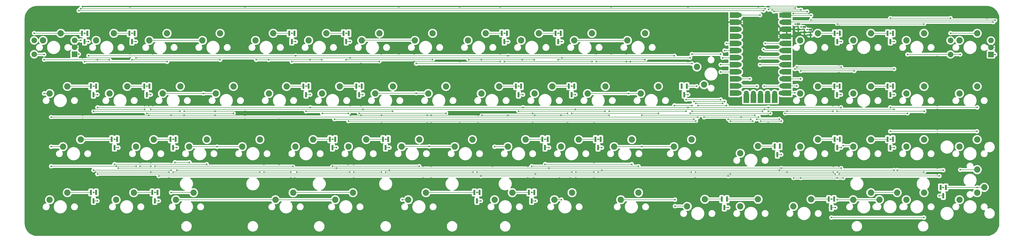
<source format=gbl>
G04 #@! TF.GenerationSoftware,KiCad,Pcbnew,7.0.1*
G04 #@! TF.CreationDate,2023-04-12T10:33:03-04:00*
G04 #@! TF.ProjectId,kastenwagen-1840-chunky,6b617374-656e-4776-9167-656e2d313834,rev?*
G04 #@! TF.SameCoordinates,Original*
G04 #@! TF.FileFunction,Copper,L2,Bot*
G04 #@! TF.FilePolarity,Positive*
%FSLAX46Y46*%
G04 Gerber Fmt 4.6, Leading zero omitted, Abs format (unit mm)*
G04 Created by KiCad (PCBNEW 7.0.1) date 2023-04-12 10:33:03*
%MOMM*%
%LPD*%
G01*
G04 APERTURE LIST*
G04 #@! TA.AperFunction,ComponentPad*
%ADD10C,2.250000*%
G04 #@! TD*
G04 #@! TA.AperFunction,ComponentPad*
%ADD11R,2.000000X2.000000*%
G04 #@! TD*
G04 #@! TA.AperFunction,ComponentPad*
%ADD12C,2.000000*%
G04 #@! TD*
G04 #@! TA.AperFunction,SMDPad,CuDef*
%ADD13R,0.800000X1.900000*%
G04 #@! TD*
G04 #@! TA.AperFunction,SMDPad,CuDef*
%ADD14R,1.300000X0.700000*%
G04 #@! TD*
G04 #@! TA.AperFunction,SMDPad,CuDef*
%ADD15R,3.250000X2.000000*%
G04 #@! TD*
G04 #@! TA.AperFunction,ComponentPad*
%ADD16R,1.752600X1.752600*%
G04 #@! TD*
G04 #@! TA.AperFunction,ComponentPad*
%ADD17C,1.752600*%
G04 #@! TD*
G04 #@! TA.AperFunction,SMDPad,CuDef*
%ADD18R,2.000000X3.250000*%
G04 #@! TD*
G04 #@! TA.AperFunction,ViaPad*
%ADD19C,0.600000*%
G04 #@! TD*
G04 #@! TA.AperFunction,Conductor*
%ADD20C,0.200000*%
G04 #@! TD*
G04 APERTURE END LIST*
D10*
G04 #@! TO.P,MX101,1,COL*
G04 #@! TO.N,Col0*
X40640000Y-22860000D03*
G04 #@! TO.P,MX101,2,ROW*
G04 #@! TO.N,Net-(MX101-ROW)*
X46990000Y-20320000D03*
G04 #@! TD*
G04 #@! TO.P,MX110,1,COL*
G04 #@! TO.N,Col1*
X59690000Y-22860000D03*
G04 #@! TO.P,MX110,2,ROW*
G04 #@! TO.N,Net-(MX110-ROW)*
X66040000Y-20320000D03*
G04 #@! TD*
G04 #@! TO.P,MX111,1,COL*
G04 #@! TO.N,Col1*
X78740000Y-22860000D03*
G04 #@! TO.P,MX111,2,ROW*
G04 #@! TO.N,Net-(MX111-ROW)*
X85090000Y-20320000D03*
G04 #@! TD*
G04 #@! TO.P,MX120,1,COL*
G04 #@! TO.N,Col2*
X97790000Y-22860000D03*
G04 #@! TO.P,MX120,2,ROW*
G04 #@! TO.N,Net-(MX120-ROW)*
X104140000Y-20320000D03*
G04 #@! TD*
G04 #@! TO.P,MX121,1,COL*
G04 #@! TO.N,Col2*
X116840000Y-22860000D03*
G04 #@! TO.P,MX121,2,ROW*
G04 #@! TO.N,Net-(MX121-ROW)*
X123190000Y-20320000D03*
G04 #@! TD*
G04 #@! TO.P,MX130,1,COL*
G04 #@! TO.N,Col3*
X135890000Y-22860000D03*
G04 #@! TO.P,MX130,2,ROW*
G04 #@! TO.N,Net-(MX130-ROW)*
X142240000Y-20320000D03*
G04 #@! TD*
G04 #@! TO.P,MX131,1,COL*
G04 #@! TO.N,Col3*
X154940000Y-22860000D03*
G04 #@! TO.P,MX131,2,ROW*
G04 #@! TO.N,Net-(MX131-ROW)*
X161290000Y-20320000D03*
G04 #@! TD*
G04 #@! TO.P,MX140,1,COL*
G04 #@! TO.N,Col4*
X173990000Y-22860000D03*
G04 #@! TO.P,MX140,2,ROW*
G04 #@! TO.N,Net-(MX140-ROW)*
X180340000Y-20320000D03*
G04 #@! TD*
G04 #@! TO.P,MX141,1,COL*
G04 #@! TO.N,Col4*
X193040000Y-22860000D03*
G04 #@! TO.P,MX141,2,ROW*
G04 #@! TO.N,Net-(MX141-ROW)*
X199390000Y-20320000D03*
G04 #@! TD*
G04 #@! TO.P,MX150,1,COL*
G04 #@! TO.N,Col5*
X212090000Y-22860000D03*
G04 #@! TO.P,MX150,2,ROW*
G04 #@! TO.N,Net-(MX150-ROW)*
X218440000Y-20320000D03*
G04 #@! TD*
G04 #@! TO.P,MX151,1,COL*
G04 #@! TO.N,Col5*
X231140000Y-22860000D03*
G04 #@! TO.P,MX151,2,ROW*
G04 #@! TO.N,Net-(MX151-ROW)*
X237490000Y-20320000D03*
G04 #@! TD*
G04 #@! TO.P,MX170,1,COL*
G04 #@! TO.N,Col7*
X293052500Y-22860000D03*
G04 #@! TO.P,MX170,2,ROW*
G04 #@! TO.N,Net-(MX170-ROW)*
X299402500Y-20320000D03*
G04 #@! TD*
G04 #@! TO.P,MX171,1,COL*
G04 #@! TO.N,Col7*
X312102500Y-22860000D03*
G04 #@! TO.P,MX171,2,ROW*
G04 #@! TO.N,Net-(MX171-ROW)*
X318452500Y-20320000D03*
G04 #@! TD*
G04 #@! TO.P,MX180,1,COL*
G04 #@! TO.N,Col8*
X331152500Y-22860000D03*
G04 #@! TO.P,MX180,2,ROW*
G04 #@! TO.N,Net-(MX180-ROW)*
X337502500Y-20320000D03*
G04 #@! TD*
G04 #@! TO.P,MX181,1,COL*
G04 #@! TO.N,Col8*
X350202500Y-22860000D03*
G04 #@! TO.P,MX181,2,ROW*
G04 #@! TO.N,Net-(MX181-ROW)*
X356552500Y-20320000D03*
G04 #@! TD*
G04 #@! TO.P,MX202,1,COL*
G04 #@! TO.N,Col0*
X23971250Y-41910000D03*
G04 #@! TO.P,MX202,2,ROW*
G04 #@! TO.N,Net-(MX202-ROW)*
X30321250Y-39370000D03*
G04 #@! TD*
G04 #@! TO.P,MX203,1,COL*
G04 #@! TO.N,Col0*
X45402500Y-41910000D03*
G04 #@! TO.P,MX203,2,ROW*
G04 #@! TO.N,Net-(MX203-ROW)*
X51752500Y-39370000D03*
G04 #@! TD*
G04 #@! TO.P,MX212,1,COL*
G04 #@! TO.N,Col1*
X64452500Y-41910000D03*
G04 #@! TO.P,MX212,2,ROW*
G04 #@! TO.N,Net-(MX212-ROW)*
X70802500Y-39370000D03*
G04 #@! TD*
G04 #@! TO.P,MX213,1,COL*
G04 #@! TO.N,Col1*
X83502500Y-41910000D03*
G04 #@! TO.P,MX213,2,ROW*
G04 #@! TO.N,Net-(MX213-ROW)*
X89852500Y-39370000D03*
G04 #@! TD*
G04 #@! TO.P,MX222,1,COL*
G04 #@! TO.N,Col2*
X102552500Y-41910000D03*
G04 #@! TO.P,MX222,2,ROW*
G04 #@! TO.N,Net-(MX222-ROW)*
X108902500Y-39370000D03*
G04 #@! TD*
G04 #@! TO.P,MX223,1,COL*
G04 #@! TO.N,Col2*
X121602500Y-41910000D03*
G04 #@! TO.P,MX223,2,ROW*
G04 #@! TO.N,Net-(MX223-ROW)*
X127952500Y-39370000D03*
G04 #@! TD*
G04 #@! TO.P,MX232,1,COL*
G04 #@! TO.N,Col3*
X140652500Y-41910000D03*
G04 #@! TO.P,MX232,2,ROW*
G04 #@! TO.N,Net-(MX232-ROW)*
X147002500Y-39370000D03*
G04 #@! TD*
G04 #@! TO.P,MX233,1,COL*
G04 #@! TO.N,Col3*
X159702500Y-41910000D03*
G04 #@! TO.P,MX233,2,ROW*
G04 #@! TO.N,Net-(MX233-ROW)*
X166052500Y-39370000D03*
G04 #@! TD*
G04 #@! TO.P,MX242,1,COL*
G04 #@! TO.N,Col4*
X178752500Y-41910000D03*
G04 #@! TO.P,MX242,2,ROW*
G04 #@! TO.N,Net-(MX242-ROW)*
X185102500Y-39370000D03*
G04 #@! TD*
G04 #@! TO.P,MX243,1,COL*
G04 #@! TO.N,Col4*
X197802500Y-41910000D03*
G04 #@! TO.P,MX243,2,ROW*
G04 #@! TO.N,Net-(MX243-ROW)*
X204152500Y-39370000D03*
G04 #@! TD*
G04 #@! TO.P,MX252,1,COL*
G04 #@! TO.N,Col5*
X216852500Y-41910000D03*
G04 #@! TO.P,MX252,2,ROW*
G04 #@! TO.N,Net-(MX252-ROW)*
X223202500Y-39370000D03*
G04 #@! TD*
G04 #@! TO.P,MX253,1,COL*
G04 #@! TO.N,Col5*
X235902500Y-41910000D03*
G04 #@! TO.P,MX253,2,ROW*
G04 #@! TO.N,Net-(MX253-ROW)*
X242252500Y-39370000D03*
G04 #@! TD*
G04 #@! TO.P,MX262,1,COL*
G04 #@! TO.N,Col6*
X258603750Y-38735000D03*
G04 #@! TO.P,MX262,2,ROW*
G04 #@! TO.N,Net-(MX262-ROW)*
X256063750Y-32385000D03*
G04 #@! TD*
G04 #@! TO.P,MX272,1,COL*
G04 #@! TO.N,Col7*
X293052500Y-41910000D03*
G04 #@! TO.P,MX272,2,ROW*
G04 #@! TO.N,Net-(MX272-ROW)*
X299402500Y-39370000D03*
G04 #@! TD*
G04 #@! TO.P,MX273,1,COL*
G04 #@! TO.N,Col7*
X312102500Y-41910000D03*
G04 #@! TO.P,MX273,2,ROW*
G04 #@! TO.N,Net-(MX273-ROW)*
X318452500Y-39370000D03*
G04 #@! TD*
G04 #@! TO.P,MX282,1,COL*
G04 #@! TO.N,Col8*
X331152500Y-41910000D03*
G04 #@! TO.P,MX282,2,ROW*
G04 #@! TO.N,Net-(MX282-ROW)*
X337502500Y-39370000D03*
G04 #@! TD*
G04 #@! TO.P,MX283,1,COL*
G04 #@! TO.N,Col8*
X350202500Y-41910000D03*
G04 #@! TO.P,MX283,2,ROW*
G04 #@! TO.N,Net-(MX283-ROW)*
X356552500Y-39370000D03*
G04 #@! TD*
G04 #@! TO.P,MX304,1,COL*
G04 #@! TO.N,Col0*
X28733750Y-60960000D03*
G04 #@! TO.P,MX304,2,ROW*
G04 #@! TO.N,Net-(MX304-ROW)*
X35083750Y-58420000D03*
G04 #@! TD*
G04 #@! TO.P,MX305,1,COL*
G04 #@! TO.N,Col0*
X54927500Y-60960000D03*
G04 #@! TO.P,MX305,2,ROW*
G04 #@! TO.N,Net-(MX305-ROW)*
X61277500Y-58420000D03*
G04 #@! TD*
G04 #@! TO.P,MX314,1,COL*
G04 #@! TO.N,Col1*
X73977500Y-60960000D03*
G04 #@! TO.P,MX314,2,ROW*
G04 #@! TO.N,Net-(MX314-ROW)*
X80327500Y-58420000D03*
G04 #@! TD*
G04 #@! TO.P,MX315,1,COL*
G04 #@! TO.N,Col1*
X93027500Y-60960000D03*
G04 #@! TO.P,MX315,2,ROW*
G04 #@! TO.N,Net-(MX315-ROW)*
X99377500Y-58420000D03*
G04 #@! TD*
G04 #@! TO.P,MX324,1,COL*
G04 #@! TO.N,Col2*
X112077500Y-60960000D03*
G04 #@! TO.P,MX324,2,ROW*
G04 #@! TO.N,Net-(MX324-ROW)*
X118427500Y-58420000D03*
G04 #@! TD*
G04 #@! TO.P,MX325,1,COL*
G04 #@! TO.N,Col2*
X131127500Y-60960000D03*
G04 #@! TO.P,MX325,2,ROW*
G04 #@! TO.N,Net-(MX325-ROW)*
X137477500Y-58420000D03*
G04 #@! TD*
G04 #@! TO.P,MX334,1,COL*
G04 #@! TO.N,Col3*
X150177500Y-60960000D03*
G04 #@! TO.P,MX334,2,ROW*
G04 #@! TO.N,Net-(MX334-ROW)*
X156527500Y-58420000D03*
G04 #@! TD*
G04 #@! TO.P,MX335,1,COL*
G04 #@! TO.N,Col3*
X169227500Y-60960000D03*
G04 #@! TO.P,MX335,2,ROW*
G04 #@! TO.N,Net-(MX335-ROW)*
X175577500Y-58420000D03*
G04 #@! TD*
G04 #@! TO.P,MX344,1,COL*
G04 #@! TO.N,Col4*
X188277500Y-60960000D03*
G04 #@! TO.P,MX344,2,ROW*
G04 #@! TO.N,Net-(MX344-ROW)*
X194627500Y-58420000D03*
G04 #@! TD*
G04 #@! TO.P,MX345,1,COL*
G04 #@! TO.N,Col4*
X207327500Y-60960000D03*
G04 #@! TO.P,MX345,2,ROW*
G04 #@! TO.N,Net-(MX345-ROW)*
X213677500Y-58420000D03*
G04 #@! TD*
G04 #@! TO.P,MX354,1,COL*
G04 #@! TO.N,Col5*
X226377500Y-60960000D03*
G04 #@! TO.P,MX354,2,ROW*
G04 #@! TO.N,Net-(MX354-ROW)*
X232727500Y-58420000D03*
G04 #@! TD*
G04 #@! TO.P,MX355,1,COL*
G04 #@! TO.N,Col5*
X247808750Y-60960000D03*
G04 #@! TO.P,MX355,2,ROW*
G04 #@! TO.N,Net-(MX355-ROW)*
X254158750Y-58420000D03*
G04 #@! TD*
G04 #@! TO.P,MX364,1,COL*
G04 #@! TO.N,Col6*
X271621250Y-63341250D03*
G04 #@! TO.P,MX364,2,ROW*
G04 #@! TO.N,Net-(MX364-ROW)*
X277971250Y-60801250D03*
G04 #@! TD*
G04 #@! TO.P,MX374,1,COL*
G04 #@! TO.N,Col7*
X293052500Y-60960000D03*
G04 #@! TO.P,MX374,2,ROW*
G04 #@! TO.N,Net-(MX374-ROW)*
X299402500Y-58420000D03*
G04 #@! TD*
G04 #@! TO.P,MX375,1,COL*
G04 #@! TO.N,Col7*
X312102500Y-60960000D03*
G04 #@! TO.P,MX375,2,ROW*
G04 #@! TO.N,Net-(MX375-ROW)*
X318452500Y-58420000D03*
G04 #@! TD*
G04 #@! TO.P,MX384,1,COL*
G04 #@! TO.N,Col8*
X331152500Y-60960000D03*
G04 #@! TO.P,MX384,2,ROW*
G04 #@! TO.N,Net-(MX384-ROW)*
X337502500Y-58420000D03*
G04 #@! TD*
G04 #@! TO.P,MX385,1,COL*
G04 #@! TO.N,Col8*
X350202500Y-60960000D03*
G04 #@! TO.P,MX385,2,ROW*
G04 #@! TO.N,Net-(MX385-ROW)*
X356552500Y-58420000D03*
G04 #@! TD*
G04 #@! TO.P,MX406,1,COL*
G04 #@! TO.N,Col0*
X23971250Y-80010000D03*
G04 #@! TO.P,MX406,2,ROW*
G04 #@! TO.N,Net-(MX406-ROW)*
X30321250Y-77470000D03*
G04 #@! TD*
G04 #@! TO.P,MX416,1,COL*
G04 #@! TO.N,Col1*
X69215000Y-80010000D03*
G04 #@! TO.P,MX416,2,ROW*
G04 #@! TO.N,Net-(MX416-ROW)*
X75565000Y-77470000D03*
G04 #@! TD*
G04 #@! TO.P,MX417,1,COL*
G04 #@! TO.N,Col1*
X104933750Y-80010000D03*
G04 #@! TO.P,MX417,2,ROW*
G04 #@! TO.N,Net-(MX417-ROW)*
X111283750Y-77470000D03*
G04 #@! TD*
G04 #@! TO.P,MX417.700,1,COL*
G04 #@! TO.N,Col1*
X126365000Y-80010000D03*
G04 #@! TO.P,MX417.700,2,ROW*
G04 #@! TO.N,Net-(MX417-ROW)*
X132715000Y-77470000D03*
G04 #@! TD*
G04 #@! TO.P,MX437,1,COL*
G04 #@! TO.N,Col3*
X152558750Y-80010000D03*
G04 #@! TO.P,MX437,2,ROW*
G04 #@! TO.N,Net-(MX437-ROW)*
X158908750Y-77470000D03*
G04 #@! TD*
G04 #@! TO.P,MX446,1,COL*
G04 #@! TO.N,Col4*
X183515000Y-80010000D03*
G04 #@! TO.P,MX446,2,ROW*
G04 #@! TO.N,Net-(MX446-ROW)*
X189865000Y-77470000D03*
G04 #@! TD*
G04 #@! TO.P,MX447,1,COL*
G04 #@! TO.N,Col4*
X204946250Y-80010000D03*
G04 #@! TO.P,MX447,2,ROW*
G04 #@! TO.N,Net-(MX447-ROW)*
X211296250Y-77470000D03*
G04 #@! TD*
G04 #@! TO.P,MX456,1,COL*
G04 #@! TO.N,Col5*
X228758750Y-80010000D03*
G04 #@! TO.P,MX456,2,ROW*
G04 #@! TO.N,Net-(MX456-ROW)*
X235108750Y-77470000D03*
G04 #@! TD*
G04 #@! TO.P,MX457,1,COL*
G04 #@! TO.N,Col5*
X252571250Y-82391250D03*
G04 #@! TO.P,MX457,2,ROW*
G04 #@! TO.N,Net-(MX457-ROW)*
X258921250Y-79851250D03*
G04 #@! TD*
G04 #@! TO.P,MX467,1,COL*
G04 #@! TO.N,Col6*
X271621250Y-82391250D03*
G04 #@! TO.P,MX467,2,ROW*
G04 #@! TO.N,Net-(MX467-ROW)*
X277971250Y-79851250D03*
G04 #@! TD*
G04 #@! TO.P,MX476,1,COL*
G04 #@! TO.N,Col7*
X290671250Y-82391250D03*
G04 #@! TO.P,MX476,2,ROW*
G04 #@! TO.N,Net-(MX476-ROW)*
X297021250Y-79851250D03*
G04 #@! TD*
G04 #@! TO.P,MX477,1,COL*
G04 #@! TO.N,Col7*
X312102500Y-80010000D03*
G04 #@! TO.P,MX477,2,ROW*
G04 #@! TO.N,Net-(MX477-ROW)*
X318452500Y-77470000D03*
G04 #@! TD*
G04 #@! TO.P,MX477.200,1,COL*
G04 #@! TO.N,Col7*
X321513200Y-79984600D03*
G04 #@! TO.P,MX477.200,2,ROW*
G04 #@! TO.N,Net-(MX477-ROW)*
X327863200Y-77444600D03*
G04 #@! TD*
G04 #@! TO.P,MX486,1,COL*
G04 #@! TO.N,Col8*
X331152500Y-80010000D03*
G04 #@! TO.P,MX486,2,ROW*
G04 #@! TO.N,Net-(MX486-ROW)*
X337502500Y-77470000D03*
G04 #@! TD*
G04 #@! TO.P,MX487,1,COL*
G04 #@! TO.N,Col8*
X350202500Y-80010000D03*
G04 #@! TO.P,MX487,2,ROW*
G04 #@! TO.N,Net-(MX487-ROW)*
X356552500Y-77470000D03*
G04 #@! TD*
G04 #@! TO.P,MX487.200,1,COL*
G04 #@! TO.N,Col8*
X356552500Y-69215000D03*
G04 #@! TO.P,MX487.200,2,ROW*
G04 #@! TO.N,Net-(MX487-ROW)*
X359092500Y-75565000D03*
G04 #@! TD*
D11*
G04 #@! TO.P,RSW100,A,A*
G04 #@! TO.N,Rotary0A*
X32900000Y-27856250D03*
D12*
G04 #@! TO.P,RSW100,B,B*
G04 #@! TO.N,Rotary0B*
X32900000Y-22856250D03*
G04 #@! TO.P,RSW100,C,C*
G04 #@! TO.N,GND*
X32900000Y-25356250D03*
G04 #@! TO.P,RSW100,S1,S1*
G04 #@! TO.N,Net-(MX100-ROW)*
X18400000Y-22856250D03*
G04 #@! TO.P,RSW100,S2,S2*
G04 #@! TO.N,Col0*
X18400000Y-27856250D03*
G04 #@! TD*
D11*
G04 #@! TO.P,RSW181,A,A*
G04 #@! TO.N,Rotary1A*
X361512500Y-27900000D03*
D12*
G04 #@! TO.P,RSW181,B,B*
G04 #@! TO.N,Rotary1B*
X361512500Y-22900000D03*
G04 #@! TO.P,RSW181,C,C*
G04 #@! TO.N,GND*
X361512500Y-25400000D03*
G04 #@! TO.P,RSW181,S1,S1*
G04 #@! TO.N,Net-(MX181-ROW)*
X347012500Y-22900000D03*
G04 #@! TO.P,RSW181,S2,S2*
G04 #@! TO.N,Col8*
X347012500Y-27900000D03*
G04 #@! TD*
D10*
G04 #@! TO.P,MX100,1,COL*
G04 #@! TO.N,Col0*
X21590000Y-22860000D03*
G04 #@! TO.P,MX100,2,ROW*
G04 #@! TO.N,Net-(MX100-ROW)*
X27940000Y-20320000D03*
G04 #@! TD*
G04 #@! TO.P,MX407,1,COL*
G04 #@! TO.N,Col0*
X47783750Y-80010000D03*
G04 #@! TO.P,MX407,2,ROW*
G04 #@! TO.N,Net-(MX407-ROW)*
X54133750Y-77470000D03*
G04 #@! TD*
D13*
G04 #@! TO.P,D100,1,A*
G04 #@! TO.N,Net-(MX100-ROW)*
X35550000Y-20300000D03*
G04 #@! TO.P,D100,2,A*
G04 #@! TO.N,Net-(MX110-ROW)*
X37450000Y-20300000D03*
G04 #@! TO.P,D100,3,K*
G04 #@! TO.N,Row0*
X36500000Y-23300000D03*
G04 #@! TD*
G04 #@! TO.P,D101,1,A*
G04 #@! TO.N,Net-(MX101-ROW)*
X52550000Y-20300000D03*
G04 #@! TO.P,D101,2,A*
G04 #@! TO.N,Net-(MX111-ROW)*
X54450000Y-20300000D03*
G04 #@! TO.P,D101,3,K*
G04 #@! TO.N,Row1*
X53500000Y-23300000D03*
G04 #@! TD*
G04 #@! TO.P,D120,1,A*
G04 #@! TO.N,Net-(MX120-ROW)*
X109850000Y-20300000D03*
G04 #@! TO.P,D120,2,A*
G04 #@! TO.N,Net-(MX130-ROW)*
X111750000Y-20300000D03*
G04 #@! TO.P,D120,3,K*
G04 #@! TO.N,Row0*
X110800000Y-23300000D03*
G04 #@! TD*
G04 #@! TO.P,D121,1,A*
G04 #@! TO.N,Net-(MX121-ROW)*
X129350000Y-20300000D03*
G04 #@! TO.P,D121,2,A*
G04 #@! TO.N,Net-(MX131-ROW)*
X131250000Y-20300000D03*
G04 #@! TO.P,D121,3,K*
G04 #@! TO.N,Row1*
X130300000Y-23300000D03*
G04 #@! TD*
G04 #@! TO.P,D140,1,A*
G04 #@! TO.N,Net-(MX140-ROW)*
X186050000Y-20300000D03*
G04 #@! TO.P,D140,2,A*
G04 #@! TO.N,Net-(MX150-ROW)*
X187950000Y-20300000D03*
G04 #@! TO.P,D140,3,K*
G04 #@! TO.N,Row0*
X187000000Y-23300000D03*
G04 #@! TD*
G04 #@! TO.P,D141,1,A*
G04 #@! TO.N,Net-(MX141-ROW)*
X205350000Y-20300000D03*
G04 #@! TO.P,D141,2,A*
G04 #@! TO.N,Net-(MX151-ROW)*
X207250000Y-20300000D03*
G04 #@! TO.P,D141,3,K*
G04 #@! TO.N,Row1*
X206300000Y-23300000D03*
G04 #@! TD*
G04 #@! TO.P,D170,1,A*
G04 #@! TO.N,Net-(MX170-ROW)*
X305450000Y-20300000D03*
G04 #@! TO.P,D170,2,A*
G04 #@! TO.N,Net-(MX180-ROW)*
X307350000Y-20300000D03*
G04 #@! TO.P,D170,3,K*
G04 #@! TO.N,Row0*
X306400000Y-23300000D03*
G04 #@! TD*
G04 #@! TO.P,D171,1,A*
G04 #@! TO.N,Net-(MX171-ROW)*
X324450000Y-20300000D03*
G04 #@! TO.P,D171,2,A*
G04 #@! TO.N,Net-(MX181-ROW)*
X326350000Y-20300000D03*
G04 #@! TO.P,D171,3,K*
G04 #@! TO.N,Row1*
X325400000Y-23300000D03*
G04 #@! TD*
G04 #@! TO.P,D202,1,A*
G04 #@! TO.N,Net-(MX202-ROW)*
X38750000Y-39300000D03*
G04 #@! TO.P,D202,2,A*
G04 #@! TO.N,Net-(MX212-ROW)*
X40650000Y-39300000D03*
G04 #@! TO.P,D202,3,K*
G04 #@! TO.N,Row2*
X39700000Y-42300000D03*
G04 #@! TD*
G04 #@! TO.P,D203,1,A*
G04 #@! TO.N,Net-(MX203-ROW)*
X57850000Y-39300000D03*
G04 #@! TO.P,D203,2,A*
G04 #@! TO.N,Net-(MX213-ROW)*
X59750000Y-39300000D03*
G04 #@! TO.P,D203,3,K*
G04 #@! TO.N,Row3*
X58800000Y-42300000D03*
G04 #@! TD*
G04 #@! TO.P,D222,1,A*
G04 #@! TO.N,Net-(MX222-ROW)*
X114950000Y-39300000D03*
G04 #@! TO.P,D222,2,A*
G04 #@! TO.N,Net-(MX232-ROW)*
X116850000Y-39300000D03*
G04 #@! TO.P,D222,3,K*
G04 #@! TO.N,Row2*
X115900000Y-42300000D03*
G04 #@! TD*
G04 #@! TO.P,D223,1,A*
G04 #@! TO.N,Net-(MX223-ROW)*
X133950000Y-39300000D03*
G04 #@! TO.P,D223,2,A*
G04 #@! TO.N,Net-(MX233-ROW)*
X135850000Y-39300000D03*
G04 #@! TO.P,D223,3,K*
G04 #@! TO.N,Row3*
X134900000Y-42300000D03*
G04 #@! TD*
G04 #@! TO.P,D242,1,A*
G04 #@! TO.N,Net-(MX242-ROW)*
X191150000Y-39300000D03*
G04 #@! TO.P,D242,2,A*
G04 #@! TO.N,Net-(MX252-ROW)*
X193050000Y-39300000D03*
G04 #@! TO.P,D242,3,K*
G04 #@! TO.N,Row2*
X192100000Y-42300000D03*
G04 #@! TD*
G04 #@! TO.P,D243,1,A*
G04 #@! TO.N,Net-(MX243-ROW)*
X210150000Y-39300000D03*
G04 #@! TO.P,D243,2,A*
G04 #@! TO.N,Net-(MX253-ROW)*
X212050000Y-39300000D03*
G04 #@! TO.P,D243,3,K*
G04 #@! TO.N,Row3*
X211100000Y-42300000D03*
G04 #@! TD*
G04 #@! TO.P,D262,1,A*
G04 #@! TO.N,unconnected-(D262-A-Pad1)*
X250550000Y-39300000D03*
G04 #@! TO.P,D262,2,A*
G04 #@! TO.N,Net-(MX262-ROW)*
X252450000Y-39300000D03*
G04 #@! TO.P,D262,3,K*
G04 #@! TO.N,Row2*
X251500000Y-42300000D03*
G04 #@! TD*
G04 #@! TO.P,D272,1,A*
G04 #@! TO.N,Net-(MX272-ROW)*
X305350000Y-39300000D03*
G04 #@! TO.P,D272,2,A*
G04 #@! TO.N,Net-(MX282-ROW)*
X307250000Y-39300000D03*
G04 #@! TO.P,D272,3,K*
G04 #@! TO.N,Row2*
X306300000Y-42300000D03*
G04 #@! TD*
G04 #@! TO.P,D273,1,A*
G04 #@! TO.N,Net-(MX273-ROW)*
X324450000Y-39300000D03*
G04 #@! TO.P,D273,2,A*
G04 #@! TO.N,Net-(MX283-ROW)*
X326350000Y-39300000D03*
G04 #@! TO.P,D273,3,K*
G04 #@! TO.N,Row3*
X325400000Y-42300000D03*
G04 #@! TD*
G04 #@! TO.P,D304,1,A*
G04 #@! TO.N,Net-(MX304-ROW)*
X46244381Y-58300000D03*
G04 #@! TO.P,D304,2,A*
G04 #@! TO.N,Net-(MX314-ROW)*
X48144381Y-58300000D03*
G04 #@! TO.P,D304,3,K*
G04 #@! TO.N,Row4*
X47194381Y-61300000D03*
G04 #@! TD*
G04 #@! TO.P,D305,1,A*
G04 #@! TO.N,Net-(MX305-ROW)*
X67250000Y-58300000D03*
G04 #@! TO.P,D305,2,A*
G04 #@! TO.N,Net-(MX315-ROW)*
X69150000Y-58300000D03*
G04 #@! TO.P,D305,3,K*
G04 #@! TO.N,Row5*
X68200000Y-61300000D03*
G04 #@! TD*
G04 #@! TO.P,D324,1,A*
G04 #@! TO.N,Net-(MX324-ROW)*
X124450000Y-58300000D03*
G04 #@! TO.P,D324,2,A*
G04 #@! TO.N,Net-(MX334-ROW)*
X126350000Y-58300000D03*
G04 #@! TO.P,D324,3,K*
G04 #@! TO.N,Row4*
X125400000Y-61300000D03*
G04 #@! TD*
G04 #@! TO.P,D325,1,A*
G04 #@! TO.N,Net-(MX325-ROW)*
X143450000Y-58300000D03*
G04 #@! TO.P,D325,2,A*
G04 #@! TO.N,Net-(MX335-ROW)*
X145350000Y-58300000D03*
G04 #@! TO.P,D325,3,K*
G04 #@! TO.N,Row5*
X144400000Y-61300000D03*
G04 #@! TD*
G04 #@! TO.P,D344,1,A*
G04 #@! TO.N,Net-(MX344-ROW)*
X200650000Y-58300000D03*
G04 #@! TO.P,D344,2,A*
G04 #@! TO.N,Net-(MX354-ROW)*
X202550000Y-58300000D03*
G04 #@! TO.P,D344,3,K*
G04 #@! TO.N,Row4*
X201600000Y-61300000D03*
G04 #@! TD*
G04 #@! TO.P,D345,1,A*
G04 #@! TO.N,Net-(MX345-ROW)*
X219650000Y-58300000D03*
G04 #@! TO.P,D345,2,A*
G04 #@! TO.N,Net-(MX355-ROW)*
X221550000Y-58300000D03*
G04 #@! TO.P,D345,3,K*
G04 #@! TO.N,Row5*
X220600000Y-61300000D03*
G04 #@! TD*
G04 #@! TO.P,D364,1,A*
G04 #@! TO.N,Net-(MX364-ROW)*
X283950000Y-60800000D03*
G04 #@! TO.P,D364,2,A*
G04 #@! TO.N,unconnected-(D364-A-Pad2)*
X285850000Y-60800000D03*
G04 #@! TO.P,D364,3,K*
G04 #@! TO.N,Row4*
X284900000Y-63800000D03*
G04 #@! TD*
G04 #@! TO.P,D374,1,A*
G04 #@! TO.N,Net-(MX374-ROW)*
X305450000Y-58300000D03*
G04 #@! TO.P,D374,2,A*
G04 #@! TO.N,Net-(MX384-ROW)*
X307350000Y-58300000D03*
G04 #@! TO.P,D374,3,K*
G04 #@! TO.N,Row4*
X306400000Y-61300000D03*
G04 #@! TD*
G04 #@! TO.P,D375,1,A*
G04 #@! TO.N,Net-(MX375-ROW)*
X324450000Y-58300000D03*
G04 #@! TO.P,D375,2,A*
G04 #@! TO.N,Net-(MX385-ROW)*
X326350000Y-58300000D03*
G04 #@! TO.P,D375,3,K*
G04 #@! TO.N,Row5*
X325400000Y-61300000D03*
G04 #@! TD*
G04 #@! TO.P,D406,1,A*
G04 #@! TO.N,Net-(MX406-ROW)*
X38750000Y-77400000D03*
G04 #@! TO.P,D406,2,A*
G04 #@! TO.N,Net-(MX416-ROW)*
X40650000Y-77400000D03*
G04 #@! TO.P,D406,3,K*
G04 #@! TO.N,Row6*
X39700000Y-80400000D03*
G04 #@! TD*
G04 #@! TO.P,D407,1,A*
G04 #@! TO.N,Net-(MX407-ROW)*
X60750000Y-77400000D03*
G04 #@! TO.P,D407,2,A*
G04 #@! TO.N,Net-(MX417-ROW)*
X62650000Y-77400000D03*
G04 #@! TO.P,D407,3,K*
G04 #@! TO.N,Row7*
X61700000Y-80400000D03*
G04 #@! TD*
G04 #@! TO.P,D437,1,A*
G04 #@! TO.N,Net-(MX437-ROW)*
X176250000Y-77400000D03*
G04 #@! TO.P,D437,2,A*
G04 #@! TO.N,Net-(MX447-ROW)*
X178150000Y-77400000D03*
G04 #@! TO.P,D437,3,K*
G04 #@! TO.N,Row7*
X177200000Y-80400000D03*
G04 #@! TD*
G04 #@! TO.P,D446,1,A*
G04 #@! TO.N,Net-(MX446-ROW)*
X195850000Y-77400000D03*
G04 #@! TO.P,D446,2,A*
G04 #@! TO.N,Net-(MX456-ROW)*
X197750000Y-77400000D03*
G04 #@! TO.P,D446,3,K*
G04 #@! TO.N,Row6*
X196800000Y-80400000D03*
G04 #@! TD*
G04 #@! TO.P,D457,1,A*
G04 #@! TO.N,Net-(MX457-ROW)*
X264950000Y-79800000D03*
G04 #@! TO.P,D457,2,A*
G04 #@! TO.N,Net-(MX467-ROW)*
X266850000Y-79800000D03*
G04 #@! TO.P,D457,3,K*
G04 #@! TO.N,Row7*
X265900000Y-82800000D03*
G04 #@! TD*
G04 #@! TO.P,D477,1,A*
G04 #@! TO.N,Net-(MX477-ROW)*
X343449437Y-75600000D03*
G04 #@! TO.P,D477,2,A*
G04 #@! TO.N,Net-(MX487-ROW)*
X345349437Y-75600000D03*
G04 #@! TO.P,D477,3,K*
G04 #@! TO.N,Row7*
X344399437Y-78600000D03*
G04 #@! TD*
D14*
G04 #@! TO.P,R1,1*
G04 #@! TO.N,GND*
X292400000Y-18950000D03*
G04 #@! TO.P,R1,2*
G04 #@! TO.N,LED1R*
X292400000Y-17050000D03*
G04 #@! TD*
G04 #@! TO.P,R2,1*
G04 #@! TO.N,GND*
X294600000Y-19950000D03*
G04 #@! TO.P,R2,2*
G04 #@! TO.N,LED2R*
X294600000Y-18050000D03*
G04 #@! TD*
G04 #@! TO.P,R3,1*
G04 #@! TO.N,GND*
X296800000Y-20950000D03*
G04 #@! TO.P,R3,2*
G04 #@! TO.N,LED3R*
X296800000Y-19050000D03*
G04 #@! TD*
D15*
G04 #@! TO.P,U1,1,TX0/PD3*
G04 #@! TO.N,Rotary1A*
X288278000Y-13840000D03*
D16*
X286500000Y-13840000D03*
D15*
G04 #@! TO.P,U1,2,RX1/PD2*
G04 #@! TO.N,Rotary1B*
X288278000Y-16380000D03*
D17*
X286500000Y-16380000D03*
D15*
G04 #@! TO.P,U1,3,GND*
G04 #@! TO.N,GND*
X288278000Y-18920000D03*
D17*
X286500000Y-18920000D03*
D15*
G04 #@! TO.P,U1,4,GND*
X288278000Y-21460000D03*
D17*
X286500000Y-21460000D03*
D15*
G04 #@! TO.P,U1,5,2/PD1*
G04 #@! TO.N,Rotary0B*
X288278000Y-24000000D03*
D17*
X286500000Y-24000000D03*
D15*
G04 #@! TO.P,U1,6,3/PD0*
G04 #@! TO.N,Rotary0A*
X288278000Y-26540000D03*
D17*
X286500000Y-26540000D03*
D15*
G04 #@! TO.P,U1,7,4/PD4*
G04 #@! TO.N,LED2*
X288278000Y-29080000D03*
D17*
X286500000Y-29080000D03*
D15*
G04 #@! TO.P,U1,8,5/PC6*
G04 #@! TO.N,LED3*
X288278000Y-31620000D03*
D17*
X286500000Y-31620000D03*
D15*
G04 #@! TO.P,U1,9,6/PD7*
G04 #@! TO.N,Col8*
X288278000Y-34160000D03*
D17*
X286500000Y-34160000D03*
D15*
G04 #@! TO.P,U1,10,7/PE6*
G04 #@! TO.N,Col7*
X288278000Y-36700000D03*
D17*
X286500000Y-36700000D03*
D15*
G04 #@! TO.P,U1,11,8/PB4*
G04 #@! TO.N,Row0*
X288278000Y-39240000D03*
D17*
X286500000Y-39240000D03*
D15*
G04 #@! TO.P,U1,12,9/PB5*
G04 #@! TO.N,Row1*
X288278000Y-41780000D03*
D17*
X286271400Y-41780000D03*
G04 #@! TO.P,U1,13,10/PB6*
G04 #@! TO.N,Row7*
X271260000Y-41780000D03*
D15*
X269482000Y-41780000D03*
D17*
G04 #@! TO.P,U1,14,16/PB2*
G04 #@! TO.N,Col6*
X271260000Y-39240000D03*
D15*
X269482000Y-39240000D03*
D17*
G04 #@! TO.P,U1,15,14/PB3*
G04 #@! TO.N,Col5*
X271260000Y-36700000D03*
D15*
X269482000Y-36700000D03*
D17*
G04 #@! TO.P,U1,16,15/PB1*
G04 #@! TO.N,Col4*
X271260000Y-34160000D03*
D15*
X269482000Y-34160000D03*
D17*
G04 #@! TO.P,U1,17,A0/PF7*
G04 #@! TO.N,Col3*
X271260000Y-31620000D03*
D15*
X269482000Y-31620000D03*
D17*
G04 #@! TO.P,U1,18,A1/PF6*
G04 #@! TO.N,Col2*
X271260000Y-29080000D03*
D15*
X269482000Y-29080000D03*
D17*
G04 #@! TO.P,U1,19,A2/PF5*
G04 #@! TO.N,Col1*
X271260000Y-26540000D03*
D15*
X269482000Y-26540000D03*
D17*
G04 #@! TO.P,U1,20,A3/PF4*
G04 #@! TO.N,Col0*
X271260000Y-24000000D03*
D15*
X269482000Y-24000000D03*
D17*
G04 #@! TO.P,U1,21,VCC*
G04 #@! TO.N,unconnected-(U1-VCC-Pad21)*
X271260000Y-21460000D03*
D15*
X269482000Y-21460000D03*
D17*
G04 #@! TO.P,U1,22,RST*
G04 #@! TO.N,unconnected-(U1-RST-Pad22)*
X271260000Y-18920000D03*
D15*
X269482000Y-18920000D03*
D17*
G04 #@! TO.P,U1,23,GND*
G04 #@! TO.N,GND*
X271260000Y-16380000D03*
D15*
X269482000Y-16380000D03*
D17*
G04 #@! TO.P,U1,24,B0*
G04 #@! TO.N,LED1*
X271260000Y-13840000D03*
D15*
X269482000Y-13840000D03*
D17*
G04 #@! TO.P,U1,25,B7*
G04 #@! TO.N,Row2*
X283960000Y-41780000D03*
D18*
X283960000Y-43685000D03*
D17*
G04 #@! TO.P,U1,26,D5*
G04 #@! TO.N,Row3*
X281420000Y-41780000D03*
D18*
X281420000Y-43685000D03*
D17*
G04 #@! TO.P,U1,27,C7*
G04 #@! TO.N,Row4*
X278880000Y-41780000D03*
D18*
X278880000Y-43685000D03*
D17*
G04 #@! TO.P,U1,28,F1*
G04 #@! TO.N,Row5*
X276340000Y-41780000D03*
D18*
X276340000Y-43685000D03*
D17*
G04 #@! TO.P,U1,29,F0*
G04 #@! TO.N,Row6*
X273800000Y-41780000D03*
D18*
X273800000Y-43685000D03*
G04 #@! TD*
D13*
G04 #@! TO.P,D476,1,A*
G04 #@! TO.N,Net-(MX476-ROW)*
X303350000Y-79800000D03*
G04 #@! TO.P,D476,2,A*
G04 #@! TO.N,Net-(MX486-ROW)*
X305250000Y-79800000D03*
G04 #@! TO.P,D476,3,K*
G04 #@! TO.N,Row6*
X304300000Y-82800000D03*
G04 #@! TD*
D19*
G04 #@! TO.N,LED1*
X278700000Y-13800000D03*
G04 #@! TO.N,LED1R*
X291300000Y-11300000D03*
X281748529Y-11800000D03*
X291300000Y-17000000D03*
G04 #@! TO.N,LED2*
X278700000Y-29100000D03*
G04 #@! TO.N,LED2R*
X293400000Y-11900000D03*
X283000000Y-11900000D03*
X293400000Y-18000000D03*
G04 #@! TO.N,LED3*
X278700000Y-31600000D03*
G04 #@! TO.N,LED3R*
X283700000Y-12500000D03*
X295600000Y-19000000D03*
X295600000Y-12500000D03*
G04 #@! TO.N,Row0*
X280200000Y-39300000D03*
X307800000Y-32400000D03*
X279600000Y-48300000D03*
X248000000Y-28400000D03*
X37900000Y-23300000D03*
X248000000Y-46200000D03*
X307800000Y-23300000D03*
X254300000Y-48300000D03*
X112200000Y-23300000D03*
X291900000Y-39200000D03*
X188400000Y-23300000D03*
X112200000Y-28400000D03*
X291900000Y-32400000D03*
X188400000Y-28400000D03*
X37900000Y-28400000D03*
X254300000Y-46200000D03*
G04 #@! TO.N,Net-(MX110-ROW)*
X36500000Y-20300000D03*
X66100000Y-30500000D03*
X36500000Y-30500000D03*
G04 #@! TO.N,Net-(MX100-ROW)*
X18400000Y-20300000D03*
G04 #@! TO.N,Row1*
X326800000Y-33100000D03*
X253600000Y-49000000D03*
X291200000Y-33100000D03*
X207700000Y-23300000D03*
X326800000Y-23300000D03*
X207700000Y-29100000D03*
X54900000Y-23300000D03*
X291200000Y-41700000D03*
X131700000Y-29100000D03*
X282400000Y-49000000D03*
X253600000Y-29100000D03*
X131700000Y-23300000D03*
X54900000Y-29100000D03*
G04 #@! TO.N,Net-(MX111-ROW)*
X85100000Y-29800000D03*
X53500000Y-20300000D03*
X53500000Y-29800000D03*
G04 #@! TO.N,Net-(MX130-ROW)*
X110800000Y-30500000D03*
X110800000Y-20300000D03*
X142200000Y-30500000D03*
G04 #@! TO.N,Net-(MX131-ROW)*
X130300000Y-29800000D03*
X130300000Y-20300000D03*
X161300000Y-29800000D03*
G04 #@! TO.N,Net-(MX150-ROW)*
X187000000Y-30500000D03*
X218500000Y-30500000D03*
X187000000Y-20300000D03*
G04 #@! TO.N,Net-(MX151-ROW)*
X206300000Y-20300000D03*
X206300000Y-29800000D03*
X237500000Y-29800000D03*
G04 #@! TO.N,Net-(MX180-ROW)*
X306400000Y-17000000D03*
X337500000Y-17000000D03*
X306400000Y-20300000D03*
G04 #@! TO.N,Net-(MX181-ROW)*
X325400000Y-20300000D03*
X325400000Y-14900000D03*
X347000000Y-20300000D03*
X347000000Y-14900000D03*
G04 #@! TO.N,Row2*
X193700000Y-42300000D03*
X41100000Y-46900000D03*
X193700000Y-46900000D03*
X252900000Y-46900000D03*
X117400000Y-42300000D03*
X252900000Y-42300000D03*
X307700000Y-46900000D03*
X41100000Y-42300000D03*
X117400000Y-46900000D03*
X281700000Y-46900000D03*
X307700000Y-42300000D03*
G04 #@! TO.N,Net-(MX212-ROW)*
X39700000Y-39300000D03*
X70800000Y-48300000D03*
X39700000Y-48300000D03*
G04 #@! TO.N,Row3*
X60200000Y-42300000D03*
X280300000Y-47600000D03*
X326800000Y-42300000D03*
X212500000Y-47600000D03*
X136300000Y-42300000D03*
X136300000Y-47600000D03*
X60200000Y-47600000D03*
X212500000Y-42300000D03*
X326800000Y-47600000D03*
G04 #@! TO.N,Net-(MX213-ROW)*
X58800000Y-39300000D03*
X58800000Y-49000000D03*
X89900000Y-49000000D03*
G04 #@! TO.N,Net-(MX232-ROW)*
X115900000Y-39300000D03*
X115900000Y-48300000D03*
X147000000Y-48300000D03*
G04 #@! TO.N,Net-(MX233-ROW)*
X134900000Y-49000000D03*
X166100000Y-49000000D03*
X134900000Y-39300000D03*
G04 #@! TO.N,Net-(MX252-ROW)*
X192100000Y-39300000D03*
X223200000Y-48300000D03*
X192100000Y-48300000D03*
G04 #@! TO.N,Net-(MX253-ROW)*
X211100000Y-49000000D03*
X211100000Y-39300000D03*
X242300000Y-49000000D03*
G04 #@! TO.N,Net-(MX262-ROW)*
X256000000Y-39300000D03*
G04 #@! TO.N,Net-(MX282-ROW)*
X306300000Y-39300000D03*
X306300000Y-48300000D03*
X337600000Y-48300000D03*
G04 #@! TO.N,Row4*
X286300000Y-63800000D03*
X307800000Y-68700000D03*
X126800000Y-61300000D03*
X278900000Y-51800000D03*
X48600000Y-68700000D03*
X126800000Y-68700000D03*
X203000000Y-68700000D03*
X307800000Y-61300000D03*
X203000000Y-61300000D03*
X286300000Y-68700000D03*
X286300000Y-51800000D03*
X48600000Y-61300000D03*
G04 #@! TO.N,Net-(MX283-ROW)*
X325400000Y-46900000D03*
X325400000Y-39300000D03*
X356600000Y-46900000D03*
G04 #@! TO.N,Row5*
X285600000Y-69400000D03*
X277500000Y-51100000D03*
X326800000Y-69400000D03*
X69600000Y-61300000D03*
X145800000Y-69400000D03*
X69600000Y-69400000D03*
X222000000Y-61300000D03*
X326800000Y-61300000D03*
X285600000Y-51100000D03*
X145800000Y-61300000D03*
X222000000Y-69400000D03*
G04 #@! TO.N,Net-(MX314-ROW)*
X47200000Y-67300000D03*
X80300000Y-67300000D03*
X47200000Y-58300000D03*
G04 #@! TO.N,Net-(MX315-ROW)*
X68200000Y-70100000D03*
X68200000Y-58300000D03*
X99400000Y-70100000D03*
G04 #@! TO.N,Net-(MX334-ROW)*
X156500000Y-68000000D03*
X125400000Y-68000000D03*
X125400000Y-58300000D03*
G04 #@! TO.N,Net-(MX335-ROW)*
X175800000Y-70100000D03*
X144400000Y-58300000D03*
X144400000Y-70100000D03*
G04 #@! TO.N,Net-(MX354-ROW)*
X232700000Y-67300000D03*
X201600000Y-67300000D03*
X201600000Y-58300000D03*
G04 #@! TO.N,Net-(MX355-ROW)*
X220600000Y-70100000D03*
X254100000Y-70100000D03*
X220600000Y-58300000D03*
G04 #@! TO.N,Row6*
X276100000Y-51800000D03*
X198200000Y-80400000D03*
X268000000Y-51800000D03*
X305700000Y-70800000D03*
X268000000Y-70800000D03*
X41100000Y-70800000D03*
X305700000Y-82800000D03*
X41100000Y-80400000D03*
X198200000Y-70800000D03*
G04 #@! TO.N,Net-(MX384-ROW)*
X306400000Y-70100000D03*
X337500000Y-70100000D03*
X306400000Y-58300000D03*
G04 #@! TO.N,Row7*
X343000000Y-78600000D03*
X343000000Y-71500000D03*
X267300000Y-51100000D03*
X267300000Y-82800000D03*
X178600000Y-80400000D03*
X178600000Y-71500000D03*
X275400000Y-51100000D03*
X63100000Y-80400000D03*
X63100000Y-71500000D03*
X267300000Y-71500000D03*
G04 #@! TO.N,Net-(MX385-ROW)*
X325400000Y-55500000D03*
X356500000Y-55500000D03*
X325400000Y-58300000D03*
G04 #@! TO.N,Net-(MX416-ROW)*
X67500000Y-77400000D03*
X39700000Y-77400000D03*
X39700000Y-69400000D03*
X67500000Y-69400000D03*
G04 #@! TO.N,Net-(MX417-ROW)*
X111200000Y-68000000D03*
X61700000Y-77400000D03*
X61700000Y-68000000D03*
G04 #@! TO.N,Net-(MX447-ROW)*
X177200000Y-77400000D03*
X177200000Y-70100000D03*
X211300000Y-70100000D03*
G04 #@! TO.N,Net-(MX456-ROW)*
X196800000Y-77400000D03*
X235100000Y-68000000D03*
X196800000Y-68000000D03*
G04 #@! TO.N,Col0*
X22000000Y-29800000D03*
X24500000Y-61000000D03*
X24500000Y-50400000D03*
X41100000Y-29800000D03*
X266700000Y-46200000D03*
X22000000Y-41900000D03*
X47900000Y-68000000D03*
X256400000Y-46200000D03*
X256400000Y-50400000D03*
X22000000Y-27900000D03*
X45400000Y-29800000D03*
X55000000Y-68000000D03*
X24500000Y-68000000D03*
X266700000Y-24000000D03*
G04 #@! TO.N,Col1*
X79100000Y-41900000D03*
X68900000Y-66600000D03*
X255000000Y-51100000D03*
X74100000Y-66600000D03*
X84000000Y-61000000D03*
X266000000Y-26500000D03*
X126100000Y-51100000D03*
X255000000Y-44800000D03*
X266000000Y-44800000D03*
G04 #@! TO.N,Col2*
X255700000Y-51800000D03*
X131100000Y-51800000D03*
X255700000Y-45500000D03*
X121700000Y-49000000D03*
X102500000Y-29800000D03*
X131100000Y-49000000D03*
X265300000Y-29100000D03*
X98000000Y-29800000D03*
X117300000Y-29800000D03*
X265300000Y-45500000D03*
X121600000Y-29800000D03*
X112600000Y-70100000D03*
X131600000Y-70100000D03*
G04 #@! TO.N,Col3*
X264600000Y-27800000D03*
X254300000Y-31200000D03*
X155400000Y-41800000D03*
X160100000Y-60900000D03*
X155400000Y-31200000D03*
X150400000Y-80000000D03*
X264600000Y-31600000D03*
X254300000Y-27800000D03*
G04 #@! TO.N,Col4*
X183500000Y-61000000D03*
X207300000Y-49700000D03*
X207500000Y-80000000D03*
X193400000Y-29800000D03*
X188300000Y-49700000D03*
X197800000Y-29800000D03*
X179000000Y-49700000D03*
X264600000Y-44100000D03*
X252200000Y-44100000D03*
X252200000Y-48300000D03*
X264600000Y-34200000D03*
X197900000Y-49700000D03*
X224600000Y-48300000D03*
X178800000Y-29800000D03*
X174200000Y-29800000D03*
X224600000Y-49700000D03*
G04 #@! TO.N,Col5*
X248200000Y-82300000D03*
X231500000Y-41900000D03*
X248200000Y-80000000D03*
X275100000Y-36700000D03*
X276800000Y-49700000D03*
X236300000Y-61000000D03*
X236300000Y-49700000D03*
G04 #@! TO.N,Col6*
X277600000Y-39300000D03*
X271900000Y-50400000D03*
X258600000Y-50400000D03*
X278200000Y-50400000D03*
G04 #@! TO.N,Col7*
X308500000Y-72200000D03*
X312500000Y-33800000D03*
X306400000Y-72200000D03*
X293300000Y-33800000D03*
X306400000Y-80000000D03*
X308500000Y-60600000D03*
X293300000Y-72200000D03*
X293300000Y-36700000D03*
X290700000Y-72200000D03*
G04 #@! TO.N,Col8*
X350500000Y-69300000D03*
X287700000Y-49000000D03*
X350500000Y-27900000D03*
X331600000Y-27900000D03*
X331600000Y-49000000D03*
G04 #@! TO.N,GND*
X219200000Y-52500000D03*
X83300000Y-48300000D03*
X160800000Y-52500000D03*
X52800000Y-27700000D03*
X185600000Y-30500000D03*
X159400000Y-49700000D03*
X171000000Y-10800000D03*
X219200000Y-72200000D03*
X296300000Y-13200000D03*
X292700000Y-14700000D03*
X67500000Y-66600000D03*
X294900000Y-14700000D03*
X60900000Y-46200000D03*
X72200000Y-48300000D03*
X290600000Y-14700000D03*
X143000000Y-52500000D03*
X296300000Y-14700000D03*
X195400000Y-68000000D03*
X100800000Y-70100000D03*
X232200000Y-30500000D03*
X110500000Y-72200000D03*
X342300000Y-47600000D03*
X293400000Y-21000000D03*
X133000000Y-67300000D03*
X157900000Y-68000000D03*
X72200000Y-49700000D03*
X160800000Y-72200000D03*
X66800000Y-72200000D03*
X304900000Y-46200000D03*
X288400000Y-48300000D03*
X206800000Y-72200000D03*
X124700000Y-67300000D03*
X157900000Y-72200000D03*
X177600000Y-49700000D03*
X252900000Y-30500000D03*
X305000000Y-70100000D03*
X35800000Y-29100000D03*
X281700000Y-49700000D03*
X290600000Y-13200000D03*
X135600000Y-31200000D03*
X209700000Y-52500000D03*
X67500000Y-49700000D03*
X296300000Y-17700000D03*
X130900000Y-67300000D03*
X160800000Y-78800000D03*
X219200000Y-70100000D03*
X363700000Y-25400000D03*
X342300000Y-28600000D03*
X154700000Y-30500000D03*
X363700000Y-14900000D03*
X177600000Y-52500000D03*
X100800000Y-67300000D03*
X23800000Y-51100000D03*
X40400000Y-70100000D03*
X83300000Y-49700000D03*
X106300000Y-51100000D03*
X135600000Y-49700000D03*
X307000000Y-46200000D03*
X219200000Y-66600000D03*
X160800000Y-68000000D03*
X219900000Y-27700000D03*
X281700000Y-52500000D03*
X59500000Y-49700000D03*
X290600000Y-21000000D03*
X111900000Y-67300000D03*
X94000000Y-51100000D03*
X342300000Y-46200000D03*
X171000000Y-52500000D03*
X35800000Y-49700000D03*
X278100000Y-21500000D03*
X35800000Y-47600000D03*
X171000000Y-30500000D03*
X133000000Y-72200000D03*
X342300000Y-31700000D03*
X52800000Y-10800000D03*
X149200000Y-10800000D03*
X219900000Y-30500000D03*
X281900000Y-10800000D03*
X60900000Y-27700000D03*
X58100000Y-46200000D03*
X307100000Y-68000000D03*
X210600000Y-72200000D03*
X40400000Y-75300000D03*
X131800000Y-49700000D03*
X307000000Y-31700000D03*
X281800000Y-21500000D03*
X209700000Y-49000000D03*
X160800000Y-49700000D03*
X307000000Y-34500000D03*
X60300000Y-66600000D03*
X290600000Y-18900000D03*
X94000000Y-10800000D03*
X131800000Y-46200000D03*
X94000000Y-48300000D03*
X197200000Y-49000000D03*
X307100000Y-17700000D03*
X342300000Y-70800000D03*
X252900000Y-10800000D03*
X142900000Y-27700000D03*
X293400000Y-19900000D03*
X52800000Y-29100000D03*
X278100000Y-16400000D03*
X143000000Y-70100000D03*
X110500000Y-70100000D03*
X296300000Y-10800000D03*
X342300000Y-10800000D03*
X342300000Y-68700000D03*
X23800000Y-75300000D03*
X255500000Y-70100000D03*
X182800000Y-68000000D03*
X230800000Y-30500000D03*
X171000000Y-49000000D03*
X59500000Y-46200000D03*
X342300000Y-17700000D03*
X154700000Y-27700000D03*
X135600000Y-46200000D03*
X307100000Y-70800000D03*
X35800000Y-10800000D03*
X305000000Y-68000000D03*
X185600000Y-27700000D03*
X58100000Y-47600000D03*
X56400000Y-66600000D03*
X60300000Y-70100000D03*
X94000000Y-49700000D03*
X225400000Y-27700000D03*
X111900000Y-72200000D03*
X185600000Y-10800000D03*
X143000000Y-49700000D03*
X159400000Y-52500000D03*
X212700000Y-72200000D03*
X35800000Y-51100000D03*
X342300000Y-56200000D03*
X360100000Y-14900000D03*
X296300000Y-20000000D03*
X60300000Y-68000000D03*
X66800000Y-70100000D03*
X255500000Y-72200000D03*
X56400000Y-68000000D03*
X342300000Y-54800000D03*
X360100000Y-11000000D03*
X197200000Y-52500000D03*
X225400000Y-10800000D03*
X230800000Y-27700000D03*
X278100000Y-10800000D03*
X149200000Y-27700000D03*
X281700000Y-48300000D03*
X35800000Y-25300000D03*
X195400000Y-72200000D03*
X197500000Y-72200000D03*
X304900000Y-48300000D03*
X288400000Y-70100000D03*
X142900000Y-31200000D03*
X106300000Y-67300000D03*
X133000000Y-70100000D03*
X212700000Y-70100000D03*
G04 #@! TO.N,Rotary0B*
X35100000Y-22900000D03*
X280600000Y-24000000D03*
X280600000Y-11500000D03*
X35100000Y-11500000D03*
G04 #@! TO.N,Rotary0A*
X34400000Y-12200000D03*
X34400000Y-27800000D03*
X280000000Y-12200000D03*
X280000000Y-26100000D03*
G04 #@! TO.N,Rotary1B*
X362300000Y-16300000D03*
G04 #@! TO.N,Rotary1A*
X297000000Y-15600000D03*
X297000000Y-13900000D03*
X363000000Y-15600000D03*
X363000000Y-27900000D03*
G04 #@! TO.N,Net-(MX486-ROW)*
X337500000Y-86400000D03*
X304300000Y-79800000D03*
X304300000Y-86400000D03*
G04 #@! TO.N,Net-(MX487-ROW)*
X356600000Y-75600000D03*
G04 #@! TO.N,Net-(MX477-ROW)*
X344400000Y-75600000D03*
X344400000Y-69400000D03*
X327900000Y-69400000D03*
G04 #@! TD*
D20*
G04 #@! TO.N,LED1*
X271300000Y-13800000D02*
X271260000Y-13840000D01*
X278700000Y-13800000D02*
X271300000Y-13800000D01*
G04 #@! TO.N,LED1R*
X292350000Y-17000000D02*
X291300000Y-17000000D01*
X282248529Y-11300000D02*
X291300000Y-11300000D01*
X281748529Y-11800000D02*
X282248529Y-11300000D01*
X292400000Y-17050000D02*
X292350000Y-17000000D01*
G04 #@! TO.N,LED2*
X286480000Y-29100000D02*
X286500000Y-29080000D01*
X278700000Y-29100000D02*
X286480000Y-29100000D01*
G04 #@! TO.N,LED2R*
X294550000Y-18000000D02*
X293400000Y-18000000D01*
X294600000Y-18050000D02*
X294550000Y-18000000D01*
X293400000Y-11900000D02*
X283000000Y-11900000D01*
G04 #@! TO.N,LED3*
X286480000Y-31600000D02*
X286500000Y-31620000D01*
X278700000Y-31600000D02*
X286480000Y-31600000D01*
G04 #@! TO.N,LED3R*
X283700000Y-12500000D02*
X295600000Y-12500000D01*
X296750000Y-19000000D02*
X295600000Y-19000000D01*
X296800000Y-19050000D02*
X296750000Y-19000000D01*
G04 #@! TO.N,Row0*
X188400000Y-28400000D02*
X112200000Y-28400000D01*
X36500000Y-23300000D02*
X37900000Y-23300000D01*
X254300000Y-46200000D02*
X248000000Y-46200000D01*
X291900000Y-32400000D02*
X307800000Y-32400000D01*
X248000000Y-28400000D02*
X188400000Y-28400000D01*
X286440000Y-39300000D02*
X280200000Y-39300000D01*
X279600000Y-48300000D02*
X254300000Y-48300000D01*
X291900000Y-39200000D02*
X288318000Y-39200000D01*
X286500000Y-39240000D02*
X286440000Y-39300000D01*
X288318000Y-39200000D02*
X288278000Y-39240000D01*
X112200000Y-28400000D02*
X37900000Y-28400000D01*
X187000000Y-23300000D02*
X188400000Y-23300000D01*
X110800000Y-23300000D02*
X112200000Y-23300000D01*
X306400000Y-23300000D02*
X307800000Y-23300000D01*
G04 #@! TO.N,Net-(MX110-ROW)*
X66100000Y-30500000D02*
X36500000Y-30500000D01*
X37450000Y-20300000D02*
X36500000Y-20300000D01*
G04 #@! TO.N,Net-(MX100-ROW)*
X27920000Y-20300000D02*
X18400000Y-20300000D01*
X27960000Y-20300000D02*
X27940000Y-20320000D01*
X35550000Y-20300000D02*
X27960000Y-20300000D01*
X27940000Y-20320000D02*
X27920000Y-20300000D01*
G04 #@! TO.N,Row1*
X288358000Y-41700000D02*
X288278000Y-41780000D01*
X207700000Y-29100000D02*
X253600000Y-29100000D01*
X206300000Y-23300000D02*
X207700000Y-23300000D01*
X326800000Y-33100000D02*
X291200000Y-33100000D01*
X130300000Y-23300000D02*
X131700000Y-23300000D01*
X131700000Y-29100000D02*
X54900000Y-29100000D01*
X325400000Y-23300000D02*
X326800000Y-23300000D01*
X291200000Y-41700000D02*
X288358000Y-41700000D01*
X53500000Y-23300000D02*
X54900000Y-23300000D01*
X207700000Y-29100000D02*
X131700000Y-29100000D01*
X253600000Y-49000000D02*
X282400000Y-49000000D01*
G04 #@! TO.N,Net-(MX111-ROW)*
X54450000Y-20300000D02*
X53500000Y-20300000D01*
X53500000Y-29800000D02*
X85100000Y-29800000D01*
G04 #@! TO.N,Net-(MX101-ROW)*
X52550000Y-20300000D02*
X47010000Y-20300000D01*
X47010000Y-20300000D02*
X46990000Y-20320000D01*
G04 #@! TO.N,Net-(MX130-ROW)*
X142200000Y-30500000D02*
X110800000Y-30500000D01*
X111750000Y-20300000D02*
X110800000Y-20300000D01*
G04 #@! TO.N,Net-(MX120-ROW)*
X104160000Y-20300000D02*
X104140000Y-20320000D01*
X109850000Y-20300000D02*
X104160000Y-20300000D01*
G04 #@! TO.N,Net-(MX131-ROW)*
X131250000Y-20300000D02*
X130300000Y-20300000D01*
X130300000Y-29800000D02*
X161300000Y-29800000D01*
G04 #@! TO.N,Net-(MX121-ROW)*
X123210000Y-20300000D02*
X123190000Y-20320000D01*
X129350000Y-20300000D02*
X123210000Y-20300000D01*
G04 #@! TO.N,Net-(MX150-ROW)*
X187950000Y-20300000D02*
X187000000Y-20300000D01*
X187000000Y-30500000D02*
X218500000Y-30500000D01*
G04 #@! TO.N,Net-(MX140-ROW)*
X186050000Y-20300000D02*
X180360000Y-20300000D01*
X180360000Y-20300000D02*
X180340000Y-20320000D01*
G04 #@! TO.N,Net-(MX151-ROW)*
X207250000Y-20300000D02*
X206300000Y-20300000D01*
X206300000Y-29800000D02*
X237500000Y-29800000D01*
G04 #@! TO.N,Net-(MX141-ROW)*
X205350000Y-20300000D02*
X199410000Y-20300000D01*
X199410000Y-20300000D02*
X199390000Y-20320000D01*
G04 #@! TO.N,Net-(MX180-ROW)*
X337500000Y-17000000D02*
X306400000Y-17000000D01*
X307350000Y-20300000D02*
X306400000Y-20300000D01*
G04 #@! TO.N,Net-(MX170-ROW)*
X305450000Y-20300000D02*
X299422500Y-20300000D01*
X299422500Y-20300000D02*
X299402500Y-20320000D01*
G04 #@! TO.N,Net-(MX181-ROW)*
X356532500Y-20300000D02*
X347000000Y-20300000D01*
X347000000Y-14900000D02*
X325400000Y-14900000D01*
X326350000Y-20300000D02*
X325400000Y-20300000D01*
X356552500Y-20320000D02*
X356532500Y-20300000D01*
G04 #@! TO.N,Net-(MX171-ROW)*
X318472500Y-20300000D02*
X318452500Y-20320000D01*
X324450000Y-20300000D02*
X318472500Y-20300000D01*
G04 #@! TO.N,Row2*
X252900000Y-46900000D02*
X281700000Y-46900000D01*
X193700000Y-46900000D02*
X252900000Y-46900000D01*
X281700000Y-46900000D02*
X307700000Y-46900000D01*
X115900000Y-42300000D02*
X117400000Y-42300000D01*
X54000000Y-46900000D02*
X117400000Y-46900000D01*
X192100000Y-42300000D02*
X193700000Y-42300000D01*
X41100000Y-46900000D02*
X54000000Y-46900000D01*
X306300000Y-42300000D02*
X307700000Y-42300000D01*
X117400000Y-46900000D02*
X193700000Y-46900000D01*
X39700000Y-42300000D02*
X41100000Y-42300000D01*
X251500000Y-42300000D02*
X252900000Y-42300000D01*
G04 #@! TO.N,Net-(MX212-ROW)*
X70800000Y-48300000D02*
X39700000Y-48300000D01*
X40650000Y-39300000D02*
X39700000Y-39300000D01*
G04 #@! TO.N,Net-(MX202-ROW)*
X30391250Y-39300000D02*
X30321250Y-39370000D01*
X38750000Y-39300000D02*
X30391250Y-39300000D01*
G04 #@! TO.N,Row3*
X280300000Y-47600000D02*
X326800000Y-47600000D01*
X58800000Y-42300000D02*
X60200000Y-42300000D01*
X60200000Y-47600000D02*
X136300000Y-47600000D01*
X134900000Y-42300000D02*
X136300000Y-42300000D01*
X325400000Y-42300000D02*
X326800000Y-42300000D01*
X211100000Y-42300000D02*
X212500000Y-42300000D01*
X280300000Y-47600000D02*
X212500000Y-47600000D01*
X136300000Y-47600000D02*
X212500000Y-47600000D01*
G04 #@! TO.N,Net-(MX213-ROW)*
X59750000Y-39300000D02*
X58800000Y-39300000D01*
X58800000Y-49000000D02*
X89900000Y-49000000D01*
G04 #@! TO.N,Net-(MX203-ROW)*
X51822500Y-39300000D02*
X51752500Y-39370000D01*
X57850000Y-39300000D02*
X51822500Y-39300000D01*
G04 #@! TO.N,Net-(MX232-ROW)*
X147000000Y-48300000D02*
X115900000Y-48300000D01*
X116850000Y-39300000D02*
X115900000Y-39300000D01*
G04 #@! TO.N,Net-(MX222-ROW)*
X114950000Y-39300000D02*
X108972500Y-39300000D01*
X108972500Y-39300000D02*
X108902500Y-39370000D01*
G04 #@! TO.N,Net-(MX233-ROW)*
X135850000Y-39300000D02*
X134900000Y-39300000D01*
X134900000Y-49000000D02*
X166100000Y-49000000D01*
G04 #@! TO.N,Net-(MX223-ROW)*
X133950000Y-39300000D02*
X128022500Y-39300000D01*
X128022500Y-39300000D02*
X127952500Y-39370000D01*
G04 #@! TO.N,Net-(MX252-ROW)*
X193050000Y-39300000D02*
X192100000Y-39300000D01*
X192100000Y-48300000D02*
X223200000Y-48300000D01*
G04 #@! TO.N,Net-(MX242-ROW)*
X191150000Y-39300000D02*
X185172500Y-39300000D01*
X185172500Y-39300000D02*
X185102500Y-39370000D01*
G04 #@! TO.N,Net-(MX253-ROW)*
X211100000Y-49000000D02*
X242300000Y-49000000D01*
X212050000Y-39300000D02*
X211100000Y-39300000D01*
G04 #@! TO.N,Net-(MX243-ROW)*
X210150000Y-39300000D02*
X204222500Y-39300000D01*
X204222500Y-39300000D02*
X204152500Y-39370000D01*
G04 #@! TO.N,Net-(MX262-ROW)*
X256000000Y-39300000D02*
X252450000Y-39300000D01*
G04 #@! TO.N,Net-(MX282-ROW)*
X307250000Y-39300000D02*
X306300000Y-39300000D01*
X337600000Y-48300000D02*
X306300000Y-48300000D01*
G04 #@! TO.N,Net-(MX272-ROW)*
X299472500Y-39300000D02*
X299402500Y-39370000D01*
X305350000Y-39300000D02*
X299472500Y-39300000D01*
G04 #@! TO.N,Row4*
X203000000Y-68700000D02*
X126800000Y-68700000D01*
X47194381Y-61300000D02*
X48600000Y-61300000D01*
X284900000Y-63800000D02*
X286300000Y-63800000D01*
X286300000Y-51800000D02*
X278900000Y-51800000D01*
X201600000Y-61300000D02*
X203000000Y-61300000D01*
X125400000Y-61300000D02*
X126800000Y-61300000D01*
X268400000Y-68700000D02*
X203000000Y-68700000D01*
X126800000Y-68700000D02*
X48600000Y-68700000D01*
X286300000Y-68700000D02*
X307800000Y-68700000D01*
X306400000Y-61300000D02*
X307800000Y-61300000D01*
X286300000Y-68700000D02*
X268400000Y-68700000D01*
G04 #@! TO.N,Net-(MX283-ROW)*
X326350000Y-39300000D02*
X325400000Y-39300000D01*
X325400000Y-46900000D02*
X356600000Y-46900000D01*
G04 #@! TO.N,Net-(MX273-ROW)*
X324450000Y-39300000D02*
X318522500Y-39300000D01*
X318522500Y-39300000D02*
X318452500Y-39370000D01*
G04 #@! TO.N,Row5*
X68200000Y-61300000D02*
X69600000Y-61300000D01*
X145800000Y-69400000D02*
X222000000Y-69400000D01*
X325400000Y-61300000D02*
X326800000Y-61300000D01*
X285600000Y-69400000D02*
X326800000Y-69400000D01*
X277500000Y-51100000D02*
X285600000Y-51100000D01*
X69600000Y-69400000D02*
X145800000Y-69400000D01*
X222000000Y-69400000D02*
X285600000Y-69400000D01*
X220600000Y-61300000D02*
X222000000Y-61300000D01*
X144400000Y-61300000D02*
X145800000Y-61300000D01*
G04 #@! TO.N,Net-(MX314-ROW)*
X47200000Y-67300000D02*
X80300000Y-67300000D01*
X48144381Y-58300000D02*
X47200000Y-58300000D01*
G04 #@! TO.N,Net-(MX304-ROW)*
X35203750Y-58300000D02*
X35083750Y-58420000D01*
X46244381Y-58300000D02*
X35203750Y-58300000D01*
G04 #@! TO.N,Net-(MX315-ROW)*
X69150000Y-58300000D02*
X68200000Y-58300000D01*
X99400000Y-70100000D02*
X68200000Y-70100000D01*
G04 #@! TO.N,Net-(MX305-ROW)*
X67250000Y-58300000D02*
X61397500Y-58300000D01*
X61397500Y-58300000D02*
X61277500Y-58420000D01*
G04 #@! TO.N,Net-(MX334-ROW)*
X126350000Y-58300000D02*
X125400000Y-58300000D01*
X156500000Y-68000000D02*
X125400000Y-68000000D01*
G04 #@! TO.N,Net-(MX324-ROW)*
X124450000Y-58300000D02*
X118547500Y-58300000D01*
X118547500Y-58300000D02*
X118427500Y-58420000D01*
G04 #@! TO.N,Net-(MX335-ROW)*
X175800000Y-70100000D02*
X144400000Y-70100000D01*
X145350000Y-58300000D02*
X144400000Y-58300000D01*
G04 #@! TO.N,Net-(MX325-ROW)*
X143450000Y-58300000D02*
X137597500Y-58300000D01*
X137597500Y-58300000D02*
X137477500Y-58420000D01*
G04 #@! TO.N,Net-(MX354-ROW)*
X202550000Y-58300000D02*
X201600000Y-58300000D01*
X232700000Y-67300000D02*
X201600000Y-67300000D01*
G04 #@! TO.N,Net-(MX344-ROW)*
X200650000Y-58300000D02*
X194747500Y-58300000D01*
X194747500Y-58300000D02*
X194627500Y-58420000D01*
G04 #@! TO.N,Net-(MX355-ROW)*
X221550000Y-58300000D02*
X220600000Y-58300000D01*
X254100000Y-70100000D02*
X220600000Y-70100000D01*
G04 #@! TO.N,Net-(MX345-ROW)*
X213797500Y-58300000D02*
X213677500Y-58420000D01*
X219650000Y-58300000D02*
X213797500Y-58300000D01*
G04 #@! TO.N,Net-(MX364-ROW)*
X277972500Y-60800000D02*
X277971250Y-60801250D01*
X283950000Y-60800000D02*
X277972500Y-60800000D01*
G04 #@! TO.N,Row6*
X268000000Y-70800000D02*
X305700000Y-70800000D01*
X41100000Y-70800000D02*
X198200000Y-70800000D01*
X198200000Y-70800000D02*
X268000000Y-70800000D01*
X276100000Y-51800000D02*
X268000000Y-51800000D01*
X303900000Y-82800000D02*
X305700000Y-82800000D01*
X39700000Y-80400000D02*
X41100000Y-80400000D01*
X196800000Y-80400000D02*
X198200000Y-80400000D01*
G04 #@! TO.N,Net-(MX384-ROW)*
X306400000Y-70100000D02*
X337500000Y-70100000D01*
X307350000Y-58300000D02*
X306400000Y-58300000D01*
G04 #@! TO.N,Net-(MX374-ROW)*
X299522500Y-58300000D02*
X299402500Y-58420000D01*
X305450000Y-58300000D02*
X299522500Y-58300000D01*
G04 #@! TO.N,Row7*
X267300000Y-71500000D02*
X343000000Y-71500000D01*
X178600000Y-71500000D02*
X267300000Y-71500000D01*
X177200000Y-80400000D02*
X178600000Y-80400000D01*
X61700000Y-80400000D02*
X63100000Y-80400000D01*
X267300000Y-51100000D02*
X275400000Y-51100000D01*
X344399437Y-78600000D02*
X343000000Y-78600000D01*
X63100000Y-71500000D02*
X178600000Y-71500000D01*
X265900000Y-82800000D02*
X267300000Y-82800000D01*
G04 #@! TO.N,Net-(MX385-ROW)*
X325400000Y-55500000D02*
X356500000Y-55500000D01*
X326350000Y-58300000D02*
X325400000Y-58300000D01*
G04 #@! TO.N,Net-(MX375-ROW)*
X324450000Y-58300000D02*
X318572500Y-58300000D01*
X318572500Y-58300000D02*
X318452500Y-58420000D01*
G04 #@! TO.N,Net-(MX416-ROW)*
X75495000Y-77400000D02*
X67500000Y-77400000D01*
X75565000Y-77470000D02*
X75495000Y-77400000D01*
X40650000Y-77400000D02*
X39700000Y-77400000D01*
X39700000Y-69400000D02*
X63800000Y-69400000D01*
X63800000Y-69400000D02*
X67500000Y-69400000D01*
G04 #@! TO.N,Net-(MX406-ROW)*
X38750000Y-77400000D02*
X30391250Y-77400000D01*
X30391250Y-77400000D02*
X30321250Y-77470000D01*
G04 #@! TO.N,Net-(MX417-ROW)*
X61700000Y-68000000D02*
X111200000Y-68000000D01*
X132715000Y-77470000D02*
X132645000Y-77400000D01*
X132645000Y-77400000D02*
X111353750Y-77400000D01*
X62650000Y-77400000D02*
X61700000Y-77400000D01*
X111353750Y-77400000D02*
X111283750Y-77470000D01*
G04 #@! TO.N,Net-(MX407-ROW)*
X54203750Y-77400000D02*
X54133750Y-77470000D01*
X60750000Y-77400000D02*
X54203750Y-77400000D01*
G04 #@! TO.N,Net-(MX447-ROW)*
X177200000Y-70100000D02*
X211300000Y-70100000D01*
X178150000Y-77400000D02*
X177200000Y-77400000D01*
G04 #@! TO.N,Net-(MX437-ROW)*
X158908750Y-77470000D02*
X158978750Y-77400000D01*
X158978750Y-77400000D02*
X176250000Y-77400000D01*
G04 #@! TO.N,Net-(MX456-ROW)*
X235100000Y-68000000D02*
X196800000Y-68000000D01*
X197750000Y-77400000D02*
X196800000Y-77400000D01*
G04 #@! TO.N,Net-(MX446-ROW)*
X189935000Y-77400000D02*
X189865000Y-77470000D01*
X195850000Y-77400000D02*
X189935000Y-77400000D01*
G04 #@! TO.N,Net-(MX467-ROW)*
X266850000Y-79800000D02*
X277920000Y-79800000D01*
X277920000Y-79800000D02*
X277971250Y-79851250D01*
G04 #@! TO.N,Net-(MX457-ROW)*
X258972500Y-79800000D02*
X258921250Y-79851250D01*
X264950000Y-79800000D02*
X258972500Y-79800000D01*
G04 #@! TO.N,Col0*
X55000000Y-68000000D02*
X47900000Y-68000000D01*
X45400000Y-29800000D02*
X41100000Y-29800000D01*
X18443750Y-27900000D02*
X18400000Y-27856250D01*
X256400000Y-50400000D02*
X24500000Y-50400000D01*
X28693750Y-61000000D02*
X28733750Y-60960000D01*
X23961250Y-41900000D02*
X23971250Y-41910000D01*
X41100000Y-29800000D02*
X22000000Y-29800000D01*
X266700000Y-46200000D02*
X256400000Y-46200000D01*
X47900000Y-68000000D02*
X24500000Y-68000000D01*
X22000000Y-41900000D02*
X23961250Y-41900000D01*
X24500000Y-61000000D02*
X28693750Y-61000000D01*
X269482000Y-24000000D02*
X266700000Y-24000000D01*
X22000000Y-27900000D02*
X18443750Y-27900000D01*
G04 #@! TO.N,Col1*
X269482000Y-26540000D02*
X269442000Y-26500000D01*
X78700000Y-22900000D02*
X59730000Y-22900000D01*
X59730000Y-22900000D02*
X59690000Y-22860000D01*
X69225000Y-80000000D02*
X104923750Y-80000000D01*
X78740000Y-22860000D02*
X78700000Y-22900000D01*
X126355000Y-80000000D02*
X104943750Y-80000000D01*
X92987500Y-61000000D02*
X93027500Y-60960000D01*
X126365000Y-80010000D02*
X126355000Y-80000000D01*
X69215000Y-80010000D02*
X69225000Y-80000000D01*
X73977500Y-60960000D02*
X74017500Y-61000000D01*
X104923750Y-80000000D02*
X104933750Y-80010000D01*
X79100000Y-41900000D02*
X64462500Y-41900000D01*
X74100000Y-66600000D02*
X68900000Y-66600000D01*
X269442000Y-26500000D02*
X266000000Y-26500000D01*
X83502500Y-41910000D02*
X83492500Y-41900000D01*
X64462500Y-41900000D02*
X64452500Y-41910000D01*
X83492500Y-41900000D02*
X79100000Y-41900000D01*
X74017500Y-61000000D02*
X84000000Y-61000000D01*
X266000000Y-44800000D02*
X255000000Y-44800000D01*
X84000000Y-61000000D02*
X92987500Y-61000000D01*
X255000000Y-51100000D02*
X126100000Y-51100000D01*
X104943750Y-80000000D02*
X104933750Y-80010000D01*
G04 #@! TO.N,Col2*
X102500000Y-29800000D02*
X98000000Y-29800000D01*
X269462000Y-29100000D02*
X265300000Y-29100000D01*
X112600000Y-70100000D02*
X131600000Y-70100000D01*
X255700000Y-51800000D02*
X131100000Y-51800000D01*
X269482000Y-29080000D02*
X269462000Y-29100000D01*
X121700000Y-49000000D02*
X131100000Y-49000000D01*
X265300000Y-45500000D02*
X255700000Y-45500000D01*
X117300000Y-29800000D02*
X121600000Y-29800000D01*
X117300000Y-29800000D02*
X102500000Y-29800000D01*
G04 #@! TO.N,Col3*
X150177500Y-60960000D02*
X150237500Y-60900000D01*
X140762500Y-41800000D02*
X155400000Y-41800000D01*
X135890000Y-22860000D02*
X135950000Y-22800000D01*
X159592500Y-41800000D02*
X159702500Y-41910000D01*
X135950000Y-22800000D02*
X154880000Y-22800000D01*
X264620000Y-31620000D02*
X269482000Y-31620000D01*
X140652500Y-41910000D02*
X140762500Y-41800000D01*
X160100000Y-60900000D02*
X169167500Y-60900000D01*
X155400000Y-31200000D02*
X254300000Y-31200000D01*
X169167500Y-60900000D02*
X169227500Y-60960000D01*
X150237500Y-60900000D02*
X160100000Y-60900000D01*
X152548750Y-80000000D02*
X152558750Y-80010000D01*
X154880000Y-22800000D02*
X154940000Y-22860000D01*
X254300000Y-27800000D02*
X264600000Y-27800000D01*
X155400000Y-41800000D02*
X159592500Y-41800000D01*
X150400000Y-80000000D02*
X152548750Y-80000000D01*
X264600000Y-31600000D02*
X264620000Y-31620000D01*
G04 #@! TO.N,Col4*
X224600000Y-48300000D02*
X252200000Y-48300000D01*
X179000000Y-49700000D02*
X188300000Y-49700000D01*
X264600000Y-44100000D02*
X252200000Y-44100000D01*
X269442000Y-34200000D02*
X264600000Y-34200000D01*
X178800000Y-29800000D02*
X193400000Y-29800000D01*
X183500000Y-61000000D02*
X188237500Y-61000000D01*
X188237500Y-61000000D02*
X188277500Y-60960000D01*
X188300000Y-49700000D02*
X197900000Y-49700000D01*
X174200000Y-29800000D02*
X178800000Y-29800000D01*
X197900000Y-49700000D02*
X207300000Y-49700000D01*
X207300000Y-49700000D02*
X224600000Y-49700000D01*
X204956250Y-80000000D02*
X204946250Y-80010000D01*
X269482000Y-34160000D02*
X269442000Y-34200000D01*
X197800000Y-29800000D02*
X193400000Y-29800000D01*
X207500000Y-80000000D02*
X204956250Y-80000000D01*
G04 #@! TO.N,Col5*
X252480000Y-82300000D02*
X252571250Y-82391250D01*
X248200000Y-82300000D02*
X252480000Y-82300000D01*
X216852500Y-41910000D02*
X216862500Y-41900000D01*
X228758750Y-80010000D02*
X228768750Y-80000000D01*
X226377500Y-60960000D02*
X226417500Y-61000000D01*
X216862500Y-41900000D02*
X231500000Y-41900000D01*
X236300000Y-61000000D02*
X247768750Y-61000000D01*
X231500000Y-41900000D02*
X235892500Y-41900000D01*
X212090000Y-22860000D02*
X212130000Y-22900000D01*
X235892500Y-41900000D02*
X235902500Y-41910000D01*
X276800000Y-49700000D02*
X236300000Y-49700000D01*
X212130000Y-22900000D02*
X231100000Y-22900000D01*
X228768750Y-80000000D02*
X248200000Y-80000000D01*
X271260000Y-36700000D02*
X275100000Y-36700000D01*
X226417500Y-61000000D02*
X236300000Y-61000000D01*
X231100000Y-22900000D02*
X231140000Y-22860000D01*
X247768750Y-61000000D02*
X247808750Y-60960000D01*
G04 #@! TO.N,Col6*
X258600000Y-50400000D02*
X271900000Y-50400000D01*
X271320000Y-39300000D02*
X277600000Y-39300000D01*
X271260000Y-39240000D02*
X271320000Y-39300000D01*
X271900000Y-50400000D02*
X278200000Y-50400000D01*
G04 #@! TO.N,Col7*
X310900000Y-60600000D02*
X308500000Y-60600000D01*
X312112500Y-80000000D02*
X321497800Y-80000000D01*
X321497800Y-80000000D02*
X321513200Y-79984600D01*
X288278000Y-36700000D02*
X293300000Y-36700000D01*
X293300000Y-33800000D02*
X312500000Y-33800000D01*
X293300000Y-72200000D02*
X290700000Y-72200000D01*
X311260000Y-60960000D02*
X310900000Y-60600000D01*
X312092500Y-80000000D02*
X306400000Y-80000000D01*
X306400000Y-72200000D02*
X293300000Y-72200000D01*
X312102500Y-60960000D02*
X311260000Y-60960000D01*
X308500000Y-72200000D02*
X306400000Y-72200000D01*
X312102500Y-80010000D02*
X312112500Y-80000000D01*
X312102500Y-80010000D02*
X312092500Y-80000000D01*
G04 #@! TO.N,Col8*
X331600000Y-49000000D02*
X287700000Y-49000000D01*
X347012500Y-27900000D02*
X331600000Y-27900000D01*
X350500000Y-69300000D02*
X356467500Y-69300000D01*
X356467500Y-69300000D02*
X356552500Y-69215000D01*
X347012500Y-27900000D02*
X350500000Y-27900000D01*
G04 #@! TO.N,GND*
X154700000Y-30500000D02*
X171000000Y-30500000D01*
X256400000Y-70100000D02*
X255500000Y-70100000D01*
X294600000Y-19950000D02*
X294650000Y-20000000D01*
X307100000Y-17700000D02*
X342300000Y-17700000D01*
X94000000Y-49700000D02*
X83300000Y-49700000D01*
X359900000Y-10800000D02*
X296300000Y-10800000D01*
X210600000Y-72200000D02*
X206800000Y-72200000D01*
X94000000Y-51100000D02*
X106300000Y-51100000D01*
X255500000Y-72200000D02*
X219200000Y-72200000D01*
X219200000Y-72200000D02*
X211300000Y-72200000D01*
X219900000Y-27700000D02*
X230800000Y-27700000D01*
X83300000Y-48300000D02*
X94000000Y-48300000D01*
X171000000Y-52500000D02*
X160800000Y-52500000D01*
X100800000Y-67300000D02*
X106300000Y-67300000D01*
X160800000Y-49700000D02*
X177600000Y-49700000D01*
X252900000Y-30500000D02*
X232200000Y-30500000D01*
X72200000Y-49700000D02*
X59500000Y-49700000D01*
X185600000Y-10800000D02*
X149200000Y-10800000D01*
X271280000Y-16400000D02*
X278100000Y-16400000D01*
X32900000Y-25356250D02*
X32956250Y-25300000D01*
X230800000Y-30500000D02*
X222100000Y-30500000D01*
X160800000Y-49700000D02*
X159400000Y-49700000D01*
X307000000Y-31700000D02*
X342300000Y-31700000D01*
X171000000Y-49000000D02*
X197200000Y-49000000D01*
X56400000Y-66600000D02*
X60300000Y-66600000D01*
X102700000Y-70100000D02*
X100800000Y-70100000D01*
X296750000Y-21000000D02*
X296800000Y-20950000D01*
X143000000Y-49700000D02*
X135600000Y-49700000D01*
X110500000Y-70100000D02*
X102700000Y-70100000D01*
X58100000Y-46200000D02*
X59500000Y-46200000D01*
X342300000Y-70800000D02*
X307100000Y-70800000D01*
X35800000Y-47600000D02*
X58100000Y-47600000D01*
X212700000Y-70100000D02*
X218600000Y-70100000D01*
X60300000Y-70100000D02*
X66800000Y-70100000D01*
X286460000Y-21500000D02*
X278100000Y-21500000D01*
X290600000Y-18900000D02*
X286520000Y-18900000D01*
X83300000Y-48300000D02*
X72200000Y-48300000D01*
X171000000Y-30500000D02*
X185600000Y-30500000D01*
X197500000Y-72200000D02*
X195400000Y-72200000D01*
X360100000Y-11000000D02*
X359900000Y-10800000D01*
X271260000Y-16380000D02*
X271280000Y-16400000D01*
X288738000Y-21000000D02*
X288278000Y-21460000D01*
X23800000Y-51100000D02*
X35800000Y-51100000D01*
X106300000Y-67300000D02*
X111900000Y-67300000D01*
X222100000Y-30500000D02*
X219900000Y-30500000D01*
X131800000Y-46200000D02*
X135600000Y-46200000D01*
X232200000Y-30500000D02*
X230800000Y-30500000D01*
X158700000Y-68000000D02*
X157900000Y-68000000D01*
X182800000Y-68000000D02*
X160800000Y-68000000D01*
X307100000Y-68000000D02*
X305000000Y-68000000D01*
X281900000Y-10800000D02*
X278100000Y-10800000D01*
X294550000Y-19900000D02*
X294600000Y-19950000D01*
X195400000Y-68000000D02*
X182800000Y-68000000D01*
X281900000Y-10800000D02*
X282100000Y-10600000D01*
X293400000Y-21000000D02*
X296750000Y-21000000D01*
X206800000Y-72200000D02*
X197500000Y-72200000D01*
X361512500Y-25400000D02*
X363700000Y-25400000D01*
X219200000Y-52500000D02*
X209700000Y-52500000D01*
X52800000Y-10800000D02*
X35800000Y-10800000D01*
X130900000Y-67300000D02*
X124700000Y-67300000D01*
X292350000Y-18900000D02*
X292400000Y-18950000D01*
X111900000Y-72200000D02*
X110500000Y-72200000D01*
X60300000Y-68000000D02*
X56400000Y-68000000D01*
X278100000Y-10800000D02*
X225400000Y-10800000D01*
X208900000Y-49000000D02*
X209700000Y-49000000D01*
X286520000Y-18900000D02*
X286500000Y-18920000D01*
X305000000Y-70100000D02*
X288400000Y-70100000D01*
X40400000Y-75300000D02*
X23800000Y-75300000D01*
X149200000Y-10800000D02*
X52800000Y-10800000D01*
X363700000Y-14900000D02*
X360100000Y-14900000D01*
X142900000Y-27700000D02*
X154700000Y-27700000D01*
X219200000Y-52500000D02*
X281700000Y-52500000D01*
X296100000Y-10600000D02*
X296300000Y-10800000D01*
X143000000Y-70100000D02*
X134300000Y-70100000D01*
X290600000Y-18900000D02*
X292350000Y-18900000D01*
X209700000Y-52500000D02*
X197200000Y-52500000D01*
X32956250Y-25300000D02*
X35800000Y-25300000D01*
X60300000Y-70100000D02*
X40400000Y-70100000D01*
X290600000Y-13200000D02*
X296300000Y-13200000D01*
X35800000Y-29100000D02*
X52800000Y-29100000D01*
X60900000Y-27700000D02*
X52800000Y-27700000D01*
X59500000Y-46200000D02*
X60900000Y-46200000D01*
X135600000Y-49700000D02*
X131800000Y-49700000D01*
X83300000Y-49700000D02*
X72200000Y-49700000D01*
X157900000Y-72200000D02*
X160800000Y-72200000D01*
X218600000Y-70100000D02*
X219200000Y-70100000D01*
X296300000Y-14700000D02*
X294900000Y-14700000D01*
X197200000Y-49000000D02*
X208900000Y-49000000D01*
X144300000Y-52500000D02*
X143000000Y-52500000D01*
X294900000Y-14700000D02*
X292700000Y-14700000D01*
X287400000Y-70100000D02*
X256400000Y-70100000D01*
X134300000Y-70100000D02*
X133000000Y-70100000D01*
X282100000Y-10600000D02*
X296100000Y-10600000D01*
X307100000Y-17700000D02*
X296300000Y-17700000D01*
X124700000Y-67300000D02*
X111900000Y-67300000D01*
X293400000Y-21000000D02*
X290600000Y-21000000D01*
X286500000Y-21460000D02*
X286460000Y-21500000D01*
X94000000Y-51100000D02*
X35800000Y-51100000D01*
X225400000Y-10800000D02*
X185600000Y-10800000D01*
X294650000Y-20000000D02*
X296300000Y-20000000D01*
X159400000Y-52500000D02*
X144300000Y-52500000D01*
X290600000Y-21000000D02*
X288738000Y-21000000D01*
X293400000Y-19900000D02*
X294550000Y-19900000D01*
X292700000Y-14700000D02*
X290600000Y-14700000D01*
X59500000Y-49700000D02*
X35800000Y-49700000D01*
X288400000Y-48300000D02*
X281700000Y-48300000D01*
X159400000Y-49700000D02*
X143000000Y-49700000D01*
X177600000Y-52500000D02*
X171000000Y-52500000D01*
X197200000Y-52500000D02*
X177600000Y-52500000D01*
X133000000Y-67300000D02*
X130900000Y-67300000D01*
X67500000Y-66600000D02*
X60300000Y-66600000D01*
X288400000Y-70100000D02*
X287400000Y-70100000D01*
X304900000Y-46200000D02*
X307000000Y-46200000D01*
X160800000Y-52500000D02*
X159400000Y-52500000D01*
X160800000Y-68000000D02*
X158700000Y-68000000D01*
X288400000Y-48300000D02*
X304900000Y-48300000D01*
X135600000Y-31200000D02*
X142900000Y-31200000D01*
X211300000Y-72200000D02*
X210600000Y-72200000D01*
G04 #@! TO.N,Rotary0B*
X32900000Y-22856250D02*
X32943750Y-22900000D01*
X32943750Y-22900000D02*
X35100000Y-22900000D01*
X280600000Y-11500000D02*
X35100000Y-11500000D01*
X280600000Y-24000000D02*
X286500000Y-24000000D01*
G04 #@! TO.N,Rotary0A*
X280000000Y-12200000D02*
X40800000Y-12200000D01*
X32956250Y-27800000D02*
X34400000Y-27800000D01*
X280000000Y-26100000D02*
X280440000Y-26540000D01*
X40800000Y-12200000D02*
X34400000Y-12200000D01*
X280440000Y-26540000D02*
X286500000Y-26540000D01*
X32900000Y-27856250D02*
X32956250Y-27800000D01*
G04 #@! TO.N,Rotary1B*
X362300000Y-16300000D02*
X288358000Y-16300000D01*
X288358000Y-16300000D02*
X288278000Y-16380000D01*
G04 #@! TO.N,Rotary1A*
X288338000Y-13900000D02*
X297000000Y-13900000D01*
X288278000Y-13840000D02*
X288338000Y-13900000D01*
X297000000Y-15600000D02*
X363000000Y-15600000D01*
X363000000Y-27900000D02*
X361512500Y-27900000D01*
G04 #@! TO.N,Net-(MX486-ROW)*
X304300000Y-86400000D02*
X337500000Y-86400000D01*
X305250000Y-79800000D02*
X304300000Y-79800000D01*
G04 #@! TO.N,Net-(MX476-ROW)*
X303350000Y-79800000D02*
X297072500Y-79800000D01*
X297072500Y-79800000D02*
X297021250Y-79851250D01*
G04 #@! TO.N,Net-(MX487-ROW)*
X356600000Y-75600000D02*
X345349437Y-75600000D01*
X359092500Y-75565000D02*
X359057500Y-75600000D01*
X359057500Y-75600000D02*
X356600000Y-75600000D01*
G04 #@! TO.N,Net-(MX477-ROW)*
X344400000Y-69400000D02*
X327900000Y-69400000D01*
X327863200Y-77444600D02*
X327818600Y-77400000D01*
X327818600Y-77400000D02*
X318522500Y-77400000D01*
X318522500Y-77400000D02*
X318452500Y-77470000D01*
X343449437Y-75600000D02*
X344400000Y-75600000D01*
G04 #@! TD*
G04 #@! TA.AperFunction,Conductor*
G04 #@! TO.N,GND*
G36*
X191222350Y-48223101D02*
G01*
X191267580Y-48263522D01*
X191288682Y-48320392D01*
X191306783Y-48481049D01*
X191366956Y-48653014D01*
X191463889Y-48807282D01*
X191533012Y-48876405D01*
X191563750Y-48926564D01*
X191568366Y-48985211D01*
X191545853Y-49039561D01*
X191501120Y-49077767D01*
X191443917Y-49091500D01*
X188887083Y-49091500D01*
X188838865Y-49081909D01*
X188820454Y-49069607D01*
X188819302Y-49071442D01*
X188653014Y-48966956D01*
X188481049Y-48906783D01*
X188300000Y-48886384D01*
X188118950Y-48906783D01*
X187946985Y-48966956D01*
X187780698Y-49071442D01*
X187779545Y-49069607D01*
X187761135Y-49081909D01*
X187712917Y-49091500D01*
X179587083Y-49091500D01*
X179538865Y-49081909D01*
X179520454Y-49069607D01*
X179519302Y-49071442D01*
X179353014Y-48966956D01*
X179181049Y-48906783D01*
X179000000Y-48886384D01*
X178818950Y-48906783D01*
X178646985Y-48966956D01*
X178492717Y-49063889D01*
X178363889Y-49192717D01*
X178266956Y-49346985D01*
X178206783Y-49518950D01*
X178206783Y-49518953D01*
X178190842Y-49660439D01*
X178188682Y-49679608D01*
X178167580Y-49736478D01*
X178122350Y-49776899D01*
X178063474Y-49791500D01*
X166756083Y-49791500D01*
X166698880Y-49777767D01*
X166654147Y-49739561D01*
X166631634Y-49685211D01*
X166636250Y-49626564D01*
X166666988Y-49576405D01*
X166736110Y-49507282D01*
X166736111Y-49507281D01*
X166833043Y-49353015D01*
X166893217Y-49181047D01*
X166913616Y-49000000D01*
X166893217Y-48818953D01*
X166833043Y-48646985D01*
X166736111Y-48492719D01*
X166736110Y-48492717D01*
X166666988Y-48423595D01*
X166636250Y-48373436D01*
X166631634Y-48314789D01*
X166654147Y-48260439D01*
X166698880Y-48222233D01*
X166756083Y-48208500D01*
X191163474Y-48208500D01*
X191222350Y-48223101D01*
G37*
G04 #@! TD.AperFunction*
G04 #@! TA.AperFunction,Conductor*
G36*
X134022350Y-48923101D02*
G01*
X134067580Y-48963522D01*
X134088681Y-49020390D01*
X134093583Y-49063889D01*
X134106783Y-49181049D01*
X134166956Y-49353014D01*
X134263889Y-49507282D01*
X134333012Y-49576405D01*
X134363750Y-49626564D01*
X134368366Y-49685211D01*
X134345853Y-49739561D01*
X134301120Y-49777767D01*
X134243917Y-49791500D01*
X131756083Y-49791500D01*
X131698880Y-49777767D01*
X131654147Y-49739561D01*
X131631634Y-49685211D01*
X131636250Y-49626564D01*
X131666988Y-49576405D01*
X131736110Y-49507282D01*
X131736111Y-49507281D01*
X131833043Y-49353015D01*
X131893217Y-49181047D01*
X131911318Y-49020390D01*
X131932420Y-48963522D01*
X131977650Y-48923101D01*
X132036526Y-48908500D01*
X133963474Y-48908500D01*
X134022350Y-48923101D01*
G37*
G04 #@! TD.AperFunction*
G04 #@! TA.AperFunction,Conductor*
G36*
X115022350Y-48223101D02*
G01*
X115067580Y-48263522D01*
X115088682Y-48320392D01*
X115106783Y-48481049D01*
X115166956Y-48653014D01*
X115263889Y-48807282D01*
X115392717Y-48936110D01*
X115526851Y-49020392D01*
X115546985Y-49033043D01*
X115718953Y-49093217D01*
X115900000Y-49113616D01*
X116081047Y-49093217D01*
X116253015Y-49033043D01*
X116407281Y-48936111D01*
X116407280Y-48936111D01*
X116419302Y-48928558D01*
X116420454Y-48930392D01*
X116438865Y-48918091D01*
X116487083Y-48908500D01*
X120763474Y-48908500D01*
X120822350Y-48923101D01*
X120867580Y-48963522D01*
X120888681Y-49020390D01*
X120893583Y-49063889D01*
X120906783Y-49181049D01*
X120966956Y-49353014D01*
X121063889Y-49507282D01*
X121133012Y-49576405D01*
X121163750Y-49626564D01*
X121168366Y-49685211D01*
X121145853Y-49739561D01*
X121101120Y-49777767D01*
X121043917Y-49791500D01*
X90556083Y-49791500D01*
X90498880Y-49777767D01*
X90454147Y-49739561D01*
X90431634Y-49685211D01*
X90436250Y-49626564D01*
X90466988Y-49576405D01*
X90536110Y-49507282D01*
X90536111Y-49507281D01*
X90633043Y-49353015D01*
X90693217Y-49181047D01*
X90713616Y-49000000D01*
X90693217Y-48818953D01*
X90633043Y-48646985D01*
X90536111Y-48492719D01*
X90536110Y-48492717D01*
X90466988Y-48423595D01*
X90436250Y-48373436D01*
X90431634Y-48314789D01*
X90454147Y-48260439D01*
X90498880Y-48222233D01*
X90556083Y-48208500D01*
X114963474Y-48208500D01*
X115022350Y-48223101D01*
G37*
G04 #@! TD.AperFunction*
G04 #@! TA.AperFunction,Conductor*
G36*
X34833930Y-10519813D02*
G01*
X34880416Y-10571831D01*
X34892102Y-10640608D01*
X34865405Y-10705060D01*
X34808509Y-10745429D01*
X34746985Y-10766956D01*
X34592717Y-10863889D01*
X34463889Y-10992717D01*
X34366956Y-11146985D01*
X34304057Y-11326743D01*
X34274223Y-11374223D01*
X34226743Y-11404057D01*
X34046985Y-11466956D01*
X33892717Y-11563889D01*
X33763889Y-11692717D01*
X33666956Y-11846985D01*
X33606783Y-12018950D01*
X33586384Y-12200000D01*
X33606783Y-12381049D01*
X33666956Y-12553014D01*
X33763889Y-12707282D01*
X33892717Y-12836110D01*
X34046985Y-12933043D01*
X34199822Y-12986523D01*
X34218953Y-12993217D01*
X34400000Y-13013616D01*
X34581047Y-12993217D01*
X34753015Y-12933043D01*
X34907281Y-12836111D01*
X34907280Y-12836111D01*
X34919302Y-12828558D01*
X34920454Y-12830392D01*
X34938865Y-12818091D01*
X34987083Y-12808500D01*
X40760115Y-12808500D01*
X40839885Y-12808500D01*
X267222500Y-12808500D01*
X267285500Y-12825381D01*
X267331619Y-12871500D01*
X267348500Y-12934500D01*
X267348500Y-14888638D01*
X267355011Y-14949201D01*
X267360606Y-14964201D01*
X267398829Y-15066683D01*
X267406773Y-15110715D01*
X267398829Y-15154746D01*
X267355505Y-15270904D01*
X267349000Y-15331411D01*
X267349000Y-16126000D01*
X269610000Y-16126000D01*
X269673000Y-16142881D01*
X269719119Y-16189000D01*
X269736000Y-16252000D01*
X269736000Y-16508000D01*
X269719119Y-16571000D01*
X269673000Y-16617119D01*
X269610000Y-16634000D01*
X267349000Y-16634000D01*
X267349000Y-17428589D01*
X267355505Y-17489093D01*
X267398830Y-17605252D01*
X267406774Y-17649284D01*
X267398830Y-17693316D01*
X267361569Y-17793216D01*
X267355011Y-17810799D01*
X267348500Y-17871362D01*
X267348500Y-19968638D01*
X267355011Y-20029201D01*
X267388486Y-20118950D01*
X267398563Y-20145967D01*
X267406507Y-20189999D01*
X267398563Y-20234031D01*
X267355835Y-20348589D01*
X267355011Y-20350799D01*
X267348500Y-20411362D01*
X267348500Y-22508638D01*
X267355011Y-22569201D01*
X267390328Y-22663889D01*
X267398563Y-22685967D01*
X267406507Y-22729999D01*
X267398563Y-22774031D01*
X267355011Y-22890799D01*
X267348500Y-22951362D01*
X267348500Y-23224643D01*
X267331025Y-23288660D01*
X267283449Y-23334921D01*
X267218966Y-23350593D01*
X267155464Y-23331330D01*
X267053014Y-23266956D01*
X266881049Y-23206783D01*
X266760349Y-23193183D01*
X266700000Y-23186384D01*
X266699999Y-23186384D01*
X266518950Y-23206783D01*
X266346985Y-23266956D01*
X266192717Y-23363889D01*
X266063889Y-23492717D01*
X265966956Y-23646985D01*
X265906783Y-23818950D01*
X265886384Y-23999999D01*
X265906783Y-24181049D01*
X265966956Y-24353014D01*
X266063889Y-24507282D01*
X266192717Y-24636110D01*
X266278661Y-24690112D01*
X266346985Y-24733043D01*
X266518953Y-24793217D01*
X266700000Y-24813616D01*
X266881047Y-24793217D01*
X267053015Y-24733043D01*
X267137042Y-24680244D01*
X267155464Y-24668670D01*
X267218966Y-24649407D01*
X267283449Y-24665079D01*
X267331025Y-24711340D01*
X267348500Y-24775357D01*
X267348500Y-25048638D01*
X267355011Y-25109201D01*
X267390923Y-25205483D01*
X267398563Y-25225967D01*
X267406507Y-25269999D01*
X267398563Y-25314031D01*
X267355011Y-25430799D01*
X267348500Y-25491362D01*
X267348500Y-25765500D01*
X267331619Y-25828500D01*
X267285500Y-25874619D01*
X267222500Y-25891500D01*
X266587083Y-25891500D01*
X266538865Y-25881909D01*
X266520454Y-25869607D01*
X266519302Y-25871442D01*
X266353014Y-25766956D01*
X266181049Y-25706783D01*
X266000000Y-25686384D01*
X265818950Y-25706783D01*
X265646985Y-25766956D01*
X265492717Y-25863889D01*
X265363889Y-25992717D01*
X265266956Y-26146985D01*
X265206783Y-26318950D01*
X265186384Y-26500000D01*
X265206783Y-26681049D01*
X265266956Y-26853014D01*
X265363889Y-27007282D01*
X265492717Y-27136110D01*
X265646985Y-27233043D01*
X265735249Y-27263928D01*
X265818953Y-27293217D01*
X266000000Y-27313616D01*
X266181047Y-27293217D01*
X266353015Y-27233043D01*
X266479210Y-27153749D01*
X266519302Y-27128558D01*
X266520454Y-27130392D01*
X266538865Y-27118091D01*
X266587083Y-27108500D01*
X267222500Y-27108500D01*
X267285500Y-27125381D01*
X267331619Y-27171500D01*
X267348500Y-27234500D01*
X267348500Y-27588638D01*
X267355011Y-27649201D01*
X267397788Y-27763889D01*
X267398563Y-27765967D01*
X267406507Y-27809999D01*
X267398563Y-27854031D01*
X267355011Y-27970799D01*
X267348500Y-28031362D01*
X267348500Y-28365500D01*
X267331619Y-28428500D01*
X267285500Y-28474619D01*
X267222500Y-28491500D01*
X265887083Y-28491500D01*
X265838865Y-28481909D01*
X265820454Y-28469607D01*
X265819302Y-28471442D01*
X265653014Y-28366956D01*
X265481049Y-28306783D01*
X265443895Y-28302597D01*
X265390967Y-28284076D01*
X265351316Y-28244424D01*
X265332796Y-28191496D01*
X265339074Y-28135778D01*
X265393217Y-27981047D01*
X265413616Y-27800000D01*
X265393217Y-27618953D01*
X265333043Y-27446985D01*
X265325301Y-27434664D01*
X265236110Y-27292717D01*
X265107282Y-27163889D01*
X264953014Y-27066956D01*
X264781049Y-27006783D01*
X264600000Y-26986384D01*
X264418950Y-27006783D01*
X264246985Y-27066956D01*
X264080698Y-27171442D01*
X264079545Y-27169607D01*
X264061135Y-27181909D01*
X264012917Y-27191500D01*
X254887083Y-27191500D01*
X254838865Y-27181909D01*
X254820454Y-27169607D01*
X254819302Y-27171442D01*
X254653014Y-27066956D01*
X254481049Y-27006783D01*
X254300000Y-26986384D01*
X254118950Y-27006783D01*
X253946985Y-27066956D01*
X253792717Y-27163889D01*
X253663889Y-27292717D01*
X253566956Y-27446985D01*
X253506783Y-27618950D01*
X253486384Y-27799999D01*
X253506783Y-27981049D01*
X253560924Y-28135774D01*
X253567203Y-28191496D01*
X253548683Y-28244424D01*
X253509032Y-28284076D01*
X253456104Y-28302597D01*
X253418950Y-28306783D01*
X253246985Y-28366956D01*
X253080698Y-28471442D01*
X253079545Y-28469607D01*
X253061135Y-28481909D01*
X253012917Y-28491500D01*
X248936526Y-28491500D01*
X248877650Y-28476899D01*
X248832420Y-28436478D01*
X248811318Y-28379608D01*
X248809893Y-28366957D01*
X248793217Y-28218953D01*
X248733043Y-28046985D01*
X248651191Y-27916719D01*
X248636110Y-27892717D01*
X248507282Y-27763889D01*
X248353014Y-27666956D01*
X248181049Y-27606783D01*
X248000000Y-27586384D01*
X247818950Y-27606783D01*
X247646985Y-27666956D01*
X247480698Y-27771442D01*
X247479545Y-27769607D01*
X247461135Y-27781909D01*
X247412917Y-27791500D01*
X235941512Y-27791500D01*
X235877089Y-27773785D01*
X235830781Y-27725622D01*
X235815609Y-27660553D01*
X235835839Y-27596876D01*
X235885783Y-27552494D01*
X235896954Y-27546985D01*
X236124715Y-27434666D01*
X236380242Y-27263928D01*
X236611298Y-27061298D01*
X236813928Y-26830242D01*
X236984666Y-26574715D01*
X237120590Y-26299088D01*
X237120589Y-26299088D01*
X237120592Y-26299084D01*
X237195689Y-26077853D01*
X237219375Y-26008077D01*
X237279330Y-25706662D01*
X237295812Y-25455201D01*
X238800785Y-25455201D01*
X238809249Y-25517681D01*
X238830397Y-25673802D01*
X238898564Y-25883599D01*
X238952095Y-25983076D01*
X238984333Y-26042985D01*
X239003097Y-26077853D01*
X239136901Y-26245638D01*
X239140637Y-26250322D01*
X239219192Y-26318953D01*
X239306758Y-26395457D01*
X239416282Y-26460895D01*
X239495138Y-26508010D01*
X239496126Y-26508600D01*
X239702654Y-26586111D01*
X239847353Y-26612370D01*
X239919702Y-26625500D01*
X239919703Y-26625500D01*
X240085029Y-26625500D01*
X240085032Y-26625500D01*
X240249706Y-26610679D01*
X240462350Y-26551993D01*
X240661098Y-26456281D01*
X240839563Y-26326619D01*
X240992007Y-26167175D01*
X241113531Y-25983073D01*
X241200230Y-25780231D01*
X241249317Y-25565168D01*
X241259214Y-25344796D01*
X241229603Y-25126198D01*
X241161436Y-24916401D01*
X241056903Y-24722147D01*
X240919365Y-24549680D01*
X240892383Y-24526107D01*
X240753242Y-24404543D01*
X240563875Y-24291400D01*
X240396839Y-24228711D01*
X240357346Y-24213889D01*
X240357345Y-24213888D01*
X240357343Y-24213888D01*
X240140298Y-24174500D01*
X240140297Y-24174500D01*
X239974968Y-24174500D01*
X239902203Y-24181049D01*
X239810291Y-24189321D01*
X239597649Y-24248007D01*
X239398902Y-24343718D01*
X239220437Y-24473380D01*
X239067992Y-24632825D01*
X238946470Y-24816923D01*
X238878175Y-24976709D01*
X238859770Y-25019769D01*
X238812707Y-25225967D01*
X238810683Y-25234833D01*
X238800785Y-25455201D01*
X237295812Y-25455201D01*
X237299430Y-25400000D01*
X237279330Y-25093338D01*
X237219375Y-24791923D01*
X237213752Y-24775357D01*
X237120592Y-24500915D01*
X237031353Y-24319958D01*
X236984666Y-24225285D01*
X236813928Y-23969758D01*
X236784420Y-23936110D01*
X236611298Y-23738701D01*
X236380242Y-23536072D01*
X236124717Y-23365335D01*
X235849084Y-23229407D01*
X235558079Y-23130625D01*
X235256660Y-23070669D01*
X235026745Y-23055600D01*
X235026742Y-23055600D01*
X234873258Y-23055600D01*
X234873255Y-23055600D01*
X234643339Y-23070669D01*
X234341920Y-23130625D01*
X234050915Y-23229407D01*
X233775282Y-23365335D01*
X233519757Y-23536072D01*
X233288701Y-23738701D01*
X233086072Y-23969757D01*
X232915335Y-24225282D01*
X232779407Y-24500915D01*
X232680625Y-24791920D01*
X232620669Y-25093338D01*
X232600570Y-25399999D01*
X232620669Y-25706661D01*
X232680625Y-26008079D01*
X232779407Y-26299084D01*
X232915335Y-26574717D01*
X233086072Y-26830242D01*
X233288701Y-27061298D01*
X233426233Y-27181909D01*
X233519758Y-27263928D01*
X233775285Y-27434666D01*
X234003046Y-27546985D01*
X234014217Y-27552494D01*
X234064161Y-27596876D01*
X234084391Y-27660553D01*
X234069219Y-27725622D01*
X234022911Y-27773785D01*
X233958488Y-27791500D01*
X216891512Y-27791500D01*
X216827089Y-27773785D01*
X216780781Y-27725622D01*
X216765609Y-27660553D01*
X216785839Y-27596876D01*
X216835783Y-27552494D01*
X216846954Y-27546985D01*
X217074715Y-27434666D01*
X217330242Y-27263928D01*
X217561298Y-27061298D01*
X217763928Y-26830242D01*
X217934666Y-26574715D01*
X218070590Y-26299088D01*
X218070589Y-26299088D01*
X218070592Y-26299084D01*
X218145689Y-26077853D01*
X218169375Y-26008077D01*
X218229330Y-25706662D01*
X218245812Y-25455201D01*
X219750785Y-25455201D01*
X219759249Y-25517681D01*
X219780397Y-25673802D01*
X219848564Y-25883599D01*
X219902095Y-25983076D01*
X219934333Y-26042985D01*
X219953097Y-26077853D01*
X220086901Y-26245638D01*
X220090637Y-26250322D01*
X220169192Y-26318953D01*
X220256758Y-26395457D01*
X220366282Y-26460895D01*
X220445138Y-26508010D01*
X220446126Y-26508600D01*
X220652654Y-26586111D01*
X220797353Y-26612370D01*
X220869702Y-26625500D01*
X220869703Y-26625500D01*
X221035029Y-26625500D01*
X221035032Y-26625500D01*
X221199706Y-26610679D01*
X221412350Y-26551993D01*
X221611098Y-26456281D01*
X221789563Y-26326619D01*
X221942007Y-26167175D01*
X222063531Y-25983073D01*
X222150230Y-25780231D01*
X222199317Y-25565168D01*
X222209214Y-25344796D01*
X222179603Y-25126198D01*
X222111436Y-24916401D01*
X222006903Y-24722147D01*
X221869365Y-24549680D01*
X221842383Y-24526107D01*
X221703242Y-24404543D01*
X221513875Y-24291400D01*
X221346839Y-24228711D01*
X221307346Y-24213889D01*
X221307345Y-24213888D01*
X221307343Y-24213888D01*
X221090298Y-24174500D01*
X221090297Y-24174500D01*
X220924968Y-24174500D01*
X220852203Y-24181049D01*
X220760291Y-24189321D01*
X220547649Y-24248007D01*
X220348902Y-24343718D01*
X220170437Y-24473380D01*
X220017992Y-24632825D01*
X219896470Y-24816923D01*
X219828175Y-24976709D01*
X219809770Y-25019769D01*
X219762707Y-25225967D01*
X219760683Y-25234833D01*
X219750785Y-25455201D01*
X218245812Y-25455201D01*
X218249430Y-25400000D01*
X218229330Y-25093338D01*
X218169375Y-24791923D01*
X218163752Y-24775357D01*
X218070592Y-24500915D01*
X217981353Y-24319958D01*
X217934666Y-24225285D01*
X217763928Y-23969758D01*
X217631676Y-23818953D01*
X217561297Y-23738700D01*
X217550500Y-23729231D01*
X217515947Y-23679654D01*
X217508451Y-23619690D01*
X217529738Y-23563132D01*
X217574911Y-23522991D01*
X217633578Y-23508500D01*
X229556339Y-23508500D01*
X229604557Y-23518091D01*
X229645435Y-23545405D01*
X229672748Y-23586283D01*
X229680040Y-23603888D01*
X229814383Y-23823115D01*
X229936990Y-23966670D01*
X229965991Y-24031237D01*
X229955605Y-24101251D01*
X229909110Y-24154619D01*
X229841179Y-24174500D01*
X229814968Y-24174500D01*
X229742203Y-24181049D01*
X229650291Y-24189321D01*
X229437649Y-24248007D01*
X229238902Y-24343718D01*
X229060437Y-24473380D01*
X228907992Y-24632825D01*
X228786470Y-24816923D01*
X228718175Y-24976709D01*
X228699770Y-25019769D01*
X228652707Y-25225967D01*
X228650683Y-25234833D01*
X228640785Y-25455201D01*
X228649249Y-25517681D01*
X228670397Y-25673802D01*
X228738564Y-25883599D01*
X228792095Y-25983076D01*
X228824333Y-26042985D01*
X228843097Y-26077853D01*
X228976901Y-26245638D01*
X228980637Y-26250322D01*
X229059192Y-26318953D01*
X229146758Y-26395457D01*
X229256282Y-26460895D01*
X229335138Y-26508010D01*
X229336126Y-26508600D01*
X229542654Y-26586111D01*
X229687353Y-26612370D01*
X229759702Y-26625500D01*
X229759703Y-26625500D01*
X229925029Y-26625500D01*
X229925032Y-26625500D01*
X230089706Y-26610679D01*
X230302350Y-26551993D01*
X230501098Y-26456281D01*
X230679563Y-26326619D01*
X230832007Y-26167175D01*
X230953531Y-25983073D01*
X231040230Y-25780231D01*
X231089317Y-25565168D01*
X231099214Y-25344796D01*
X231069603Y-25126198D01*
X231001436Y-24916401D01*
X230896903Y-24722147D01*
X230871353Y-24690109D01*
X230846599Y-24637657D01*
X230847965Y-24579669D01*
X230875164Y-24528438D01*
X230922431Y-24494820D01*
X230979749Y-24485939D01*
X231140000Y-24498551D01*
X231396326Y-24478378D01*
X231646340Y-24418355D01*
X231883887Y-24319960D01*
X232103116Y-24185616D01*
X232298631Y-24018631D01*
X232465616Y-23823116D01*
X232599960Y-23603887D01*
X232698355Y-23366340D01*
X232758378Y-23116326D01*
X232778551Y-22860000D01*
X232758378Y-22603674D01*
X232698355Y-22353660D01*
X232599960Y-22116113D01*
X232599958Y-22116109D01*
X232465616Y-21896883D01*
X232298631Y-21701368D01*
X232103116Y-21534383D01*
X231883890Y-21400041D01*
X231646340Y-21301645D01*
X231396326Y-21241622D01*
X231140000Y-21221449D01*
X230883673Y-21241622D01*
X230633659Y-21301645D01*
X230396109Y-21400041D01*
X230176883Y-21534383D01*
X229981368Y-21701368D01*
X229814383Y-21896883D01*
X229680042Y-22116107D01*
X229639610Y-22213719D01*
X229612296Y-22254596D01*
X229571419Y-22281909D01*
X229523201Y-22291500D01*
X213706799Y-22291500D01*
X213658581Y-22281909D01*
X213617704Y-22254596D01*
X213590390Y-22213719D01*
X213553268Y-22124100D01*
X213549960Y-22116113D01*
X213549958Y-22116109D01*
X213549957Y-22116107D01*
X213415616Y-21896883D01*
X213248631Y-21701368D01*
X213053116Y-21534383D01*
X212833890Y-21400041D01*
X212596340Y-21301645D01*
X212346326Y-21241622D01*
X212090000Y-21221449D01*
X211833673Y-21241622D01*
X211583659Y-21301645D01*
X211346109Y-21400041D01*
X211126883Y-21534383D01*
X210931368Y-21701368D01*
X210764383Y-21896883D01*
X210630041Y-22116109D01*
X210531645Y-22353659D01*
X210471622Y-22603673D01*
X210451449Y-22859999D01*
X210471622Y-23116326D01*
X210531645Y-23366340D01*
X210630041Y-23603890D01*
X210764383Y-23823115D01*
X210886990Y-23966670D01*
X210915991Y-24031237D01*
X210905605Y-24101251D01*
X210859110Y-24154619D01*
X210791179Y-24174500D01*
X210764968Y-24174500D01*
X210692203Y-24181049D01*
X210600291Y-24189321D01*
X210387649Y-24248007D01*
X210188902Y-24343718D01*
X210010437Y-24473380D01*
X209857992Y-24632825D01*
X209736470Y-24816923D01*
X209668175Y-24976709D01*
X209649770Y-25019769D01*
X209602707Y-25225967D01*
X209600683Y-25234833D01*
X209590785Y-25455201D01*
X209599249Y-25517681D01*
X209620397Y-25673802D01*
X209688564Y-25883599D01*
X209742095Y-25983076D01*
X209774333Y-26042985D01*
X209793097Y-26077853D01*
X209926901Y-26245638D01*
X209930637Y-26250322D01*
X210009192Y-26318953D01*
X210096758Y-26395457D01*
X210206282Y-26460895D01*
X210285138Y-26508010D01*
X210286126Y-26508600D01*
X210492654Y-26586111D01*
X210637353Y-26612370D01*
X210709702Y-26625500D01*
X210709703Y-26625500D01*
X210875029Y-26625500D01*
X210875032Y-26625500D01*
X211039706Y-26610679D01*
X211252350Y-26551993D01*
X211451098Y-26456281D01*
X211629563Y-26326619D01*
X211782007Y-26167175D01*
X211903531Y-25983073D01*
X211990230Y-25780231D01*
X212039317Y-25565168D01*
X212049214Y-25344796D01*
X212019603Y-25126198D01*
X211951436Y-24916401D01*
X211846903Y-24722147D01*
X211821353Y-24690109D01*
X211796599Y-24637657D01*
X211797965Y-24579669D01*
X211825164Y-24528438D01*
X211872431Y-24494820D01*
X211929749Y-24485939D01*
X212090000Y-24498551D01*
X212346326Y-24478378D01*
X212596340Y-24418355D01*
X212833887Y-24319960D01*
X213053116Y-24185616D01*
X213248631Y-24018631D01*
X213415616Y-23823116D01*
X213549960Y-23603887D01*
X213557251Y-23586283D01*
X213584565Y-23545405D01*
X213625443Y-23518091D01*
X213673661Y-23508500D01*
X214166422Y-23508500D01*
X214225089Y-23522991D01*
X214270262Y-23563132D01*
X214291549Y-23619690D01*
X214284053Y-23679654D01*
X214249500Y-23729231D01*
X214238702Y-23738700D01*
X214036072Y-23969757D01*
X213865335Y-24225282D01*
X213729407Y-24500915D01*
X213630625Y-24791920D01*
X213570669Y-25093338D01*
X213550570Y-25399999D01*
X213570669Y-25706661D01*
X213630625Y-26008079D01*
X213729407Y-26299084D01*
X213865335Y-26574717D01*
X214036072Y-26830242D01*
X214238701Y-27061298D01*
X214376233Y-27181909D01*
X214469758Y-27263928D01*
X214725285Y-27434666D01*
X214953046Y-27546985D01*
X214964217Y-27552494D01*
X215014161Y-27596876D01*
X215034391Y-27660553D01*
X215019219Y-27725622D01*
X214972911Y-27773785D01*
X214908488Y-27791500D01*
X197841512Y-27791500D01*
X197777089Y-27773785D01*
X197730781Y-27725622D01*
X197715609Y-27660553D01*
X197735839Y-27596876D01*
X197785783Y-27552494D01*
X197796954Y-27546985D01*
X198024715Y-27434666D01*
X198280242Y-27263928D01*
X198511298Y-27061298D01*
X198713928Y-26830242D01*
X198884666Y-26574715D01*
X199020590Y-26299088D01*
X199020589Y-26299088D01*
X199020592Y-26299084D01*
X199095689Y-26077853D01*
X199119375Y-26008077D01*
X199179330Y-25706662D01*
X199195812Y-25455201D01*
X200700785Y-25455201D01*
X200709249Y-25517681D01*
X200730397Y-25673802D01*
X200798564Y-25883599D01*
X200852095Y-25983076D01*
X200884333Y-26042985D01*
X200903097Y-26077853D01*
X201036901Y-26245638D01*
X201040637Y-26250322D01*
X201119192Y-26318953D01*
X201206758Y-26395457D01*
X201316282Y-26460895D01*
X201395138Y-26508010D01*
X201396126Y-26508600D01*
X201602654Y-26586111D01*
X201747353Y-26612370D01*
X201819702Y-26625500D01*
X201819703Y-26625500D01*
X201985029Y-26625500D01*
X201985032Y-26625500D01*
X202149706Y-26610679D01*
X202362350Y-26551993D01*
X202561098Y-26456281D01*
X202739563Y-26326619D01*
X202892007Y-26167175D01*
X203013531Y-25983073D01*
X203100230Y-25780231D01*
X203149317Y-25565168D01*
X203159214Y-25344796D01*
X203129603Y-25126198D01*
X203061436Y-24916401D01*
X202956903Y-24722147D01*
X202819365Y-24549680D01*
X202792383Y-24526107D01*
X202653242Y-24404543D01*
X202463875Y-24291400D01*
X202296839Y-24228711D01*
X202257346Y-24213889D01*
X202257345Y-24213888D01*
X202257343Y-24213888D01*
X202040298Y-24174500D01*
X202040297Y-24174500D01*
X201874968Y-24174500D01*
X201802203Y-24181049D01*
X201710291Y-24189321D01*
X201497649Y-24248007D01*
X201298902Y-24343718D01*
X201120437Y-24473380D01*
X200967992Y-24632825D01*
X200846470Y-24816923D01*
X200778175Y-24976709D01*
X200759770Y-25019769D01*
X200712707Y-25225967D01*
X200710683Y-25234833D01*
X200700785Y-25455201D01*
X199195812Y-25455201D01*
X199199430Y-25400000D01*
X199179330Y-25093338D01*
X199119375Y-24791923D01*
X199113752Y-24775357D01*
X199020592Y-24500915D01*
X198931353Y-24319958D01*
X198884666Y-24225285D01*
X198713928Y-23969758D01*
X198684420Y-23936110D01*
X198511298Y-23738701D01*
X198280242Y-23536072D01*
X198024717Y-23365335D01*
X197749084Y-23229407D01*
X197458079Y-23130625D01*
X197156660Y-23070669D01*
X196926745Y-23055600D01*
X196926742Y-23055600D01*
X196773258Y-23055600D01*
X196773255Y-23055600D01*
X196543339Y-23070669D01*
X196241920Y-23130625D01*
X195950915Y-23229407D01*
X195675282Y-23365335D01*
X195419757Y-23536072D01*
X195188701Y-23738701D01*
X194986072Y-23969757D01*
X194815335Y-24225282D01*
X194679407Y-24500915D01*
X194580625Y-24791920D01*
X194520669Y-25093338D01*
X194500570Y-25399999D01*
X194520669Y-25706661D01*
X194580625Y-26008079D01*
X194679407Y-26299084D01*
X194815335Y-26574717D01*
X194986072Y-26830242D01*
X195188701Y-27061298D01*
X195326233Y-27181909D01*
X195419758Y-27263928D01*
X195675285Y-27434666D01*
X195903046Y-27546985D01*
X195914217Y-27552494D01*
X195964161Y-27596876D01*
X195984391Y-27660553D01*
X195969219Y-27725622D01*
X195922911Y-27773785D01*
X195858488Y-27791500D01*
X188987083Y-27791500D01*
X188938865Y-27781909D01*
X188920454Y-27769607D01*
X188919302Y-27771442D01*
X188753014Y-27666956D01*
X188581049Y-27606783D01*
X188400000Y-27586384D01*
X188218950Y-27606783D01*
X188046985Y-27666956D01*
X187880698Y-27771442D01*
X187879545Y-27769607D01*
X187861135Y-27781909D01*
X187812917Y-27791500D01*
X178791512Y-27791500D01*
X178727089Y-27773785D01*
X178680781Y-27725622D01*
X178665609Y-27660553D01*
X178685839Y-27596876D01*
X178735783Y-27552494D01*
X178746954Y-27546985D01*
X178974715Y-27434666D01*
X179230242Y-27263928D01*
X179461298Y-27061298D01*
X179663928Y-26830242D01*
X179834666Y-26574715D01*
X179970590Y-26299088D01*
X179970589Y-26299088D01*
X179970592Y-26299084D01*
X180045689Y-26077853D01*
X180069375Y-26008077D01*
X180129330Y-25706662D01*
X180145812Y-25455201D01*
X181650785Y-25455201D01*
X181659249Y-25517681D01*
X181680397Y-25673802D01*
X181748564Y-25883599D01*
X181802095Y-25983076D01*
X181834333Y-26042985D01*
X181853097Y-26077853D01*
X181986901Y-26245638D01*
X181990637Y-26250322D01*
X182069192Y-26318953D01*
X182156758Y-26395457D01*
X182266282Y-26460895D01*
X182345138Y-26508010D01*
X182346126Y-26508600D01*
X182552654Y-26586111D01*
X182697353Y-26612370D01*
X182769702Y-26625500D01*
X182769703Y-26625500D01*
X182935029Y-26625500D01*
X182935032Y-26625500D01*
X183099706Y-26610679D01*
X183312350Y-26551993D01*
X183511098Y-26456281D01*
X183689563Y-26326619D01*
X183842007Y-26167175D01*
X183963531Y-25983073D01*
X184050230Y-25780231D01*
X184099317Y-25565168D01*
X184104256Y-25455201D01*
X190540785Y-25455201D01*
X190549249Y-25517681D01*
X190570397Y-25673802D01*
X190638564Y-25883599D01*
X190692095Y-25983076D01*
X190724333Y-26042985D01*
X190743097Y-26077853D01*
X190876901Y-26245638D01*
X190880637Y-26250322D01*
X190959192Y-26318953D01*
X191046758Y-26395457D01*
X191156282Y-26460895D01*
X191235138Y-26508010D01*
X191236126Y-26508600D01*
X191442654Y-26586111D01*
X191587353Y-26612370D01*
X191659702Y-26625500D01*
X191659703Y-26625500D01*
X191825029Y-26625500D01*
X191825032Y-26625500D01*
X191989706Y-26610679D01*
X192202350Y-26551993D01*
X192401098Y-26456281D01*
X192579563Y-26326619D01*
X192732007Y-26167175D01*
X192853531Y-25983073D01*
X192940230Y-25780231D01*
X192989317Y-25565168D01*
X192999214Y-25344796D01*
X192969603Y-25126198D01*
X192901436Y-24916401D01*
X192796903Y-24722147D01*
X192771353Y-24690109D01*
X192746599Y-24637657D01*
X192747965Y-24579669D01*
X192775164Y-24528438D01*
X192822431Y-24494820D01*
X192879749Y-24485939D01*
X193040000Y-24498551D01*
X193296326Y-24478378D01*
X193546340Y-24418355D01*
X193783887Y-24319960D01*
X194003116Y-24185616D01*
X194198631Y-24018631D01*
X194365616Y-23823116D01*
X194499960Y-23603887D01*
X194598355Y-23366340D01*
X194658378Y-23116326D01*
X194678551Y-22860000D01*
X194658378Y-22603674D01*
X194598355Y-22353660D01*
X194499960Y-22116113D01*
X194499958Y-22116109D01*
X194365616Y-21896883D01*
X194198631Y-21701368D01*
X194003116Y-21534383D01*
X193783890Y-21400041D01*
X193546340Y-21301645D01*
X193296326Y-21241622D01*
X193040000Y-21221449D01*
X192783673Y-21241622D01*
X192533659Y-21301645D01*
X192296109Y-21400041D01*
X192076883Y-21534383D01*
X191881368Y-21701368D01*
X191714383Y-21896883D01*
X191580041Y-22116109D01*
X191481645Y-22353659D01*
X191421622Y-22603673D01*
X191401449Y-22859999D01*
X191421622Y-23116326D01*
X191481645Y-23366340D01*
X191580041Y-23603890D01*
X191714383Y-23823115D01*
X191836990Y-23966670D01*
X191865991Y-24031237D01*
X191855605Y-24101251D01*
X191809110Y-24154619D01*
X191741179Y-24174500D01*
X191714968Y-24174500D01*
X191642203Y-24181049D01*
X191550291Y-24189321D01*
X191337649Y-24248007D01*
X191138902Y-24343718D01*
X190960437Y-24473380D01*
X190807992Y-24632825D01*
X190686470Y-24816923D01*
X190618175Y-24976709D01*
X190599770Y-25019769D01*
X190552707Y-25225967D01*
X190550683Y-25234833D01*
X190540785Y-25455201D01*
X184104256Y-25455201D01*
X184109214Y-25344796D01*
X184079603Y-25126198D01*
X184011436Y-24916401D01*
X183906903Y-24722147D01*
X183769365Y-24549680D01*
X183742383Y-24526107D01*
X183603242Y-24404543D01*
X183413875Y-24291400D01*
X183246839Y-24228711D01*
X183207346Y-24213889D01*
X183207345Y-24213888D01*
X183207343Y-24213888D01*
X182990298Y-24174500D01*
X182990297Y-24174500D01*
X182824968Y-24174500D01*
X182752203Y-24181049D01*
X182660291Y-24189321D01*
X182447649Y-24248007D01*
X182248902Y-24343718D01*
X182070437Y-24473380D01*
X181917992Y-24632825D01*
X181796470Y-24816923D01*
X181728175Y-24976709D01*
X181709770Y-25019769D01*
X181662707Y-25225967D01*
X181660683Y-25234833D01*
X181650785Y-25455201D01*
X180145812Y-25455201D01*
X180149430Y-25400000D01*
X180129330Y-25093338D01*
X180069375Y-24791923D01*
X180063752Y-24775357D01*
X179970592Y-24500915D01*
X179881353Y-24319958D01*
X179834666Y-24225285D01*
X179663928Y-23969758D01*
X179634420Y-23936110D01*
X179461298Y-23738701D01*
X179230242Y-23536072D01*
X178974717Y-23365335D01*
X178699084Y-23229407D01*
X178408079Y-23130625D01*
X178106660Y-23070669D01*
X177876745Y-23055600D01*
X177876742Y-23055600D01*
X177723258Y-23055600D01*
X177723255Y-23055600D01*
X177493339Y-23070669D01*
X177191920Y-23130625D01*
X176900915Y-23229407D01*
X176625282Y-23365335D01*
X176369757Y-23536072D01*
X176138701Y-23738701D01*
X175936072Y-23969757D01*
X175765335Y-24225282D01*
X175629407Y-24500915D01*
X175530625Y-24791920D01*
X175470669Y-25093338D01*
X175450570Y-25399999D01*
X175470669Y-25706661D01*
X175530625Y-26008079D01*
X175629407Y-26299084D01*
X175765335Y-26574717D01*
X175936072Y-26830242D01*
X176138701Y-27061298D01*
X176276233Y-27181909D01*
X176369758Y-27263928D01*
X176625285Y-27434666D01*
X176853046Y-27546985D01*
X176864217Y-27552494D01*
X176914161Y-27596876D01*
X176934391Y-27660553D01*
X176919219Y-27725622D01*
X176872911Y-27773785D01*
X176808488Y-27791500D01*
X159741512Y-27791500D01*
X159677089Y-27773785D01*
X159630781Y-27725622D01*
X159615609Y-27660553D01*
X159635839Y-27596876D01*
X159685783Y-27552494D01*
X159696954Y-27546985D01*
X159924715Y-27434666D01*
X160180242Y-27263928D01*
X160411298Y-27061298D01*
X160613928Y-26830242D01*
X160784666Y-26574715D01*
X160920590Y-26299088D01*
X160920589Y-26299088D01*
X160920592Y-26299084D01*
X160995689Y-26077853D01*
X161019375Y-26008077D01*
X161079330Y-25706662D01*
X161095812Y-25455201D01*
X162600785Y-25455201D01*
X162609249Y-25517681D01*
X162630397Y-25673802D01*
X162698564Y-25883599D01*
X162752095Y-25983076D01*
X162784333Y-26042985D01*
X162803097Y-26077853D01*
X162936901Y-26245638D01*
X162940637Y-26250322D01*
X163019192Y-26318953D01*
X163106758Y-26395457D01*
X163216282Y-26460895D01*
X163295138Y-26508010D01*
X163296126Y-26508600D01*
X163502654Y-26586111D01*
X163647353Y-26612370D01*
X163719702Y-26625500D01*
X163719703Y-26625500D01*
X163885029Y-26625500D01*
X163885032Y-26625500D01*
X164049706Y-26610679D01*
X164262350Y-26551993D01*
X164461098Y-26456281D01*
X164639563Y-26326619D01*
X164792007Y-26167175D01*
X164913531Y-25983073D01*
X165000230Y-25780231D01*
X165049317Y-25565168D01*
X165054256Y-25455201D01*
X171490785Y-25455201D01*
X171499249Y-25517681D01*
X171520397Y-25673802D01*
X171588564Y-25883599D01*
X171642095Y-25983076D01*
X171674333Y-26042985D01*
X171693097Y-26077853D01*
X171826901Y-26245638D01*
X171830637Y-26250322D01*
X171909192Y-26318953D01*
X171996758Y-26395457D01*
X172106282Y-26460895D01*
X172185138Y-26508010D01*
X172186126Y-26508600D01*
X172392654Y-26586111D01*
X172537353Y-26612370D01*
X172609702Y-26625500D01*
X172609703Y-26625500D01*
X172775029Y-26625500D01*
X172775032Y-26625500D01*
X172939706Y-26610679D01*
X173152350Y-26551993D01*
X173351098Y-26456281D01*
X173529563Y-26326619D01*
X173682007Y-26167175D01*
X173803531Y-25983073D01*
X173890230Y-25780231D01*
X173939317Y-25565168D01*
X173949214Y-25344796D01*
X173919603Y-25126198D01*
X173851436Y-24916401D01*
X173746903Y-24722147D01*
X173721353Y-24690109D01*
X173696599Y-24637657D01*
X173697965Y-24579669D01*
X173725164Y-24528438D01*
X173772431Y-24494820D01*
X173829749Y-24485939D01*
X173990000Y-24498551D01*
X174246326Y-24478378D01*
X174496340Y-24418355D01*
X174733887Y-24319960D01*
X174953116Y-24185616D01*
X175148631Y-24018631D01*
X175315616Y-23823116D01*
X175449960Y-23603887D01*
X175548355Y-23366340D01*
X175608378Y-23116326D01*
X175628551Y-22860000D01*
X175608378Y-22603674D01*
X175548355Y-22353660D01*
X175449960Y-22116113D01*
X175449958Y-22116109D01*
X175315616Y-21896883D01*
X175148631Y-21701368D01*
X174953116Y-21534383D01*
X174733890Y-21400041D01*
X174496340Y-21301645D01*
X174246326Y-21241622D01*
X173990000Y-21221449D01*
X173733673Y-21241622D01*
X173483659Y-21301645D01*
X173246109Y-21400041D01*
X173026883Y-21534383D01*
X172831368Y-21701368D01*
X172664383Y-21896883D01*
X172530041Y-22116109D01*
X172431645Y-22353659D01*
X172371622Y-22603673D01*
X172351449Y-22859999D01*
X172371622Y-23116326D01*
X172431645Y-23366340D01*
X172530041Y-23603890D01*
X172664383Y-23823115D01*
X172786990Y-23966670D01*
X172815991Y-24031237D01*
X172805605Y-24101251D01*
X172759110Y-24154619D01*
X172691179Y-24174500D01*
X172664968Y-24174500D01*
X172592203Y-24181049D01*
X172500291Y-24189321D01*
X172287649Y-24248007D01*
X172088902Y-24343718D01*
X171910437Y-24473380D01*
X171757992Y-24632825D01*
X171636470Y-24816923D01*
X171568175Y-24976709D01*
X171549770Y-25019769D01*
X171502707Y-25225967D01*
X171500683Y-25234833D01*
X171490785Y-25455201D01*
X165054256Y-25455201D01*
X165059214Y-25344796D01*
X165029603Y-25126198D01*
X164961436Y-24916401D01*
X164856903Y-24722147D01*
X164719365Y-24549680D01*
X164692383Y-24526107D01*
X164553242Y-24404543D01*
X164363875Y-24291400D01*
X164196839Y-24228711D01*
X164157346Y-24213889D01*
X164157345Y-24213888D01*
X164157343Y-24213888D01*
X163940298Y-24174500D01*
X163940297Y-24174500D01*
X163774968Y-24174500D01*
X163702203Y-24181049D01*
X163610291Y-24189321D01*
X163397649Y-24248007D01*
X163198902Y-24343718D01*
X163020437Y-24473380D01*
X162867992Y-24632825D01*
X162746470Y-24816923D01*
X162678175Y-24976709D01*
X162659770Y-25019769D01*
X162612707Y-25225967D01*
X162610683Y-25234833D01*
X162600785Y-25455201D01*
X161095812Y-25455201D01*
X161099430Y-25400000D01*
X161079330Y-25093338D01*
X161019375Y-24791923D01*
X161013752Y-24775357D01*
X160920592Y-24500915D01*
X160831353Y-24319958D01*
X160784666Y-24225285D01*
X160613928Y-23969758D01*
X160584420Y-23936110D01*
X160411298Y-23738701D01*
X160180242Y-23536072D01*
X159924717Y-23365335D01*
X159649084Y-23229407D01*
X159358079Y-23130625D01*
X159056660Y-23070669D01*
X158826745Y-23055600D01*
X158826742Y-23055600D01*
X158673258Y-23055600D01*
X158673255Y-23055600D01*
X158443339Y-23070669D01*
X158141920Y-23130625D01*
X157850915Y-23229407D01*
X157575282Y-23365335D01*
X157319757Y-23536072D01*
X157088701Y-23738701D01*
X156886072Y-23969757D01*
X156715335Y-24225282D01*
X156579407Y-24500915D01*
X156480625Y-24791920D01*
X156420669Y-25093338D01*
X156400570Y-25399999D01*
X156420669Y-25706661D01*
X156480625Y-26008079D01*
X156579407Y-26299084D01*
X156715335Y-26574717D01*
X156886072Y-26830242D01*
X157088701Y-27061298D01*
X157226233Y-27181909D01*
X157319758Y-27263928D01*
X157575285Y-27434666D01*
X157803046Y-27546985D01*
X157814217Y-27552494D01*
X157864161Y-27596876D01*
X157884391Y-27660553D01*
X157869219Y-27725622D01*
X157822911Y-27773785D01*
X157758488Y-27791500D01*
X140691512Y-27791500D01*
X140627089Y-27773785D01*
X140580781Y-27725622D01*
X140565609Y-27660553D01*
X140585839Y-27596876D01*
X140635783Y-27552494D01*
X140646954Y-27546985D01*
X140874715Y-27434666D01*
X141130242Y-27263928D01*
X141361298Y-27061298D01*
X141563928Y-26830242D01*
X141734666Y-26574715D01*
X141870590Y-26299088D01*
X141870589Y-26299088D01*
X141870592Y-26299084D01*
X141945689Y-26077853D01*
X141969375Y-26008077D01*
X142029330Y-25706662D01*
X142045812Y-25455201D01*
X143550785Y-25455201D01*
X143559249Y-25517681D01*
X143580397Y-25673802D01*
X143648564Y-25883599D01*
X143702095Y-25983076D01*
X143734333Y-26042985D01*
X143753097Y-26077853D01*
X143886901Y-26245638D01*
X143890637Y-26250322D01*
X143969192Y-26318953D01*
X144056758Y-26395457D01*
X144166282Y-26460895D01*
X144245138Y-26508010D01*
X144246126Y-26508600D01*
X144452654Y-26586111D01*
X144597353Y-26612370D01*
X144669702Y-26625500D01*
X144669703Y-26625500D01*
X144835029Y-26625500D01*
X144835032Y-26625500D01*
X144999706Y-26610679D01*
X145212350Y-26551993D01*
X145411098Y-26456281D01*
X145589563Y-26326619D01*
X145742007Y-26167175D01*
X145863531Y-25983073D01*
X145950230Y-25780231D01*
X145999317Y-25565168D01*
X146009214Y-25344796D01*
X145979603Y-25126198D01*
X145911436Y-24916401D01*
X145806903Y-24722147D01*
X145669365Y-24549680D01*
X145642383Y-24526107D01*
X145503242Y-24404543D01*
X145313875Y-24291400D01*
X145146839Y-24228711D01*
X145107346Y-24213889D01*
X145107345Y-24213888D01*
X145107343Y-24213888D01*
X144890298Y-24174500D01*
X144890297Y-24174500D01*
X144724968Y-24174500D01*
X144652203Y-24181049D01*
X144560291Y-24189321D01*
X144347649Y-24248007D01*
X144148902Y-24343718D01*
X143970437Y-24473380D01*
X143817992Y-24632825D01*
X143696470Y-24816923D01*
X143628175Y-24976709D01*
X143609770Y-25019769D01*
X143562707Y-25225967D01*
X143560683Y-25234833D01*
X143550785Y-25455201D01*
X142045812Y-25455201D01*
X142049430Y-25400000D01*
X142029330Y-25093338D01*
X141969375Y-24791923D01*
X141963752Y-24775357D01*
X141870592Y-24500915D01*
X141781353Y-24319958D01*
X141734666Y-24225285D01*
X141563928Y-23969758D01*
X141534420Y-23936110D01*
X141361298Y-23738701D01*
X141236471Y-23629232D01*
X141201917Y-23579655D01*
X141194421Y-23519691D01*
X141215708Y-23463133D01*
X141260880Y-23422992D01*
X141319548Y-23408500D01*
X153314917Y-23408500D01*
X153363135Y-23418091D01*
X153404012Y-23445404D01*
X153431326Y-23486282D01*
X153480041Y-23603890D01*
X153614383Y-23823115D01*
X153736990Y-23966670D01*
X153765991Y-24031237D01*
X153755605Y-24101251D01*
X153709110Y-24154619D01*
X153641179Y-24174500D01*
X153614968Y-24174500D01*
X153542203Y-24181049D01*
X153450291Y-24189321D01*
X153237649Y-24248007D01*
X153038902Y-24343718D01*
X152860437Y-24473380D01*
X152707992Y-24632825D01*
X152586470Y-24816923D01*
X152518175Y-24976709D01*
X152499770Y-25019769D01*
X152452707Y-25225967D01*
X152450683Y-25234833D01*
X152440785Y-25455201D01*
X152449249Y-25517681D01*
X152470397Y-25673802D01*
X152538564Y-25883599D01*
X152592095Y-25983076D01*
X152624333Y-26042985D01*
X152643097Y-26077853D01*
X152776901Y-26245638D01*
X152780637Y-26250322D01*
X152859192Y-26318953D01*
X152946758Y-26395457D01*
X153056282Y-26460895D01*
X153135138Y-26508010D01*
X153136126Y-26508600D01*
X153342654Y-26586111D01*
X153487353Y-26612370D01*
X153559702Y-26625500D01*
X153559703Y-26625500D01*
X153725029Y-26625500D01*
X153725032Y-26625500D01*
X153889706Y-26610679D01*
X154102350Y-26551993D01*
X154301098Y-26456281D01*
X154479563Y-26326619D01*
X154632007Y-26167175D01*
X154753531Y-25983073D01*
X154840230Y-25780231D01*
X154889317Y-25565168D01*
X154899214Y-25344796D01*
X154869603Y-25126198D01*
X154801436Y-24916401D01*
X154696903Y-24722147D01*
X154671353Y-24690109D01*
X154646599Y-24637657D01*
X154647965Y-24579669D01*
X154675164Y-24528438D01*
X154722431Y-24494820D01*
X154779749Y-24485939D01*
X154940000Y-24498551D01*
X155196326Y-24478378D01*
X155446340Y-24418355D01*
X155683887Y-24319960D01*
X155903116Y-24185616D01*
X156098631Y-24018631D01*
X156265616Y-23823116D01*
X156399960Y-23603887D01*
X156498355Y-23366340D01*
X156558378Y-23116326D01*
X156578551Y-22860000D01*
X156558378Y-22603674D01*
X156498355Y-22353660D01*
X156399960Y-22116113D01*
X156399958Y-22116109D01*
X156265616Y-21896883D01*
X156098631Y-21701368D01*
X155903116Y-21534383D01*
X155683890Y-21400041D01*
X155446340Y-21301645D01*
X155196326Y-21241622D01*
X154940000Y-21221449D01*
X154683673Y-21241622D01*
X154433659Y-21301645D01*
X154196109Y-21400041D01*
X153976883Y-21534383D01*
X153781368Y-21701368D01*
X153614383Y-21896883D01*
X153474858Y-22124568D01*
X153474094Y-22124100D01*
X153453718Y-22154596D01*
X153412841Y-22181909D01*
X153364623Y-22191500D01*
X142487026Y-22191500D01*
X142425460Y-22175434D01*
X142379593Y-22131335D01*
X142361123Y-22070447D01*
X142374759Y-22008297D01*
X142417024Y-21960735D01*
X142477140Y-21939888D01*
X142478071Y-21939814D01*
X142496326Y-21938378D01*
X142746340Y-21878355D01*
X142983887Y-21779960D01*
X143203116Y-21645616D01*
X143398631Y-21478631D01*
X143565616Y-21283116D01*
X143699960Y-21063887D01*
X143798355Y-20826340D01*
X143858378Y-20576326D01*
X143878551Y-20320000D01*
X159651449Y-20320000D01*
X159664124Y-20481049D01*
X159671622Y-20576326D01*
X159731645Y-20826340D01*
X159830041Y-21063890D01*
X159964383Y-21283116D01*
X160131368Y-21478631D01*
X160326883Y-21645616D01*
X160546109Y-21779958D01*
X160546111Y-21779958D01*
X160546113Y-21779960D01*
X160783660Y-21878355D01*
X161033674Y-21938378D01*
X161290000Y-21958551D01*
X161546326Y-21938378D01*
X161796340Y-21878355D01*
X162033887Y-21779960D01*
X162253116Y-21645616D01*
X162448631Y-21478631D01*
X162615616Y-21283116D01*
X162749960Y-21063887D01*
X162848355Y-20826340D01*
X162908378Y-20576326D01*
X162928551Y-20320000D01*
X178701449Y-20320000D01*
X178714124Y-20481049D01*
X178721622Y-20576326D01*
X178781645Y-20826340D01*
X178880041Y-21063890D01*
X179014383Y-21283116D01*
X179181368Y-21478631D01*
X179376883Y-21645616D01*
X179596109Y-21779958D01*
X179596111Y-21779958D01*
X179596113Y-21779960D01*
X179833660Y-21878355D01*
X180083674Y-21938378D01*
X180340000Y-21958551D01*
X180596326Y-21938378D01*
X180846340Y-21878355D01*
X181083887Y-21779960D01*
X181303116Y-21645616D01*
X181498631Y-21478631D01*
X181665616Y-21283116D01*
X181799960Y-21063887D01*
X181832104Y-20986282D01*
X181859419Y-20945405D01*
X181900296Y-20918091D01*
X181948514Y-20908500D01*
X185015500Y-20908500D01*
X185078500Y-20925381D01*
X185124619Y-20971500D01*
X185141500Y-21034500D01*
X185141500Y-21298638D01*
X185148011Y-21359201D01*
X185165267Y-21405465D01*
X185199111Y-21496205D01*
X185286738Y-21613261D01*
X185403794Y-21700888D01*
X185403795Y-21700888D01*
X185403796Y-21700889D01*
X185540799Y-21751989D01*
X185601362Y-21758500D01*
X186163060Y-21758500D01*
X186223445Y-21773912D01*
X186269058Y-21816379D01*
X186288739Y-21875510D01*
X186277674Y-21936841D01*
X186238570Y-21985367D01*
X186236739Y-21986737D01*
X186149111Y-22103794D01*
X186108367Y-22213033D01*
X186098011Y-22240799D01*
X186091500Y-22301362D01*
X186091500Y-24298638D01*
X186098011Y-24359201D01*
X186101821Y-24369415D01*
X186149111Y-24496205D01*
X186236738Y-24613261D01*
X186353794Y-24700888D01*
X186353795Y-24700888D01*
X186353796Y-24700889D01*
X186490799Y-24751989D01*
X186551362Y-24758500D01*
X187448638Y-24758500D01*
X187509201Y-24751989D01*
X187646204Y-24700889D01*
X187763261Y-24613261D01*
X187850889Y-24496204D01*
X187901989Y-24359201D01*
X187908500Y-24298638D01*
X187908500Y-24162165D01*
X187922556Y-24104333D01*
X187961587Y-24059404D01*
X188016886Y-24037402D01*
X188076115Y-24043236D01*
X188218953Y-24093217D01*
X188400000Y-24113616D01*
X188581047Y-24093217D01*
X188753015Y-24033043D01*
X188907281Y-23936111D01*
X189036111Y-23807281D01*
X189133043Y-23653015D01*
X189193217Y-23481047D01*
X189213616Y-23300000D01*
X189193217Y-23118953D01*
X189133043Y-22946985D01*
X189058053Y-22827639D01*
X189036110Y-22792717D01*
X188907282Y-22663889D01*
X188753014Y-22566956D01*
X188581049Y-22506783D01*
X188445406Y-22491500D01*
X188400000Y-22486384D01*
X188399999Y-22486384D01*
X188218950Y-22506783D01*
X188076115Y-22556764D01*
X188016886Y-22562598D01*
X187961587Y-22540596D01*
X187922556Y-22495667D01*
X187908500Y-22437835D01*
X187908500Y-22301362D01*
X187907440Y-22291500D01*
X187901989Y-22240799D01*
X187850889Y-22103796D01*
X187825924Y-22070447D01*
X187763260Y-21986737D01*
X187761430Y-21985367D01*
X187722326Y-21936841D01*
X187711261Y-21875510D01*
X187730942Y-21816379D01*
X187776555Y-21773912D01*
X187836940Y-21758500D01*
X188398638Y-21758500D01*
X188459201Y-21751989D01*
X188596204Y-21700889D01*
X188713261Y-21613261D01*
X188800889Y-21496204D01*
X188851989Y-21359201D01*
X188858500Y-21298638D01*
X188858500Y-20320000D01*
X197751449Y-20320000D01*
X197764124Y-20481049D01*
X197771622Y-20576326D01*
X197831645Y-20826340D01*
X197930041Y-21063890D01*
X198064383Y-21283116D01*
X198231368Y-21478631D01*
X198426883Y-21645616D01*
X198646109Y-21779958D01*
X198646111Y-21779958D01*
X198646113Y-21779960D01*
X198883660Y-21878355D01*
X199133674Y-21938378D01*
X199390000Y-21958551D01*
X199646326Y-21938378D01*
X199896340Y-21878355D01*
X200133887Y-21779960D01*
X200353116Y-21645616D01*
X200548631Y-21478631D01*
X200715616Y-21283116D01*
X200849960Y-21063887D01*
X200882104Y-20986282D01*
X200909419Y-20945405D01*
X200950296Y-20918091D01*
X200998514Y-20908500D01*
X204315500Y-20908500D01*
X204378500Y-20925381D01*
X204424619Y-20971500D01*
X204441500Y-21034500D01*
X204441500Y-21298638D01*
X204448011Y-21359201D01*
X204465267Y-21405465D01*
X204499111Y-21496205D01*
X204586738Y-21613261D01*
X204703794Y-21700888D01*
X204703795Y-21700888D01*
X204703796Y-21700889D01*
X204840799Y-21751989D01*
X204901362Y-21758500D01*
X205463060Y-21758500D01*
X205523445Y-21773912D01*
X205569058Y-21816379D01*
X205588739Y-21875510D01*
X205577674Y-21936841D01*
X205538570Y-21985367D01*
X205536739Y-21986737D01*
X205449111Y-22103794D01*
X205408367Y-22213033D01*
X205398011Y-22240799D01*
X205391500Y-22301362D01*
X205391500Y-24298638D01*
X205398011Y-24359201D01*
X205401821Y-24369415D01*
X205449111Y-24496205D01*
X205536738Y-24613261D01*
X205653794Y-24700888D01*
X205653795Y-24700888D01*
X205653796Y-24700889D01*
X205790799Y-24751989D01*
X205851362Y-24758500D01*
X206748638Y-24758500D01*
X206809201Y-24751989D01*
X206946204Y-24700889D01*
X207063261Y-24613261D01*
X207150889Y-24496204D01*
X207201989Y-24359201D01*
X207208500Y-24298638D01*
X207208500Y-24162165D01*
X207222556Y-24104333D01*
X207261587Y-24059404D01*
X207316886Y-24037402D01*
X207376115Y-24043236D01*
X207518953Y-24093217D01*
X207700000Y-24113616D01*
X207881047Y-24093217D01*
X208053015Y-24033043D01*
X208207281Y-23936111D01*
X208336111Y-23807281D01*
X208433043Y-23653015D01*
X208493217Y-23481047D01*
X208513616Y-23300000D01*
X208493217Y-23118953D01*
X208433043Y-22946985D01*
X208358053Y-22827639D01*
X208336110Y-22792717D01*
X208207282Y-22663889D01*
X208053014Y-22566956D01*
X207881049Y-22506783D01*
X207745406Y-22491500D01*
X207700000Y-22486384D01*
X207699999Y-22486384D01*
X207518950Y-22506783D01*
X207376115Y-22556764D01*
X207316886Y-22562598D01*
X207261587Y-22540596D01*
X207222556Y-22495667D01*
X207208500Y-22437835D01*
X207208500Y-22301362D01*
X207207440Y-22291500D01*
X207201989Y-22240799D01*
X207150889Y-22103796D01*
X207125924Y-22070447D01*
X207063260Y-21986737D01*
X207061430Y-21985367D01*
X207022326Y-21936841D01*
X207011261Y-21875510D01*
X207030942Y-21816379D01*
X207076555Y-21773912D01*
X207136940Y-21758500D01*
X207698638Y-21758500D01*
X207759201Y-21751989D01*
X207896204Y-21700889D01*
X208013261Y-21613261D01*
X208100889Y-21496204D01*
X208151989Y-21359201D01*
X208158500Y-21298638D01*
X208158500Y-20320000D01*
X216801449Y-20320000D01*
X216814124Y-20481049D01*
X216821622Y-20576326D01*
X216881645Y-20826340D01*
X216980041Y-21063890D01*
X217114383Y-21283116D01*
X217281368Y-21478631D01*
X217476883Y-21645616D01*
X217696109Y-21779958D01*
X217696111Y-21779958D01*
X217696113Y-21779960D01*
X217933660Y-21878355D01*
X218183674Y-21938378D01*
X218440000Y-21958551D01*
X218696326Y-21938378D01*
X218946340Y-21878355D01*
X219183887Y-21779960D01*
X219403116Y-21645616D01*
X219598631Y-21478631D01*
X219765616Y-21283116D01*
X219899960Y-21063887D01*
X219998355Y-20826340D01*
X220058378Y-20576326D01*
X220078551Y-20320000D01*
X235851449Y-20320000D01*
X235864124Y-20481049D01*
X235871622Y-20576326D01*
X235931645Y-20826340D01*
X236030041Y-21063890D01*
X236164383Y-21283116D01*
X236331368Y-21478631D01*
X236526883Y-21645616D01*
X236746109Y-21779958D01*
X236746111Y-21779958D01*
X236746113Y-21779960D01*
X236983660Y-21878355D01*
X237233674Y-21938378D01*
X237490000Y-21958551D01*
X237746326Y-21938378D01*
X237996340Y-21878355D01*
X238233887Y-21779960D01*
X238453116Y-21645616D01*
X238648631Y-21478631D01*
X238815616Y-21283116D01*
X238949960Y-21063887D01*
X239048355Y-20826340D01*
X239108378Y-20576326D01*
X239128551Y-20320000D01*
X239108378Y-20063674D01*
X239048355Y-19813660D01*
X238949960Y-19576113D01*
X238949958Y-19576109D01*
X238815616Y-19356883D01*
X238648631Y-19161368D01*
X238453116Y-18994383D01*
X238233890Y-18860041D01*
X237996340Y-18761645D01*
X237746326Y-18701622D01*
X237490000Y-18681449D01*
X237233673Y-18701622D01*
X236983659Y-18761645D01*
X236746109Y-18860041D01*
X236526883Y-18994383D01*
X236331368Y-19161368D01*
X236164383Y-19356883D01*
X236030041Y-19576109D01*
X235931645Y-19813659D01*
X235871622Y-20063673D01*
X235851735Y-20316359D01*
X235851449Y-20320000D01*
X220078551Y-20320000D01*
X220058378Y-20063674D01*
X219998355Y-19813660D01*
X219899960Y-19576113D01*
X219899958Y-19576109D01*
X219765616Y-19356883D01*
X219598631Y-19161368D01*
X219403116Y-18994383D01*
X219183890Y-18860041D01*
X218946340Y-18761645D01*
X218696326Y-18701622D01*
X218440000Y-18681449D01*
X218183673Y-18701622D01*
X217933659Y-18761645D01*
X217696109Y-18860041D01*
X217476883Y-18994383D01*
X217281368Y-19161368D01*
X217114383Y-19356883D01*
X216980041Y-19576109D01*
X216881645Y-19813659D01*
X216821622Y-20063673D01*
X216801735Y-20316359D01*
X216801449Y-20320000D01*
X208158500Y-20320000D01*
X208158500Y-19301362D01*
X208151989Y-19240799D01*
X208100889Y-19103796D01*
X208099131Y-19101447D01*
X208013261Y-18986738D01*
X207896205Y-18899111D01*
X207791454Y-18860041D01*
X207759201Y-18848011D01*
X207698638Y-18841500D01*
X206801362Y-18841500D01*
X206740799Y-18848011D01*
X206603794Y-18899111D01*
X206486738Y-18986738D01*
X206400868Y-19101447D01*
X206356400Y-19138611D01*
X206300000Y-19151938D01*
X206243600Y-19138611D01*
X206199132Y-19101447D01*
X206113261Y-18986738D01*
X205996205Y-18899111D01*
X205891454Y-18860041D01*
X205859201Y-18848011D01*
X205798638Y-18841500D01*
X204901362Y-18841500D01*
X204840799Y-18848011D01*
X204703794Y-18899111D01*
X204586738Y-18986738D01*
X204499111Y-19103794D01*
X204448011Y-19240799D01*
X204441500Y-19301362D01*
X204441500Y-19565500D01*
X204424619Y-19628500D01*
X204378500Y-19674619D01*
X204315500Y-19691500D01*
X200981946Y-19691500D01*
X200933728Y-19681909D01*
X200892851Y-19654596D01*
X200865538Y-19613719D01*
X200849960Y-19576112D01*
X200715616Y-19356883D01*
X200548631Y-19161368D01*
X200353116Y-18994383D01*
X200133890Y-18860041D01*
X199896340Y-18761645D01*
X199646326Y-18701622D01*
X199390000Y-18681449D01*
X199133673Y-18701622D01*
X198883659Y-18761645D01*
X198646109Y-18860041D01*
X198426883Y-18994383D01*
X198231368Y-19161368D01*
X198064383Y-19356883D01*
X197930041Y-19576109D01*
X197831645Y-19813659D01*
X197771622Y-20063673D01*
X197751735Y-20316359D01*
X197751449Y-20320000D01*
X188858500Y-20320000D01*
X188858500Y-19301362D01*
X188851989Y-19240799D01*
X188800889Y-19103796D01*
X188799131Y-19101447D01*
X188713261Y-18986738D01*
X188596205Y-18899111D01*
X188491454Y-18860041D01*
X188459201Y-18848011D01*
X188398638Y-18841500D01*
X187501362Y-18841500D01*
X187440799Y-18848011D01*
X187303794Y-18899111D01*
X187186738Y-18986738D01*
X187100868Y-19101447D01*
X187056400Y-19138611D01*
X187000000Y-19151938D01*
X186943600Y-19138611D01*
X186899132Y-19101447D01*
X186813261Y-18986738D01*
X186696205Y-18899111D01*
X186591454Y-18860041D01*
X186559201Y-18848011D01*
X186498638Y-18841500D01*
X185601362Y-18841500D01*
X185540799Y-18848011D01*
X185403794Y-18899111D01*
X185286738Y-18986738D01*
X185199111Y-19103794D01*
X185148011Y-19240799D01*
X185141500Y-19301362D01*
X185141500Y-19565500D01*
X185124619Y-19628500D01*
X185078500Y-19674619D01*
X185015500Y-19691500D01*
X181931946Y-19691500D01*
X181883728Y-19681909D01*
X181842851Y-19654596D01*
X181815538Y-19613719D01*
X181799960Y-19576112D01*
X181665616Y-19356883D01*
X181498631Y-19161368D01*
X181303116Y-18994383D01*
X181083890Y-18860041D01*
X180846340Y-18761645D01*
X180596326Y-18701622D01*
X180340000Y-18681449D01*
X180083673Y-18701622D01*
X179833659Y-18761645D01*
X179596109Y-18860041D01*
X179376883Y-18994383D01*
X179181368Y-19161368D01*
X179014383Y-19356883D01*
X178880041Y-19576109D01*
X178781645Y-19813659D01*
X178721622Y-20063673D01*
X178701735Y-20316359D01*
X178701449Y-20320000D01*
X162928551Y-20320000D01*
X162908378Y-20063674D01*
X162848355Y-19813660D01*
X162749960Y-19576113D01*
X162749958Y-19576109D01*
X162615616Y-19356883D01*
X162448631Y-19161368D01*
X162253116Y-18994383D01*
X162033890Y-18860041D01*
X161796340Y-18761645D01*
X161546326Y-18701622D01*
X161290000Y-18681449D01*
X161033673Y-18701622D01*
X160783659Y-18761645D01*
X160546109Y-18860041D01*
X160326883Y-18994383D01*
X160131368Y-19161368D01*
X159964383Y-19356883D01*
X159830041Y-19576109D01*
X159731645Y-19813659D01*
X159671622Y-20063673D01*
X159651735Y-20316359D01*
X159651449Y-20320000D01*
X143878551Y-20320000D01*
X143858378Y-20063674D01*
X143798355Y-19813660D01*
X143699960Y-19576113D01*
X143699958Y-19576109D01*
X143565616Y-19356883D01*
X143398631Y-19161368D01*
X143203116Y-18994383D01*
X142983890Y-18860041D01*
X142746340Y-18761645D01*
X142496326Y-18701622D01*
X142240000Y-18681449D01*
X141983673Y-18701622D01*
X141733659Y-18761645D01*
X141496109Y-18860041D01*
X141276883Y-18994383D01*
X141081368Y-19161368D01*
X140914383Y-19356883D01*
X140780041Y-19576109D01*
X140681645Y-19813659D01*
X140621622Y-20063673D01*
X140601735Y-20316359D01*
X140601449Y-20320000D01*
X140614124Y-20481049D01*
X140621622Y-20576326D01*
X140681645Y-20826340D01*
X140780041Y-21063890D01*
X140914383Y-21283116D01*
X141081368Y-21478631D01*
X141276883Y-21645616D01*
X141496109Y-21779958D01*
X141496111Y-21779958D01*
X141496113Y-21779960D01*
X141733660Y-21878355D01*
X141983674Y-21938378D01*
X142001852Y-21939808D01*
X142002860Y-21939888D01*
X142062976Y-21960735D01*
X142105241Y-22008297D01*
X142118877Y-22070447D01*
X142100407Y-22131335D01*
X142054540Y-22175434D01*
X141992974Y-22191500D01*
X137465377Y-22191500D01*
X137417159Y-22181909D01*
X137376282Y-22154596D01*
X137355905Y-22124100D01*
X137355142Y-22124568D01*
X137215616Y-21896883D01*
X137048631Y-21701368D01*
X136853116Y-21534383D01*
X136633890Y-21400041D01*
X136396340Y-21301645D01*
X136146326Y-21241622D01*
X135890000Y-21221449D01*
X135633673Y-21241622D01*
X135383659Y-21301645D01*
X135146109Y-21400041D01*
X134926883Y-21534383D01*
X134731368Y-21701368D01*
X134564383Y-21896883D01*
X134430041Y-22116109D01*
X134331645Y-22353659D01*
X134271622Y-22603673D01*
X134251449Y-22860000D01*
X134271622Y-23116326D01*
X134331645Y-23366340D01*
X134430041Y-23603890D01*
X134564383Y-23823115D01*
X134686990Y-23966670D01*
X134715991Y-24031237D01*
X134705605Y-24101251D01*
X134659110Y-24154619D01*
X134591179Y-24174500D01*
X134564968Y-24174500D01*
X134492203Y-24181049D01*
X134400291Y-24189321D01*
X134187649Y-24248007D01*
X133988902Y-24343718D01*
X133810437Y-24473380D01*
X133657992Y-24632825D01*
X133536470Y-24816923D01*
X133468175Y-24976709D01*
X133449770Y-25019769D01*
X133402707Y-25225967D01*
X133400683Y-25234833D01*
X133390785Y-25455201D01*
X133399249Y-25517681D01*
X133420397Y-25673802D01*
X133488564Y-25883599D01*
X133542095Y-25983076D01*
X133574333Y-26042985D01*
X133593097Y-26077853D01*
X133726901Y-26245638D01*
X133730637Y-26250322D01*
X133809192Y-26318953D01*
X133896758Y-26395457D01*
X134006282Y-26460895D01*
X134085138Y-26508010D01*
X134086126Y-26508600D01*
X134292654Y-26586111D01*
X134437353Y-26612370D01*
X134509702Y-26625500D01*
X134509703Y-26625500D01*
X134675029Y-26625500D01*
X134675032Y-26625500D01*
X134839706Y-26610679D01*
X135052350Y-26551993D01*
X135251098Y-26456281D01*
X135429563Y-26326619D01*
X135582007Y-26167175D01*
X135703531Y-25983073D01*
X135790230Y-25780231D01*
X135839317Y-25565168D01*
X135849214Y-25344796D01*
X135819603Y-25126198D01*
X135751436Y-24916401D01*
X135646903Y-24722147D01*
X135621353Y-24690109D01*
X135596599Y-24637657D01*
X135597965Y-24579669D01*
X135625164Y-24528438D01*
X135672431Y-24494820D01*
X135729749Y-24485939D01*
X135890000Y-24498551D01*
X136146326Y-24478378D01*
X136396340Y-24418355D01*
X136633887Y-24319960D01*
X136853116Y-24185616D01*
X137048631Y-24018631D01*
X137215616Y-23823116D01*
X137349960Y-23603887D01*
X137389471Y-23508500D01*
X137398674Y-23486282D01*
X137425988Y-23445404D01*
X137466865Y-23418091D01*
X137515083Y-23408500D01*
X138080452Y-23408500D01*
X138139120Y-23422992D01*
X138184292Y-23463133D01*
X138205579Y-23519691D01*
X138198083Y-23579655D01*
X138163529Y-23629232D01*
X138038701Y-23738701D01*
X137836072Y-23969757D01*
X137665335Y-24225282D01*
X137529407Y-24500915D01*
X137430625Y-24791920D01*
X137370669Y-25093338D01*
X137350570Y-25399999D01*
X137370669Y-25706661D01*
X137430625Y-26008079D01*
X137529407Y-26299084D01*
X137665335Y-26574717D01*
X137836072Y-26830242D01*
X138038701Y-27061298D01*
X138176233Y-27181909D01*
X138269758Y-27263928D01*
X138525285Y-27434666D01*
X138753046Y-27546985D01*
X138764217Y-27552494D01*
X138814161Y-27596876D01*
X138834391Y-27660553D01*
X138819219Y-27725622D01*
X138772911Y-27773785D01*
X138708488Y-27791500D01*
X121641512Y-27791500D01*
X121577089Y-27773785D01*
X121530781Y-27725622D01*
X121515609Y-27660553D01*
X121535839Y-27596876D01*
X121585783Y-27552494D01*
X121596954Y-27546985D01*
X121824715Y-27434666D01*
X122080242Y-27263928D01*
X122311298Y-27061298D01*
X122513928Y-26830242D01*
X122684666Y-26574715D01*
X122820590Y-26299088D01*
X122820589Y-26299088D01*
X122820592Y-26299084D01*
X122895689Y-26077853D01*
X122919375Y-26008077D01*
X122979330Y-25706662D01*
X122995812Y-25455201D01*
X124500785Y-25455201D01*
X124509249Y-25517681D01*
X124530397Y-25673802D01*
X124598564Y-25883599D01*
X124652095Y-25983076D01*
X124684333Y-26042985D01*
X124703097Y-26077853D01*
X124836901Y-26245638D01*
X124840637Y-26250322D01*
X124919192Y-26318953D01*
X125006758Y-26395457D01*
X125116282Y-26460895D01*
X125195138Y-26508010D01*
X125196126Y-26508600D01*
X125402654Y-26586111D01*
X125547353Y-26612370D01*
X125619702Y-26625500D01*
X125619703Y-26625500D01*
X125785029Y-26625500D01*
X125785032Y-26625500D01*
X125949706Y-26610679D01*
X126162350Y-26551993D01*
X126361098Y-26456281D01*
X126539563Y-26326619D01*
X126692007Y-26167175D01*
X126813531Y-25983073D01*
X126900230Y-25780231D01*
X126949317Y-25565168D01*
X126959214Y-25344796D01*
X126929603Y-25126198D01*
X126861436Y-24916401D01*
X126756903Y-24722147D01*
X126619365Y-24549680D01*
X126592383Y-24526107D01*
X126453242Y-24404543D01*
X126263875Y-24291400D01*
X126096839Y-24228711D01*
X126057346Y-24213889D01*
X126057345Y-24213888D01*
X126057343Y-24213888D01*
X125840298Y-24174500D01*
X125840297Y-24174500D01*
X125674968Y-24174500D01*
X125602203Y-24181049D01*
X125510291Y-24189321D01*
X125297649Y-24248007D01*
X125098902Y-24343718D01*
X124920437Y-24473380D01*
X124767992Y-24632825D01*
X124646470Y-24816923D01*
X124578175Y-24976709D01*
X124559770Y-25019769D01*
X124512707Y-25225967D01*
X124510683Y-25234833D01*
X124500785Y-25455201D01*
X122995812Y-25455201D01*
X122999430Y-25400000D01*
X122979330Y-25093338D01*
X122919375Y-24791923D01*
X122913752Y-24775357D01*
X122820592Y-24500915D01*
X122731353Y-24319958D01*
X122684666Y-24225285D01*
X122513928Y-23969758D01*
X122484420Y-23936110D01*
X122311298Y-23738701D01*
X122080242Y-23536072D01*
X121824717Y-23365335D01*
X121549084Y-23229407D01*
X121258079Y-23130625D01*
X120956660Y-23070669D01*
X120726745Y-23055600D01*
X120726742Y-23055600D01*
X120573258Y-23055600D01*
X120573255Y-23055600D01*
X120343339Y-23070669D01*
X120041920Y-23130625D01*
X119750915Y-23229407D01*
X119475282Y-23365335D01*
X119219757Y-23536072D01*
X118988701Y-23738701D01*
X118786072Y-23969757D01*
X118615335Y-24225282D01*
X118479407Y-24500915D01*
X118380625Y-24791920D01*
X118320669Y-25093338D01*
X118300570Y-25399999D01*
X118320669Y-25706661D01*
X118380625Y-26008079D01*
X118479407Y-26299084D01*
X118615335Y-26574717D01*
X118786072Y-26830242D01*
X118988701Y-27061298D01*
X119126233Y-27181909D01*
X119219758Y-27263928D01*
X119475285Y-27434666D01*
X119703046Y-27546985D01*
X119714217Y-27552494D01*
X119764161Y-27596876D01*
X119784391Y-27660553D01*
X119769219Y-27725622D01*
X119722911Y-27773785D01*
X119658488Y-27791500D01*
X112787083Y-27791500D01*
X112738865Y-27781909D01*
X112720454Y-27769607D01*
X112719302Y-27771442D01*
X112553014Y-27666956D01*
X112381049Y-27606783D01*
X112200000Y-27586384D01*
X112018950Y-27606783D01*
X111846985Y-27666956D01*
X111680698Y-27771442D01*
X111679545Y-27769607D01*
X111661135Y-27781909D01*
X111612917Y-27791500D01*
X102591512Y-27791500D01*
X102527089Y-27773785D01*
X102480781Y-27725622D01*
X102465609Y-27660553D01*
X102485839Y-27596876D01*
X102535783Y-27552494D01*
X102546954Y-27546985D01*
X102774715Y-27434666D01*
X103030242Y-27263928D01*
X103261298Y-27061298D01*
X103463928Y-26830242D01*
X103634666Y-26574715D01*
X103770590Y-26299088D01*
X103770589Y-26299088D01*
X103770592Y-26299084D01*
X103845689Y-26077853D01*
X103869375Y-26008077D01*
X103929330Y-25706662D01*
X103945812Y-25455201D01*
X105450785Y-25455201D01*
X105459249Y-25517681D01*
X105480397Y-25673802D01*
X105548564Y-25883599D01*
X105602095Y-25983076D01*
X105634333Y-26042985D01*
X105653097Y-26077853D01*
X105786901Y-26245638D01*
X105790637Y-26250322D01*
X105869192Y-26318953D01*
X105956758Y-26395457D01*
X106066282Y-26460895D01*
X106145138Y-26508010D01*
X106146126Y-26508600D01*
X106352654Y-26586111D01*
X106497353Y-26612370D01*
X106569702Y-26625500D01*
X106569703Y-26625500D01*
X106735029Y-26625500D01*
X106735032Y-26625500D01*
X106899706Y-26610679D01*
X107112350Y-26551993D01*
X107311098Y-26456281D01*
X107489563Y-26326619D01*
X107642007Y-26167175D01*
X107763531Y-25983073D01*
X107850230Y-25780231D01*
X107899317Y-25565168D01*
X107904256Y-25455201D01*
X114340785Y-25455201D01*
X114349249Y-25517681D01*
X114370397Y-25673802D01*
X114438564Y-25883599D01*
X114492095Y-25983076D01*
X114524333Y-26042985D01*
X114543097Y-26077853D01*
X114676901Y-26245638D01*
X114680637Y-26250322D01*
X114759192Y-26318953D01*
X114846758Y-26395457D01*
X114956282Y-26460895D01*
X115035138Y-26508010D01*
X115036126Y-26508600D01*
X115242654Y-26586111D01*
X115387353Y-26612370D01*
X115459702Y-26625500D01*
X115459703Y-26625500D01*
X115625029Y-26625500D01*
X115625032Y-26625500D01*
X115789706Y-26610679D01*
X116002350Y-26551993D01*
X116201098Y-26456281D01*
X116379563Y-26326619D01*
X116532007Y-26167175D01*
X116653531Y-25983073D01*
X116740230Y-25780231D01*
X116789317Y-25565168D01*
X116799214Y-25344796D01*
X116769603Y-25126198D01*
X116701436Y-24916401D01*
X116596903Y-24722147D01*
X116571353Y-24690109D01*
X116546599Y-24637657D01*
X116547965Y-24579669D01*
X116575164Y-24528438D01*
X116622431Y-24494820D01*
X116679749Y-24485939D01*
X116840000Y-24498551D01*
X117096326Y-24478378D01*
X117346340Y-24418355D01*
X117583887Y-24319960D01*
X117803116Y-24185616D01*
X117998631Y-24018631D01*
X118165616Y-23823116D01*
X118299960Y-23603887D01*
X118398355Y-23366340D01*
X118458378Y-23116326D01*
X118478551Y-22860000D01*
X118458378Y-22603674D01*
X118398355Y-22353660D01*
X118299960Y-22116113D01*
X118299958Y-22116109D01*
X118165616Y-21896883D01*
X117998631Y-21701368D01*
X117803116Y-21534383D01*
X117583890Y-21400041D01*
X117346340Y-21301645D01*
X117096326Y-21241622D01*
X116840000Y-21221449D01*
X116583673Y-21241622D01*
X116333659Y-21301645D01*
X116096109Y-21400041D01*
X115876883Y-21534383D01*
X115681368Y-21701368D01*
X115514383Y-21896883D01*
X115380041Y-22116109D01*
X115281645Y-22353659D01*
X115221622Y-22603673D01*
X115201449Y-22859999D01*
X115221622Y-23116326D01*
X115281645Y-23366340D01*
X115380041Y-23603890D01*
X115514383Y-23823115D01*
X115636990Y-23966670D01*
X115665991Y-24031237D01*
X115655605Y-24101251D01*
X115609110Y-24154619D01*
X115541179Y-24174500D01*
X115514968Y-24174500D01*
X115442203Y-24181049D01*
X115350291Y-24189321D01*
X115137649Y-24248007D01*
X114938902Y-24343718D01*
X114760437Y-24473380D01*
X114607992Y-24632825D01*
X114486470Y-24816923D01*
X114418175Y-24976709D01*
X114399770Y-25019769D01*
X114352707Y-25225967D01*
X114350683Y-25234833D01*
X114340785Y-25455201D01*
X107904256Y-25455201D01*
X107909214Y-25344796D01*
X107879603Y-25126198D01*
X107811436Y-24916401D01*
X107706903Y-24722147D01*
X107569365Y-24549680D01*
X107542383Y-24526107D01*
X107403242Y-24404543D01*
X107213875Y-24291400D01*
X107046839Y-24228711D01*
X107007346Y-24213889D01*
X107007345Y-24213888D01*
X107007343Y-24213888D01*
X106790298Y-24174500D01*
X106790297Y-24174500D01*
X106624968Y-24174500D01*
X106552203Y-24181049D01*
X106460291Y-24189321D01*
X106247649Y-24248007D01*
X106048902Y-24343718D01*
X105870437Y-24473380D01*
X105717992Y-24632825D01*
X105596470Y-24816923D01*
X105528175Y-24976709D01*
X105509770Y-25019769D01*
X105462707Y-25225967D01*
X105460683Y-25234833D01*
X105450785Y-25455201D01*
X103945812Y-25455201D01*
X103949430Y-25400000D01*
X103929330Y-25093338D01*
X103869375Y-24791923D01*
X103863752Y-24775357D01*
X103770592Y-24500915D01*
X103681353Y-24319958D01*
X103634666Y-24225285D01*
X103463928Y-23969758D01*
X103434420Y-23936110D01*
X103261298Y-23738701D01*
X103030242Y-23536072D01*
X102774717Y-23365335D01*
X102499084Y-23229407D01*
X102208079Y-23130625D01*
X101906660Y-23070669D01*
X101676745Y-23055600D01*
X101676742Y-23055600D01*
X101523258Y-23055600D01*
X101523255Y-23055600D01*
X101293339Y-23070669D01*
X100991920Y-23130625D01*
X100700915Y-23229407D01*
X100425282Y-23365335D01*
X100169757Y-23536072D01*
X99938701Y-23738701D01*
X99736072Y-23969757D01*
X99565335Y-24225282D01*
X99429407Y-24500915D01*
X99330625Y-24791920D01*
X99270669Y-25093338D01*
X99250570Y-25399999D01*
X99270669Y-25706661D01*
X99330625Y-26008079D01*
X99429407Y-26299084D01*
X99565335Y-26574717D01*
X99736072Y-26830242D01*
X99938701Y-27061298D01*
X100076233Y-27181909D01*
X100169758Y-27263928D01*
X100425285Y-27434666D01*
X100653046Y-27546985D01*
X100664217Y-27552494D01*
X100714161Y-27596876D01*
X100734391Y-27660553D01*
X100719219Y-27725622D01*
X100672911Y-27773785D01*
X100608488Y-27791500D01*
X83541512Y-27791500D01*
X83477089Y-27773785D01*
X83430781Y-27725622D01*
X83415609Y-27660553D01*
X83435839Y-27596876D01*
X83485783Y-27552494D01*
X83496954Y-27546985D01*
X83724715Y-27434666D01*
X83980242Y-27263928D01*
X84211298Y-27061298D01*
X84413928Y-26830242D01*
X84584666Y-26574715D01*
X84720590Y-26299088D01*
X84720589Y-26299088D01*
X84720592Y-26299084D01*
X84795689Y-26077853D01*
X84819375Y-26008077D01*
X84879330Y-25706662D01*
X84895812Y-25455201D01*
X86400785Y-25455201D01*
X86409249Y-25517681D01*
X86430397Y-25673802D01*
X86498564Y-25883599D01*
X86552095Y-25983076D01*
X86584333Y-26042985D01*
X86603097Y-26077853D01*
X86736901Y-26245638D01*
X86740637Y-26250322D01*
X86819192Y-26318953D01*
X86906758Y-26395457D01*
X87016282Y-26460895D01*
X87095138Y-26508010D01*
X87096126Y-26508600D01*
X87302654Y-26586111D01*
X87447353Y-26612370D01*
X87519702Y-26625500D01*
X87519703Y-26625500D01*
X87685029Y-26625500D01*
X87685032Y-26625500D01*
X87849706Y-26610679D01*
X88062350Y-26551993D01*
X88261098Y-26456281D01*
X88439563Y-26326619D01*
X88592007Y-26167175D01*
X88713531Y-25983073D01*
X88800230Y-25780231D01*
X88849317Y-25565168D01*
X88854256Y-25455201D01*
X95290785Y-25455201D01*
X95299249Y-25517681D01*
X95320397Y-25673802D01*
X95388564Y-25883599D01*
X95442095Y-25983076D01*
X95474333Y-26042985D01*
X95493097Y-26077853D01*
X95626901Y-26245638D01*
X95630637Y-26250322D01*
X95709192Y-26318953D01*
X95796758Y-26395457D01*
X95906282Y-26460895D01*
X95985138Y-26508010D01*
X95986126Y-26508600D01*
X96192654Y-26586111D01*
X96337353Y-26612370D01*
X96409702Y-26625500D01*
X96409703Y-26625500D01*
X96575029Y-26625500D01*
X96575032Y-26625500D01*
X96739706Y-26610679D01*
X96952350Y-26551993D01*
X97151098Y-26456281D01*
X97329563Y-26326619D01*
X97482007Y-26167175D01*
X97603531Y-25983073D01*
X97690230Y-25780231D01*
X97739317Y-25565168D01*
X97749214Y-25344796D01*
X97719603Y-25126198D01*
X97651436Y-24916401D01*
X97546903Y-24722147D01*
X97521353Y-24690109D01*
X97496599Y-24637657D01*
X97497965Y-24579669D01*
X97525164Y-24528438D01*
X97572431Y-24494820D01*
X97629749Y-24485939D01*
X97790000Y-24498551D01*
X98046326Y-24478378D01*
X98296340Y-24418355D01*
X98533887Y-24319960D01*
X98753116Y-24185616D01*
X98948631Y-24018631D01*
X99115616Y-23823116D01*
X99249960Y-23603887D01*
X99348355Y-23366340D01*
X99408378Y-23116326D01*
X99428551Y-22860000D01*
X99408378Y-22603674D01*
X99348355Y-22353660D01*
X99249960Y-22116113D01*
X99249958Y-22116109D01*
X99115616Y-21896883D01*
X98948631Y-21701368D01*
X98753116Y-21534383D01*
X98533890Y-21400041D01*
X98296340Y-21301645D01*
X98046326Y-21241622D01*
X97790000Y-21221449D01*
X97533673Y-21241622D01*
X97283659Y-21301645D01*
X97046109Y-21400041D01*
X96826883Y-21534383D01*
X96631368Y-21701368D01*
X96464383Y-21896883D01*
X96330041Y-22116109D01*
X96231645Y-22353659D01*
X96171622Y-22603673D01*
X96151449Y-22859999D01*
X96171622Y-23116326D01*
X96231645Y-23366340D01*
X96330041Y-23603890D01*
X96464383Y-23823115D01*
X96586990Y-23966670D01*
X96615991Y-24031237D01*
X96605605Y-24101251D01*
X96559110Y-24154619D01*
X96491179Y-24174500D01*
X96464968Y-24174500D01*
X96392203Y-24181049D01*
X96300291Y-24189321D01*
X96087649Y-24248007D01*
X95888902Y-24343718D01*
X95710437Y-24473380D01*
X95557992Y-24632825D01*
X95436470Y-24816923D01*
X95368175Y-24976709D01*
X95349770Y-25019769D01*
X95302707Y-25225967D01*
X95300683Y-25234833D01*
X95290785Y-25455201D01*
X88854256Y-25455201D01*
X88859214Y-25344796D01*
X88829603Y-25126198D01*
X88761436Y-24916401D01*
X88656903Y-24722147D01*
X88519365Y-24549680D01*
X88492383Y-24526107D01*
X88353242Y-24404543D01*
X88163875Y-24291400D01*
X87996839Y-24228711D01*
X87957346Y-24213889D01*
X87957345Y-24213888D01*
X87957343Y-24213888D01*
X87740298Y-24174500D01*
X87740297Y-24174500D01*
X87574968Y-24174500D01*
X87502203Y-24181049D01*
X87410291Y-24189321D01*
X87197649Y-24248007D01*
X86998902Y-24343718D01*
X86820437Y-24473380D01*
X86667992Y-24632825D01*
X86546470Y-24816923D01*
X86478175Y-24976709D01*
X86459770Y-25019769D01*
X86412707Y-25225967D01*
X86410683Y-25234833D01*
X86400785Y-25455201D01*
X84895812Y-25455201D01*
X84899430Y-25400000D01*
X84879330Y-25093338D01*
X84819375Y-24791923D01*
X84813752Y-24775357D01*
X84720592Y-24500915D01*
X84631353Y-24319958D01*
X84584666Y-24225285D01*
X84413928Y-23969758D01*
X84384420Y-23936110D01*
X84211298Y-23738701D01*
X83980242Y-23536072D01*
X83724717Y-23365335D01*
X83449084Y-23229407D01*
X83158079Y-23130625D01*
X82856660Y-23070669D01*
X82626745Y-23055600D01*
X82626742Y-23055600D01*
X82473258Y-23055600D01*
X82473255Y-23055600D01*
X82243339Y-23070669D01*
X81941920Y-23130625D01*
X81650915Y-23229407D01*
X81375282Y-23365335D01*
X81119757Y-23536072D01*
X80888701Y-23738701D01*
X80686072Y-23969757D01*
X80515335Y-24225282D01*
X80379407Y-24500915D01*
X80280625Y-24791920D01*
X80220669Y-25093338D01*
X80200570Y-25399999D01*
X80220669Y-25706661D01*
X80280625Y-26008079D01*
X80379407Y-26299084D01*
X80515335Y-26574717D01*
X80686072Y-26830242D01*
X80888701Y-27061298D01*
X81026233Y-27181909D01*
X81119758Y-27263928D01*
X81375285Y-27434666D01*
X81603046Y-27546985D01*
X81614217Y-27552494D01*
X81664161Y-27596876D01*
X81684391Y-27660553D01*
X81669219Y-27725622D01*
X81622911Y-27773785D01*
X81558488Y-27791500D01*
X64491512Y-27791500D01*
X64427089Y-27773785D01*
X64380781Y-27725622D01*
X64365609Y-27660553D01*
X64385839Y-27596876D01*
X64435783Y-27552494D01*
X64446954Y-27546985D01*
X64674715Y-27434666D01*
X64930242Y-27263928D01*
X65161298Y-27061298D01*
X65363928Y-26830242D01*
X65534666Y-26574715D01*
X65670590Y-26299088D01*
X65670589Y-26299088D01*
X65670592Y-26299084D01*
X65745689Y-26077853D01*
X65769375Y-26008077D01*
X65829330Y-25706662D01*
X65845812Y-25455201D01*
X67350785Y-25455201D01*
X67359249Y-25517681D01*
X67380397Y-25673802D01*
X67448564Y-25883599D01*
X67502095Y-25983076D01*
X67534333Y-26042985D01*
X67553097Y-26077853D01*
X67686901Y-26245638D01*
X67690637Y-26250322D01*
X67769192Y-26318953D01*
X67856758Y-26395457D01*
X67966282Y-26460895D01*
X68045138Y-26508010D01*
X68046126Y-26508600D01*
X68252654Y-26586111D01*
X68397353Y-26612370D01*
X68469702Y-26625500D01*
X68469703Y-26625500D01*
X68635029Y-26625500D01*
X68635032Y-26625500D01*
X68799706Y-26610679D01*
X69012350Y-26551993D01*
X69211098Y-26456281D01*
X69389563Y-26326619D01*
X69542007Y-26167175D01*
X69663531Y-25983073D01*
X69750230Y-25780231D01*
X69799317Y-25565168D01*
X69809214Y-25344796D01*
X69779603Y-25126198D01*
X69711436Y-24916401D01*
X69606903Y-24722147D01*
X69469365Y-24549680D01*
X69442383Y-24526107D01*
X69303242Y-24404543D01*
X69113875Y-24291400D01*
X68946839Y-24228711D01*
X68907346Y-24213889D01*
X68907345Y-24213888D01*
X68907343Y-24213888D01*
X68690298Y-24174500D01*
X68690297Y-24174500D01*
X68524968Y-24174500D01*
X68452203Y-24181049D01*
X68360291Y-24189321D01*
X68147649Y-24248007D01*
X67948902Y-24343718D01*
X67770437Y-24473380D01*
X67617992Y-24632825D01*
X67496470Y-24816923D01*
X67428175Y-24976709D01*
X67409770Y-25019769D01*
X67362707Y-25225967D01*
X67360683Y-25234833D01*
X67350785Y-25455201D01*
X65845812Y-25455201D01*
X65849430Y-25400000D01*
X65829330Y-25093338D01*
X65769375Y-24791923D01*
X65763752Y-24775357D01*
X65670592Y-24500915D01*
X65581353Y-24319958D01*
X65534666Y-24225285D01*
X65363928Y-23969758D01*
X65231676Y-23818953D01*
X65161297Y-23738700D01*
X65150500Y-23729231D01*
X65115947Y-23679654D01*
X65108451Y-23619690D01*
X65129738Y-23563132D01*
X65174911Y-23522991D01*
X65233578Y-23508500D01*
X77156339Y-23508500D01*
X77204557Y-23518091D01*
X77245435Y-23545405D01*
X77272748Y-23586283D01*
X77280040Y-23603888D01*
X77414383Y-23823115D01*
X77536990Y-23966670D01*
X77565991Y-24031237D01*
X77555605Y-24101251D01*
X77509110Y-24154619D01*
X77441179Y-24174500D01*
X77414968Y-24174500D01*
X77342203Y-24181049D01*
X77250291Y-24189321D01*
X77037649Y-24248007D01*
X76838902Y-24343718D01*
X76660437Y-24473380D01*
X76507992Y-24632825D01*
X76386470Y-24816923D01*
X76318175Y-24976709D01*
X76299770Y-25019769D01*
X76252707Y-25225967D01*
X76250683Y-25234833D01*
X76240785Y-25455201D01*
X76249249Y-25517681D01*
X76270397Y-25673802D01*
X76338564Y-25883599D01*
X76392095Y-25983076D01*
X76424333Y-26042985D01*
X76443097Y-26077853D01*
X76576901Y-26245638D01*
X76580637Y-26250322D01*
X76659192Y-26318953D01*
X76746758Y-26395457D01*
X76856282Y-26460895D01*
X76935138Y-26508010D01*
X76936126Y-26508600D01*
X77142654Y-26586111D01*
X77287353Y-26612370D01*
X77359702Y-26625500D01*
X77359703Y-26625500D01*
X77525029Y-26625500D01*
X77525032Y-26625500D01*
X77689706Y-26610679D01*
X77902350Y-26551993D01*
X78101098Y-26456281D01*
X78279563Y-26326619D01*
X78432007Y-26167175D01*
X78553531Y-25983073D01*
X78640230Y-25780231D01*
X78689317Y-25565168D01*
X78699214Y-25344796D01*
X78669603Y-25126198D01*
X78601436Y-24916401D01*
X78496903Y-24722147D01*
X78471353Y-24690109D01*
X78446599Y-24637657D01*
X78447965Y-24579669D01*
X78475164Y-24528438D01*
X78522431Y-24494820D01*
X78579749Y-24485939D01*
X78740000Y-24498551D01*
X78996326Y-24478378D01*
X79246340Y-24418355D01*
X79483887Y-24319960D01*
X79703116Y-24185616D01*
X79898631Y-24018631D01*
X80065616Y-23823116D01*
X80199960Y-23603887D01*
X80298355Y-23366340D01*
X80358378Y-23116326D01*
X80378551Y-22860000D01*
X80358378Y-22603674D01*
X80298355Y-22353660D01*
X80199960Y-22116113D01*
X80199958Y-22116109D01*
X80065616Y-21896883D01*
X79898631Y-21701368D01*
X79703116Y-21534383D01*
X79483890Y-21400041D01*
X79246340Y-21301645D01*
X78996326Y-21241622D01*
X78740000Y-21221449D01*
X78483673Y-21241622D01*
X78233659Y-21301645D01*
X77996109Y-21400041D01*
X77776883Y-21534383D01*
X77581368Y-21701368D01*
X77414383Y-21896883D01*
X77280042Y-22116107D01*
X77239610Y-22213719D01*
X77212296Y-22254596D01*
X77171419Y-22281909D01*
X77123201Y-22291500D01*
X61306799Y-22291500D01*
X61258581Y-22281909D01*
X61217704Y-22254596D01*
X61190390Y-22213719D01*
X61153268Y-22124100D01*
X61149960Y-22116113D01*
X61149958Y-22116109D01*
X61149957Y-22116107D01*
X61015616Y-21896883D01*
X60848631Y-21701368D01*
X60653116Y-21534383D01*
X60433890Y-21400041D01*
X60196340Y-21301645D01*
X59946326Y-21241622D01*
X59690000Y-21221449D01*
X59433673Y-21241622D01*
X59183659Y-21301645D01*
X58946109Y-21400041D01*
X58726883Y-21534383D01*
X58531368Y-21701368D01*
X58364383Y-21896883D01*
X58230041Y-22116109D01*
X58131645Y-22353659D01*
X58071622Y-22603673D01*
X58051449Y-22860000D01*
X58071622Y-23116326D01*
X58131645Y-23366340D01*
X58230041Y-23603890D01*
X58364383Y-23823115D01*
X58486990Y-23966670D01*
X58515991Y-24031237D01*
X58505605Y-24101251D01*
X58459110Y-24154619D01*
X58391179Y-24174500D01*
X58364968Y-24174500D01*
X58292203Y-24181049D01*
X58200291Y-24189321D01*
X57987649Y-24248007D01*
X57788902Y-24343718D01*
X57610437Y-24473380D01*
X57457992Y-24632825D01*
X57336470Y-24816923D01*
X57268175Y-24976709D01*
X57249770Y-25019769D01*
X57202707Y-25225967D01*
X57200683Y-25234833D01*
X57190785Y-25455201D01*
X57199249Y-25517681D01*
X57220397Y-25673802D01*
X57288564Y-25883599D01*
X57342095Y-25983076D01*
X57374333Y-26042985D01*
X57393097Y-26077853D01*
X57526901Y-26245638D01*
X57530637Y-26250322D01*
X57609192Y-26318953D01*
X57696758Y-26395457D01*
X57806282Y-26460895D01*
X57885138Y-26508010D01*
X57886126Y-26508600D01*
X58092654Y-26586111D01*
X58237353Y-26612370D01*
X58309702Y-26625500D01*
X58309703Y-26625500D01*
X58475029Y-26625500D01*
X58475032Y-26625500D01*
X58639706Y-26610679D01*
X58852350Y-26551993D01*
X59051098Y-26456281D01*
X59229563Y-26326619D01*
X59382007Y-26167175D01*
X59503531Y-25983073D01*
X59590230Y-25780231D01*
X59639317Y-25565168D01*
X59649214Y-25344796D01*
X59619603Y-25126198D01*
X59551436Y-24916401D01*
X59446903Y-24722147D01*
X59421353Y-24690109D01*
X59396599Y-24637657D01*
X59397965Y-24579669D01*
X59425164Y-24528438D01*
X59472431Y-24494820D01*
X59529749Y-24485939D01*
X59690000Y-24498551D01*
X59946326Y-24478378D01*
X60196340Y-24418355D01*
X60433887Y-24319960D01*
X60653116Y-24185616D01*
X60848631Y-24018631D01*
X61015616Y-23823116D01*
X61149960Y-23603887D01*
X61157251Y-23586283D01*
X61184565Y-23545405D01*
X61225443Y-23518091D01*
X61273661Y-23508500D01*
X61766422Y-23508500D01*
X61825089Y-23522991D01*
X61870262Y-23563132D01*
X61891549Y-23619690D01*
X61884053Y-23679654D01*
X61849500Y-23729231D01*
X61838702Y-23738700D01*
X61636072Y-23969757D01*
X61465335Y-24225282D01*
X61329407Y-24500915D01*
X61230625Y-24791920D01*
X61170669Y-25093338D01*
X61150570Y-25399999D01*
X61170669Y-25706661D01*
X61230625Y-26008079D01*
X61329407Y-26299084D01*
X61465335Y-26574717D01*
X61636072Y-26830242D01*
X61838701Y-27061298D01*
X61976233Y-27181909D01*
X62069758Y-27263928D01*
X62325285Y-27434666D01*
X62553046Y-27546985D01*
X62564217Y-27552494D01*
X62614161Y-27596876D01*
X62634391Y-27660553D01*
X62619219Y-27725622D01*
X62572911Y-27773785D01*
X62508488Y-27791500D01*
X45441512Y-27791500D01*
X45377089Y-27773785D01*
X45330781Y-27725622D01*
X45315609Y-27660553D01*
X45335839Y-27596876D01*
X45385783Y-27552494D01*
X45396954Y-27546985D01*
X45624715Y-27434666D01*
X45880242Y-27263928D01*
X46111298Y-27061298D01*
X46313928Y-26830242D01*
X46484666Y-26574715D01*
X46620590Y-26299088D01*
X46620589Y-26299088D01*
X46620592Y-26299084D01*
X46695689Y-26077853D01*
X46719375Y-26008077D01*
X46779330Y-25706662D01*
X46795812Y-25455201D01*
X48300785Y-25455201D01*
X48309249Y-25517681D01*
X48330397Y-25673802D01*
X48398564Y-25883599D01*
X48452095Y-25983076D01*
X48484333Y-26042985D01*
X48503097Y-26077853D01*
X48636901Y-26245638D01*
X48640637Y-26250322D01*
X48719192Y-26318953D01*
X48806758Y-26395457D01*
X48916282Y-26460895D01*
X48995138Y-26508010D01*
X48996126Y-26508600D01*
X49202654Y-26586111D01*
X49347353Y-26612370D01*
X49419702Y-26625500D01*
X49419703Y-26625500D01*
X49585029Y-26625500D01*
X49585032Y-26625500D01*
X49749706Y-26610679D01*
X49962350Y-26551993D01*
X50161098Y-26456281D01*
X50339563Y-26326619D01*
X50492007Y-26167175D01*
X50613531Y-25983073D01*
X50700230Y-25780231D01*
X50749317Y-25565168D01*
X50759214Y-25344796D01*
X50729603Y-25126198D01*
X50661436Y-24916401D01*
X50556903Y-24722147D01*
X50419365Y-24549680D01*
X50392383Y-24526107D01*
X50253242Y-24404543D01*
X50063875Y-24291400D01*
X49896839Y-24228711D01*
X49857346Y-24213889D01*
X49857345Y-24213888D01*
X49857343Y-24213888D01*
X49640298Y-24174500D01*
X49640297Y-24174500D01*
X49474968Y-24174500D01*
X49402203Y-24181049D01*
X49310291Y-24189321D01*
X49097649Y-24248007D01*
X48898902Y-24343718D01*
X48720437Y-24473380D01*
X48567992Y-24632825D01*
X48446470Y-24816923D01*
X48378175Y-24976709D01*
X48359770Y-25019769D01*
X48312707Y-25225967D01*
X48310683Y-25234833D01*
X48300785Y-25455201D01*
X46795812Y-25455201D01*
X46799430Y-25400000D01*
X46779330Y-25093338D01*
X46719375Y-24791923D01*
X46713752Y-24775357D01*
X46620592Y-24500915D01*
X46531353Y-24319958D01*
X46484666Y-24225285D01*
X46313928Y-23969758D01*
X46284420Y-23936110D01*
X46111298Y-23738701D01*
X45880242Y-23536072D01*
X45624717Y-23365335D01*
X45349084Y-23229407D01*
X45058079Y-23130625D01*
X44756660Y-23070669D01*
X44526745Y-23055600D01*
X44526742Y-23055600D01*
X44373258Y-23055600D01*
X44373255Y-23055600D01*
X44143339Y-23070669D01*
X43841920Y-23130625D01*
X43550915Y-23229407D01*
X43275282Y-23365335D01*
X43019757Y-23536072D01*
X42788701Y-23738701D01*
X42586072Y-23969757D01*
X42415335Y-24225282D01*
X42279407Y-24500915D01*
X42180625Y-24791920D01*
X42120669Y-25093338D01*
X42100570Y-25399999D01*
X42120669Y-25706661D01*
X42180625Y-26008079D01*
X42279407Y-26299084D01*
X42415335Y-26574717D01*
X42586072Y-26830242D01*
X42788701Y-27061298D01*
X42926233Y-27181909D01*
X43019758Y-27263928D01*
X43275285Y-27434666D01*
X43503046Y-27546985D01*
X43514217Y-27552494D01*
X43564161Y-27596876D01*
X43584391Y-27660553D01*
X43569219Y-27725622D01*
X43522911Y-27773785D01*
X43458488Y-27791500D01*
X38487083Y-27791500D01*
X38438865Y-27781909D01*
X38420454Y-27769607D01*
X38419302Y-27771442D01*
X38253014Y-27666956D01*
X38081049Y-27606783D01*
X37900000Y-27586384D01*
X37718950Y-27606783D01*
X37546985Y-27666956D01*
X37392717Y-27763889D01*
X37263889Y-27892717D01*
X37166956Y-28046985D01*
X37106783Y-28218950D01*
X37086384Y-28399999D01*
X37086384Y-28400000D01*
X37087342Y-28408500D01*
X37106783Y-28581049D01*
X37166956Y-28753014D01*
X37263889Y-28907282D01*
X37333012Y-28976405D01*
X37363750Y-29026564D01*
X37368366Y-29085211D01*
X37345853Y-29139561D01*
X37301120Y-29177767D01*
X37243917Y-29191500D01*
X34499151Y-29191500D01*
X34440749Y-29177148D01*
X34395652Y-29137361D01*
X34374133Y-29081203D01*
X34381094Y-29021470D01*
X34401989Y-28965451D01*
X34408500Y-28904888D01*
X34408500Y-28725259D01*
X34423101Y-28666383D01*
X34463521Y-28621153D01*
X34520392Y-28600051D01*
X34581047Y-28593217D01*
X34753015Y-28533043D01*
X34907281Y-28436111D01*
X35036111Y-28307281D01*
X35133043Y-28153015D01*
X35193217Y-27981047D01*
X35213616Y-27800000D01*
X35193217Y-27618953D01*
X35133043Y-27446985D01*
X35125301Y-27434664D01*
X35036110Y-27292717D01*
X34907282Y-27163889D01*
X34753014Y-27066956D01*
X34581049Y-27006783D01*
X34520392Y-26999949D01*
X34463521Y-26978847D01*
X34423101Y-26933617D01*
X34408500Y-26874741D01*
X34408500Y-26807612D01*
X34406692Y-26790799D01*
X34401989Y-26747049D01*
X34350889Y-26610046D01*
X34348820Y-26607282D01*
X34263261Y-26492988D01*
X34155529Y-26412341D01*
X34116801Y-26364632D01*
X34105244Y-26304279D01*
X34123606Y-26245637D01*
X34247792Y-26042985D01*
X34338627Y-25823690D01*
X34394039Y-25592883D01*
X34404875Y-25455201D01*
X38140785Y-25455201D01*
X38149249Y-25517681D01*
X38170397Y-25673802D01*
X38238564Y-25883599D01*
X38292095Y-25983076D01*
X38324333Y-26042985D01*
X38343097Y-26077853D01*
X38476901Y-26245638D01*
X38480637Y-26250322D01*
X38559192Y-26318953D01*
X38646758Y-26395457D01*
X38756282Y-26460895D01*
X38835138Y-26508010D01*
X38836126Y-26508600D01*
X39042654Y-26586111D01*
X39187353Y-26612370D01*
X39259702Y-26625500D01*
X39259703Y-26625500D01*
X39425029Y-26625500D01*
X39425032Y-26625500D01*
X39589706Y-26610679D01*
X39802350Y-26551993D01*
X40001098Y-26456281D01*
X40179563Y-26326619D01*
X40332007Y-26167175D01*
X40453531Y-25983073D01*
X40540230Y-25780231D01*
X40589317Y-25565168D01*
X40599214Y-25344796D01*
X40569603Y-25126198D01*
X40501436Y-24916401D01*
X40396903Y-24722147D01*
X40371353Y-24690109D01*
X40346599Y-24637657D01*
X40347965Y-24579669D01*
X40375164Y-24528438D01*
X40422431Y-24494820D01*
X40479749Y-24485939D01*
X40640000Y-24498551D01*
X40896326Y-24478378D01*
X41146340Y-24418355D01*
X41383887Y-24319960D01*
X41603116Y-24185616D01*
X41798631Y-24018631D01*
X41965616Y-23823116D01*
X42099960Y-23603887D01*
X42198355Y-23366340D01*
X42258378Y-23116326D01*
X42278551Y-22860000D01*
X42258378Y-22603674D01*
X42198355Y-22353660D01*
X42099960Y-22116113D01*
X42099958Y-22116109D01*
X41965616Y-21896883D01*
X41798631Y-21701368D01*
X41603116Y-21534383D01*
X41383890Y-21400041D01*
X41146340Y-21301645D01*
X40896326Y-21241622D01*
X40640000Y-21221449D01*
X40383673Y-21241622D01*
X40133659Y-21301645D01*
X39896109Y-21400041D01*
X39676883Y-21534383D01*
X39481368Y-21701368D01*
X39314383Y-21896883D01*
X39180041Y-22116109D01*
X39081645Y-22353659D01*
X39021622Y-22603673D01*
X39001449Y-22860000D01*
X39021622Y-23116326D01*
X39081645Y-23366340D01*
X39180041Y-23603890D01*
X39314383Y-23823115D01*
X39436990Y-23966670D01*
X39465991Y-24031237D01*
X39455605Y-24101251D01*
X39409110Y-24154619D01*
X39341179Y-24174500D01*
X39314968Y-24174500D01*
X39242203Y-24181049D01*
X39150291Y-24189321D01*
X38937649Y-24248007D01*
X38738902Y-24343718D01*
X38560437Y-24473380D01*
X38407992Y-24632825D01*
X38286470Y-24816923D01*
X38218175Y-24976709D01*
X38199770Y-25019769D01*
X38152707Y-25225967D01*
X38150683Y-25234833D01*
X38140785Y-25455201D01*
X34404875Y-25455201D01*
X34412662Y-25356249D01*
X34394039Y-25119616D01*
X34338627Y-24888809D01*
X34247791Y-24669511D01*
X34133102Y-24482357D01*
X34133100Y-24482357D01*
X32989094Y-25626364D01*
X32932610Y-25658976D01*
X32867388Y-25658976D01*
X32810904Y-25626364D01*
X31666898Y-24482357D01*
X31666896Y-24482357D01*
X31608180Y-24578174D01*
X31565675Y-24620322D01*
X31508518Y-24638099D01*
X31449606Y-24627494D01*
X31402237Y-24590899D01*
X31369366Y-24549680D01*
X31203242Y-24404543D01*
X31013875Y-24291400D01*
X30846839Y-24228711D01*
X30807346Y-24213889D01*
X30807345Y-24213888D01*
X30807343Y-24213888D01*
X30590298Y-24174500D01*
X30590297Y-24174500D01*
X30424968Y-24174500D01*
X30352203Y-24181049D01*
X30260291Y-24189321D01*
X30047649Y-24248007D01*
X29848902Y-24343718D01*
X29670437Y-24473380D01*
X29517992Y-24632825D01*
X29396470Y-24816923D01*
X29328175Y-24976709D01*
X29309770Y-25019769D01*
X29262707Y-25225967D01*
X29260683Y-25234833D01*
X29250785Y-25455201D01*
X29259249Y-25517681D01*
X29280397Y-25673802D01*
X29348564Y-25883599D01*
X29402095Y-25983076D01*
X29434333Y-26042985D01*
X29453097Y-26077853D01*
X29586901Y-26245638D01*
X29590637Y-26250322D01*
X29669192Y-26318953D01*
X29756758Y-26395457D01*
X29866282Y-26460895D01*
X29945138Y-26508010D01*
X29946126Y-26508600D01*
X30152654Y-26586111D01*
X30297353Y-26612370D01*
X30369702Y-26625500D01*
X30369703Y-26625500D01*
X30535029Y-26625500D01*
X30535032Y-26625500D01*
X30699706Y-26610679D01*
X30912350Y-26551993D01*
X31111098Y-26456281D01*
X31289563Y-26326619D01*
X31442007Y-26167175D01*
X31442011Y-26167167D01*
X31442502Y-26166655D01*
X31490295Y-26135395D01*
X31546979Y-26128444D01*
X31600909Y-26147230D01*
X31641007Y-26187894D01*
X31676393Y-26245638D01*
X31694755Y-26304279D01*
X31683198Y-26364632D01*
X31644470Y-26412341D01*
X31536738Y-26492988D01*
X31449111Y-26610044D01*
X31398011Y-26747049D01*
X31391500Y-26807612D01*
X31391500Y-28904888D01*
X31398010Y-28965448D01*
X31398010Y-28965450D01*
X31398011Y-28965451D01*
X31418905Y-29021470D01*
X31425867Y-29081203D01*
X31404348Y-29137361D01*
X31359251Y-29177148D01*
X31300849Y-29191500D01*
X22587083Y-29191500D01*
X22538865Y-29181909D01*
X22520454Y-29169607D01*
X22519302Y-29171442D01*
X22353014Y-29066956D01*
X22181049Y-29006783D01*
X22000000Y-28986384D01*
X21818950Y-29006783D01*
X21646985Y-29066956D01*
X21492717Y-29163889D01*
X21363889Y-29292717D01*
X21266956Y-29446985D01*
X21206783Y-29618950D01*
X21186384Y-29800000D01*
X21206783Y-29981049D01*
X21266956Y-30153014D01*
X21363889Y-30307282D01*
X21492717Y-30436110D01*
X21611581Y-30510797D01*
X21646985Y-30533043D01*
X21818953Y-30593217D01*
X22000000Y-30613616D01*
X22181047Y-30593217D01*
X22353015Y-30533043D01*
X22507281Y-30436111D01*
X22507280Y-30436111D01*
X22519302Y-30428558D01*
X22520454Y-30430392D01*
X22538865Y-30418091D01*
X22587083Y-30408500D01*
X35563474Y-30408500D01*
X35622350Y-30423101D01*
X35667580Y-30463522D01*
X35688681Y-30520390D01*
X35693583Y-30563889D01*
X35706783Y-30681049D01*
X35766956Y-30853014D01*
X35863889Y-31007282D01*
X35992717Y-31136110D01*
X36136362Y-31226368D01*
X36146985Y-31233043D01*
X36318953Y-31293217D01*
X36500000Y-31313616D01*
X36681047Y-31293217D01*
X36853015Y-31233043D01*
X37007281Y-31136111D01*
X37007280Y-31136111D01*
X37019302Y-31128558D01*
X37020454Y-31130392D01*
X37038865Y-31118091D01*
X37087083Y-31108500D01*
X65512917Y-31108500D01*
X65561135Y-31118091D01*
X65579545Y-31130392D01*
X65580698Y-31128558D01*
X65736362Y-31226368D01*
X65746985Y-31233043D01*
X65918953Y-31293217D01*
X66100000Y-31313616D01*
X66281047Y-31293217D01*
X66453015Y-31233043D01*
X66607281Y-31136111D01*
X66736111Y-31007281D01*
X66833043Y-30853015D01*
X66893217Y-30681047D01*
X66911318Y-30520390D01*
X66932420Y-30463522D01*
X66977650Y-30423101D01*
X67036526Y-30408500D01*
X84512917Y-30408500D01*
X84561135Y-30418091D01*
X84579545Y-30430392D01*
X84580698Y-30428558D01*
X84711581Y-30510797D01*
X84746985Y-30533043D01*
X84918953Y-30593217D01*
X85100000Y-30613616D01*
X85281047Y-30593217D01*
X85453015Y-30533043D01*
X85607281Y-30436111D01*
X85736111Y-30307281D01*
X85833043Y-30153015D01*
X85893217Y-29981047D01*
X85911318Y-29820390D01*
X85932420Y-29763522D01*
X85977650Y-29723101D01*
X86036526Y-29708500D01*
X97063474Y-29708500D01*
X97122350Y-29723101D01*
X97167580Y-29763522D01*
X97188681Y-29820390D01*
X97196694Y-29891500D01*
X97206783Y-29981049D01*
X97266956Y-30153014D01*
X97363889Y-30307282D01*
X97492717Y-30436110D01*
X97611581Y-30510797D01*
X97646985Y-30533043D01*
X97818953Y-30593217D01*
X98000000Y-30613616D01*
X98181047Y-30593217D01*
X98353015Y-30533043D01*
X98507281Y-30436111D01*
X98507280Y-30436111D01*
X98519302Y-30428558D01*
X98520454Y-30430392D01*
X98538865Y-30418091D01*
X98587083Y-30408500D01*
X101912917Y-30408500D01*
X101961135Y-30418091D01*
X101979545Y-30430392D01*
X101980698Y-30428558D01*
X102111581Y-30510797D01*
X102146985Y-30533043D01*
X102318953Y-30593217D01*
X102500000Y-30613616D01*
X102681047Y-30593217D01*
X102853015Y-30533043D01*
X103007281Y-30436111D01*
X103007280Y-30436111D01*
X103019302Y-30428558D01*
X103020454Y-30430392D01*
X103038865Y-30418091D01*
X103087083Y-30408500D01*
X109863474Y-30408500D01*
X109922350Y-30423101D01*
X109967580Y-30463522D01*
X109988681Y-30520390D01*
X109993583Y-30563889D01*
X110006783Y-30681049D01*
X110066956Y-30853014D01*
X110163889Y-31007282D01*
X110292717Y-31136110D01*
X110436362Y-31226368D01*
X110446985Y-31233043D01*
X110618953Y-31293217D01*
X110800000Y-31313616D01*
X110981047Y-31293217D01*
X111153015Y-31233043D01*
X111307281Y-31136111D01*
X111307280Y-31136111D01*
X111319302Y-31128558D01*
X111320454Y-31130392D01*
X111338865Y-31118091D01*
X111387083Y-31108500D01*
X141612917Y-31108500D01*
X141661135Y-31118091D01*
X141679545Y-31130392D01*
X141680698Y-31128558D01*
X141836362Y-31226368D01*
X141846985Y-31233043D01*
X142018953Y-31293217D01*
X142200000Y-31313616D01*
X142381047Y-31293217D01*
X142553015Y-31233043D01*
X142707281Y-31136111D01*
X142836111Y-31007281D01*
X142933043Y-30853015D01*
X142993217Y-30681047D01*
X143011318Y-30520390D01*
X143032420Y-30463522D01*
X143077650Y-30423101D01*
X143136526Y-30408500D01*
X154743917Y-30408500D01*
X154801120Y-30422233D01*
X154845853Y-30460439D01*
X154868366Y-30514789D01*
X154863750Y-30573436D01*
X154833012Y-30623595D01*
X154763889Y-30692717D01*
X154666956Y-30846985D01*
X154606783Y-31018950D01*
X154586384Y-31200000D01*
X154606783Y-31381049D01*
X154666956Y-31553014D01*
X154763889Y-31707282D01*
X154892717Y-31836110D01*
X154960435Y-31878660D01*
X155046985Y-31933043D01*
X155218953Y-31993217D01*
X155400000Y-32013616D01*
X155581047Y-31993217D01*
X155753015Y-31933043D01*
X155907281Y-31836111D01*
X155907280Y-31836111D01*
X155919302Y-31828558D01*
X155920454Y-31830392D01*
X155938865Y-31818091D01*
X155987083Y-31808500D01*
X253712917Y-31808500D01*
X253761135Y-31818091D01*
X253779545Y-31830392D01*
X253780698Y-31828558D01*
X253860435Y-31878660D01*
X253946985Y-31933043D01*
X254118953Y-31993217D01*
X254300000Y-32013616D01*
X254304114Y-32013152D01*
X254358831Y-32019084D01*
X254405802Y-32047777D01*
X254436060Y-32093755D01*
X254443831Y-32148245D01*
X254425198Y-32384999D01*
X254445372Y-32641326D01*
X254505395Y-32891340D01*
X254603791Y-33128890D01*
X254738133Y-33348116D01*
X254905118Y-33543631D01*
X255100633Y-33710616D01*
X255319859Y-33844958D01*
X255319861Y-33844958D01*
X255319863Y-33844960D01*
X255557410Y-33943355D01*
X255807424Y-34003378D01*
X256063750Y-34023551D01*
X256320076Y-34003378D01*
X256570090Y-33943355D01*
X256807637Y-33844960D01*
X257026866Y-33710616D01*
X257222381Y-33543631D01*
X257389366Y-33348116D01*
X257523710Y-33128887D01*
X257622105Y-32891340D01*
X257682128Y-32641326D01*
X257702301Y-32385000D01*
X257682128Y-32128674D01*
X257622105Y-31878660D01*
X257523710Y-31641113D01*
X257498516Y-31600000D01*
X257389366Y-31421883D01*
X257222381Y-31226368D01*
X257026866Y-31059383D01*
X256807640Y-30925041D01*
X256570090Y-30826645D01*
X256320076Y-30766622D01*
X256063750Y-30746449D01*
X255807423Y-30766622D01*
X255557409Y-30826645D01*
X255319860Y-30925040D01*
X255239351Y-30974377D01*
X255186570Y-30992266D01*
X255131235Y-30985638D01*
X255084171Y-30955789D01*
X255054589Y-30908562D01*
X255033043Y-30846985D01*
X254985687Y-30771619D01*
X254936110Y-30692717D01*
X254807282Y-30563889D01*
X254653014Y-30466956D01*
X254481049Y-30406783D01*
X254300000Y-30386384D01*
X254118950Y-30406783D01*
X253946985Y-30466956D01*
X253780698Y-30571442D01*
X253779545Y-30569607D01*
X253761135Y-30581909D01*
X253712917Y-30591500D01*
X238156083Y-30591500D01*
X238098880Y-30577767D01*
X238054147Y-30539561D01*
X238031634Y-30485211D01*
X238036250Y-30426564D01*
X238066988Y-30376405D01*
X238136110Y-30307282D01*
X238136111Y-30307281D01*
X238233043Y-30153015D01*
X238293217Y-29981047D01*
X238311318Y-29820390D01*
X238332420Y-29763522D01*
X238377650Y-29723101D01*
X238436526Y-29708500D01*
X253012917Y-29708500D01*
X253061135Y-29718091D01*
X253079545Y-29730392D01*
X253080698Y-29728558D01*
X253226851Y-29820392D01*
X253246985Y-29833043D01*
X253418953Y-29893217D01*
X253600000Y-29913616D01*
X253781047Y-29893217D01*
X253953015Y-29833043D01*
X254107281Y-29736111D01*
X254236111Y-29607281D01*
X254333043Y-29453015D01*
X254393217Y-29281047D01*
X254413616Y-29100000D01*
X254393217Y-28918953D01*
X254393016Y-28918380D01*
X254347890Y-28789416D01*
X254339074Y-28764222D01*
X254332796Y-28708502D01*
X254351317Y-28655574D01*
X254390968Y-28615922D01*
X254443893Y-28597403D01*
X254481047Y-28593217D01*
X254653015Y-28533043D01*
X254807281Y-28436111D01*
X254807280Y-28436111D01*
X254819302Y-28428558D01*
X254820454Y-28430392D01*
X254838865Y-28418091D01*
X254887083Y-28408500D01*
X260812120Y-28408500D01*
X260870161Y-28422664D01*
X260915153Y-28461972D01*
X260936980Y-28517587D01*
X260930735Y-28577004D01*
X260897822Y-28626865D01*
X260845641Y-28655958D01*
X260835024Y-28658889D01*
X260711399Y-28693007D01*
X260512652Y-28788718D01*
X260334187Y-28918380D01*
X260181742Y-29077825D01*
X260060220Y-29261923D01*
X259981121Y-29446985D01*
X259973520Y-29464769D01*
X259940993Y-29607281D01*
X259924433Y-29679833D01*
X259914535Y-29900201D01*
X259919043Y-29933477D01*
X259944147Y-30118802D01*
X260012314Y-30328599D01*
X260067091Y-30430392D01*
X260116846Y-30522852D01*
X260162693Y-30580342D01*
X260252309Y-30692717D01*
X260254387Y-30695322D01*
X260335997Y-30766622D01*
X260420508Y-30840457D01*
X260609876Y-30953600D01*
X260816404Y-31031111D01*
X260961103Y-31057370D01*
X261033452Y-31070500D01*
X261033453Y-31070500D01*
X261198779Y-31070500D01*
X261198782Y-31070500D01*
X261363456Y-31055679D01*
X261576100Y-30996993D01*
X261774848Y-30901281D01*
X261953313Y-30771619D01*
X262105757Y-30612175D01*
X262227281Y-30428073D01*
X262313980Y-30225231D01*
X262363067Y-30010168D01*
X262372964Y-29789796D01*
X262343353Y-29571198D01*
X262275186Y-29361401D01*
X262170653Y-29167147D01*
X262033115Y-28994680D01*
X262023619Y-28986384D01*
X261866992Y-28849543D01*
X261677625Y-28736400D01*
X261471093Y-28658888D01*
X261469308Y-28658564D01*
X261468813Y-28658474D01*
X261463214Y-28655931D01*
X261460479Y-28654905D01*
X261460548Y-28654720D01*
X261412752Y-28633011D01*
X261375452Y-28584021D01*
X261365819Y-28523205D01*
X261386156Y-28465087D01*
X261431605Y-28423545D01*
X261491312Y-28408500D01*
X264012917Y-28408500D01*
X264061135Y-28418091D01*
X264079545Y-28430392D01*
X264080698Y-28428558D01*
X264246985Y-28533043D01*
X264392143Y-28583836D01*
X264418953Y-28593217D01*
X264456103Y-28597402D01*
X264509030Y-28615922D01*
X264548681Y-28655573D01*
X264567202Y-28708502D01*
X264560924Y-28764224D01*
X264506783Y-28918952D01*
X264486384Y-29100000D01*
X264506783Y-29281049D01*
X264566956Y-29453014D01*
X264663889Y-29607282D01*
X264792717Y-29736110D01*
X264926851Y-29820392D01*
X264946985Y-29833043D01*
X265118953Y-29893217D01*
X265300000Y-29913616D01*
X265481047Y-29893217D01*
X265653015Y-29833043D01*
X265807281Y-29736111D01*
X265807280Y-29736111D01*
X265819302Y-29728558D01*
X265820454Y-29730392D01*
X265838865Y-29718091D01*
X265887083Y-29708500D01*
X267222500Y-29708500D01*
X267285500Y-29725381D01*
X267331619Y-29771500D01*
X267348500Y-29834500D01*
X267348500Y-30128638D01*
X267355011Y-30189201D01*
X267368450Y-30225231D01*
X267398563Y-30305967D01*
X267406507Y-30349999D01*
X267398563Y-30394031D01*
X267355011Y-30510799D01*
X267348500Y-30571362D01*
X267348500Y-30885500D01*
X267331619Y-30948500D01*
X267285500Y-30994619D01*
X267222500Y-31011500D01*
X265207083Y-31011500D01*
X265158865Y-31001909D01*
X265117988Y-30974595D01*
X265107282Y-30963889D01*
X264953014Y-30866956D01*
X264781049Y-30806783D01*
X264600000Y-30786384D01*
X264418950Y-30806783D01*
X264246985Y-30866956D01*
X264092717Y-30963889D01*
X263963889Y-31092717D01*
X263866956Y-31246985D01*
X263806783Y-31418950D01*
X263791678Y-31553014D01*
X263786384Y-31600000D01*
X263791016Y-31641109D01*
X263806783Y-31781049D01*
X263866956Y-31953014D01*
X263963889Y-32107282D01*
X264092717Y-32236110D01*
X264246985Y-32333043D01*
X264380060Y-32379608D01*
X264418953Y-32393217D01*
X264600000Y-32413616D01*
X264781047Y-32393217D01*
X264953015Y-32333043D01*
X265049192Y-32272611D01*
X265088658Y-32247813D01*
X265155694Y-32228500D01*
X267222500Y-32228500D01*
X267285500Y-32245381D01*
X267331619Y-32291500D01*
X267348500Y-32354500D01*
X267348500Y-32668638D01*
X267355011Y-32729201D01*
X267364414Y-32754410D01*
X267398563Y-32845968D01*
X267406507Y-32890000D01*
X267398563Y-32934032D01*
X267355011Y-33050799D01*
X267348500Y-33111362D01*
X267348500Y-33465500D01*
X267331619Y-33528500D01*
X267285500Y-33574619D01*
X267222500Y-33591500D01*
X265187083Y-33591500D01*
X265138865Y-33581909D01*
X265120454Y-33569607D01*
X265119302Y-33571442D01*
X264953014Y-33466956D01*
X264781049Y-33406783D01*
X264600000Y-33386384D01*
X264418950Y-33406783D01*
X264246985Y-33466956D01*
X264092717Y-33563889D01*
X263963889Y-33692717D01*
X263866956Y-33846985D01*
X263806783Y-34018950D01*
X263786384Y-34199999D01*
X263806783Y-34381049D01*
X263866956Y-34553014D01*
X263963889Y-34707282D01*
X264092717Y-34836110D01*
X264092719Y-34836111D01*
X264246985Y-34933043D01*
X264418953Y-34993217D01*
X264600000Y-35013616D01*
X264781047Y-34993217D01*
X264953015Y-34933043D01*
X265107281Y-34836111D01*
X265107280Y-34836111D01*
X265119302Y-34828558D01*
X265120454Y-34830392D01*
X265138865Y-34818091D01*
X265187083Y-34808500D01*
X267222500Y-34808500D01*
X267285500Y-34825381D01*
X267331619Y-34871500D01*
X267348500Y-34934500D01*
X267348500Y-35208638D01*
X267355011Y-35269201D01*
X267375182Y-35323281D01*
X267398563Y-35385967D01*
X267406507Y-35429999D01*
X267398563Y-35474031D01*
X267375182Y-35536719D01*
X267355011Y-35590799D01*
X267348500Y-35651362D01*
X267348500Y-37748638D01*
X267355011Y-37809201D01*
X267392623Y-37910041D01*
X267398563Y-37925967D01*
X267406507Y-37969999D01*
X267398563Y-38014031D01*
X267375182Y-38076719D01*
X267355011Y-38130799D01*
X267348500Y-38191362D01*
X267348500Y-40288638D01*
X267355011Y-40349201D01*
X267358741Y-40359201D01*
X267398563Y-40465968D01*
X267406507Y-40510000D01*
X267398563Y-40554032D01*
X267355011Y-40670799D01*
X267348500Y-40731362D01*
X267348500Y-42828638D01*
X267355011Y-42889200D01*
X267406111Y-43026205D01*
X267493738Y-43143261D01*
X267610794Y-43230888D01*
X267610795Y-43230888D01*
X267610796Y-43230889D01*
X267747799Y-43281989D01*
X267808362Y-43288500D01*
X271155638Y-43288500D01*
X271216201Y-43281989D01*
X271353204Y-43230889D01*
X271436097Y-43168834D01*
X271490862Y-43145423D01*
X271601113Y-43127026D01*
X271818174Y-43052509D01*
X272020010Y-42943281D01*
X272048500Y-42921105D01*
X272088109Y-42890278D01*
X272152502Y-42864381D01*
X272220838Y-42876512D01*
X272272385Y-42922988D01*
X272291500Y-42989709D01*
X272291500Y-45358638D01*
X272298011Y-45419200D01*
X272349111Y-45556205D01*
X272436738Y-45673261D01*
X272553794Y-45760888D01*
X272553795Y-45760888D01*
X272553796Y-45760889D01*
X272690799Y-45811989D01*
X272751362Y-45818500D01*
X274848638Y-45818500D01*
X274909201Y-45811989D01*
X275025967Y-45768436D01*
X275070000Y-45760492D01*
X275114032Y-45768436D01*
X275230799Y-45811989D01*
X275291362Y-45818500D01*
X277388638Y-45818500D01*
X277449201Y-45811989D01*
X277565967Y-45768436D01*
X277610000Y-45760492D01*
X277654032Y-45768436D01*
X277770799Y-45811989D01*
X277831362Y-45818500D01*
X279928638Y-45818500D01*
X279989201Y-45811989D01*
X280105967Y-45768436D01*
X280150000Y-45760492D01*
X280194032Y-45768436D01*
X280310799Y-45811989D01*
X280371362Y-45818500D01*
X282468638Y-45818500D01*
X282529201Y-45811989D01*
X282645967Y-45768436D01*
X282690000Y-45760492D01*
X282734032Y-45768436D01*
X282850799Y-45811989D01*
X282911362Y-45818500D01*
X285008638Y-45818500D01*
X285069201Y-45811989D01*
X285206204Y-45760889D01*
X285323261Y-45673261D01*
X285410889Y-45556204D01*
X285461989Y-45419201D01*
X285468500Y-45358638D01*
X285468500Y-43131525D01*
X285484949Y-43069278D01*
X285530003Y-43023284D01*
X285591896Y-43005552D01*
X285654467Y-43020710D01*
X285713226Y-43052509D01*
X285930287Y-43127026D01*
X286040527Y-43145422D01*
X286156649Y-43164800D01*
X286156652Y-43164800D01*
X286276575Y-43164800D01*
X286316366Y-43171248D01*
X286352085Y-43189933D01*
X286406794Y-43230888D01*
X286406795Y-43230888D01*
X286406796Y-43230889D01*
X286543799Y-43281989D01*
X286604362Y-43288500D01*
X289951638Y-43288500D01*
X290012201Y-43281989D01*
X290149204Y-43230889D01*
X290266261Y-43143261D01*
X290353889Y-43026204D01*
X290404989Y-42889201D01*
X290411500Y-42828638D01*
X290411500Y-42434500D01*
X290428381Y-42371500D01*
X290474500Y-42325381D01*
X290537500Y-42308500D01*
X290612917Y-42308500D01*
X290661135Y-42318091D01*
X290679545Y-42330392D01*
X290680698Y-42328558D01*
X290692719Y-42336111D01*
X290846985Y-42433043D01*
X291018953Y-42493217D01*
X291200000Y-42513616D01*
X291381047Y-42493217D01*
X291395203Y-42488263D01*
X291457920Y-42482972D01*
X291515376Y-42508680D01*
X291553226Y-42558974D01*
X291592541Y-42653890D01*
X291726883Y-42873115D01*
X291849490Y-43016670D01*
X291878491Y-43081237D01*
X291868105Y-43151251D01*
X291821610Y-43204619D01*
X291753679Y-43224500D01*
X291727468Y-43224500D01*
X291656492Y-43230888D01*
X291562791Y-43239321D01*
X291350149Y-43298007D01*
X291151402Y-43393718D01*
X290972937Y-43523380D01*
X290820492Y-43682825D01*
X290698970Y-43866923D01*
X290639178Y-44006815D01*
X290612270Y-44069769D01*
X290564047Y-44281049D01*
X290563183Y-44284833D01*
X290553285Y-44505201D01*
X290567113Y-44607281D01*
X290582897Y-44723802D01*
X290651064Y-44933599D01*
X290755597Y-45127853D01*
X290864656Y-45264609D01*
X290893137Y-45300322D01*
X290959885Y-45358638D01*
X291059258Y-45445457D01*
X291186834Y-45521680D01*
X291244615Y-45556204D01*
X291248626Y-45558600D01*
X291455154Y-45636111D01*
X291593123Y-45661149D01*
X291672202Y-45675500D01*
X291672203Y-45675500D01*
X291837529Y-45675500D01*
X291837532Y-45675500D01*
X292002206Y-45660679D01*
X292214850Y-45601993D01*
X292413598Y-45506281D01*
X292592063Y-45376619D01*
X292744507Y-45217175D01*
X292866031Y-45033073D01*
X292952730Y-44830231D01*
X293001817Y-44615168D01*
X293011714Y-44394796D01*
X292982103Y-44176198D01*
X292913936Y-43966401D01*
X292809403Y-43772147D01*
X292783853Y-43740109D01*
X292759099Y-43687657D01*
X292760465Y-43629669D01*
X292787664Y-43578438D01*
X292834931Y-43544820D01*
X292892249Y-43535939D01*
X293052500Y-43548551D01*
X293308826Y-43528378D01*
X293558840Y-43468355D01*
X293796387Y-43369960D01*
X294015616Y-43235616D01*
X294211131Y-43068631D01*
X294378116Y-42873116D01*
X294512460Y-42653887D01*
X294610855Y-42416340D01*
X294670878Y-42166326D01*
X294691051Y-41910000D01*
X294670878Y-41653674D01*
X294610855Y-41403660D01*
X294512460Y-41166113D01*
X294512458Y-41166109D01*
X294378116Y-40946883D01*
X294211131Y-40751368D01*
X294015616Y-40584383D01*
X293796390Y-40450041D01*
X293558840Y-40351645D01*
X293308826Y-40291622D01*
X293052500Y-40271449D01*
X292796173Y-40291622D01*
X292546159Y-40351645D01*
X292308609Y-40450041D01*
X292089383Y-40584383D01*
X291893868Y-40751368D01*
X291725693Y-40948277D01*
X291677665Y-40983035D01*
X291619058Y-40991981D01*
X291562848Y-40973135D01*
X291553016Y-40966957D01*
X291381049Y-40906783D01*
X291200000Y-40886384D01*
X291018950Y-40906783D01*
X290846985Y-40966956D01*
X290680698Y-41071442D01*
X290679545Y-41069607D01*
X290661135Y-41081909D01*
X290612917Y-41091500D01*
X290537500Y-41091500D01*
X290474500Y-41074619D01*
X290428381Y-41028500D01*
X290411500Y-40965500D01*
X290411500Y-40731362D01*
X290408224Y-40700889D01*
X290404989Y-40670799D01*
X290361436Y-40554032D01*
X290353492Y-40510000D01*
X290361437Y-40465967D01*
X290367377Y-40450041D01*
X290404989Y-40349201D01*
X290411500Y-40288638D01*
X290411500Y-39934500D01*
X290428381Y-39871500D01*
X290474500Y-39825381D01*
X290537500Y-39808500D01*
X291312917Y-39808500D01*
X291361135Y-39818091D01*
X291379545Y-39830392D01*
X291380698Y-39828558D01*
X291449040Y-39871500D01*
X291546985Y-39933043D01*
X291718953Y-39993217D01*
X291900000Y-40013616D01*
X292081047Y-39993217D01*
X292253015Y-39933043D01*
X292407281Y-39836111D01*
X292536111Y-39707281D01*
X292633043Y-39553015D01*
X292693217Y-39381047D01*
X292694462Y-39370000D01*
X297763949Y-39370000D01*
X297784122Y-39626326D01*
X297844145Y-39876340D01*
X297942541Y-40113890D01*
X298076883Y-40333116D01*
X298243868Y-40528631D01*
X298439383Y-40695616D01*
X298658609Y-40829958D01*
X298658611Y-40829958D01*
X298658613Y-40829960D01*
X298896160Y-40928355D01*
X299146174Y-40988378D01*
X299402500Y-41008551D01*
X299658826Y-40988378D01*
X299908840Y-40928355D01*
X300146387Y-40829960D01*
X300365616Y-40695616D01*
X300561131Y-40528631D01*
X300728116Y-40333116D01*
X300862460Y-40113887D01*
X300915316Y-39986282D01*
X300942630Y-39945404D01*
X300983507Y-39918091D01*
X301031725Y-39908500D01*
X304315500Y-39908500D01*
X304378500Y-39925381D01*
X304424619Y-39971500D01*
X304441500Y-40034500D01*
X304441500Y-40298638D01*
X304448011Y-40359201D01*
X304457720Y-40385231D01*
X304499111Y-40496205D01*
X304586738Y-40613261D01*
X304703794Y-40700888D01*
X304703795Y-40700888D01*
X304703796Y-40700889D01*
X304840799Y-40751989D01*
X304901362Y-40758500D01*
X305463060Y-40758500D01*
X305523445Y-40773912D01*
X305569058Y-40816379D01*
X305588739Y-40875510D01*
X305577674Y-40936841D01*
X305538570Y-40985367D01*
X305536739Y-40986737D01*
X305449111Y-41103794D01*
X305408111Y-41213719D01*
X305398011Y-41240799D01*
X305391500Y-41301362D01*
X305391500Y-43298638D01*
X305398011Y-43359201D01*
X305402024Y-43369960D01*
X305449111Y-43496205D01*
X305536738Y-43613261D01*
X305653794Y-43700888D01*
X305653795Y-43700888D01*
X305653796Y-43700889D01*
X305790799Y-43751989D01*
X305851362Y-43758500D01*
X306748638Y-43758500D01*
X306809201Y-43751989D01*
X306946204Y-43700889D01*
X307063261Y-43613261D01*
X307150889Y-43496204D01*
X307201989Y-43359201D01*
X307208500Y-43298638D01*
X307208500Y-43162165D01*
X307222556Y-43104333D01*
X307261587Y-43059404D01*
X307316886Y-43037402D01*
X307376115Y-43043236D01*
X307518953Y-43093217D01*
X307700000Y-43113616D01*
X307881047Y-43093217D01*
X308053015Y-43033043D01*
X308207281Y-42936111D01*
X308336111Y-42807281D01*
X308433043Y-42653015D01*
X308493217Y-42481047D01*
X308513616Y-42300000D01*
X308493217Y-42118953D01*
X308433043Y-41946985D01*
X308336111Y-41792719D01*
X308336110Y-41792717D01*
X308207282Y-41663889D01*
X308053014Y-41566956D01*
X307881049Y-41506783D01*
X307721691Y-41488828D01*
X307700000Y-41486384D01*
X307699999Y-41486384D01*
X307518950Y-41506783D01*
X307376115Y-41556764D01*
X307316886Y-41562598D01*
X307261587Y-41540596D01*
X307222556Y-41495667D01*
X307208500Y-41437835D01*
X307208500Y-41301362D01*
X307207440Y-41291500D01*
X307201989Y-41240799D01*
X307150889Y-41103796D01*
X307141684Y-41091500D01*
X307063260Y-40986737D01*
X307061430Y-40985367D01*
X307022326Y-40936841D01*
X307011261Y-40875510D01*
X307030942Y-40816379D01*
X307076555Y-40773912D01*
X307136940Y-40758500D01*
X307698638Y-40758500D01*
X307759201Y-40751989D01*
X307896204Y-40700889D01*
X308013261Y-40613261D01*
X308100889Y-40496204D01*
X308151989Y-40359201D01*
X308158500Y-40298638D01*
X308158500Y-39370000D01*
X316813949Y-39370000D01*
X316834122Y-39626326D01*
X316894145Y-39876340D01*
X316992541Y-40113890D01*
X317126883Y-40333116D01*
X317293868Y-40528631D01*
X317489383Y-40695616D01*
X317708609Y-40829958D01*
X317708611Y-40829958D01*
X317708613Y-40829960D01*
X317946160Y-40928355D01*
X318196174Y-40988378D01*
X318452500Y-41008551D01*
X318708826Y-40988378D01*
X318958840Y-40928355D01*
X319196387Y-40829960D01*
X319415616Y-40695616D01*
X319611131Y-40528631D01*
X319778116Y-40333116D01*
X319912460Y-40113887D01*
X319965316Y-39986282D01*
X319992630Y-39945404D01*
X320033507Y-39918091D01*
X320081725Y-39908500D01*
X323415500Y-39908500D01*
X323478500Y-39925381D01*
X323524619Y-39971500D01*
X323541500Y-40034500D01*
X323541500Y-40298638D01*
X323548011Y-40359201D01*
X323557720Y-40385231D01*
X323599111Y-40496205D01*
X323686738Y-40613261D01*
X323803794Y-40700888D01*
X323803795Y-40700888D01*
X323803796Y-40700889D01*
X323940799Y-40751989D01*
X324001362Y-40758500D01*
X324563060Y-40758500D01*
X324623445Y-40773912D01*
X324669058Y-40816379D01*
X324688739Y-40875510D01*
X324677674Y-40936841D01*
X324638570Y-40985367D01*
X324636739Y-40986737D01*
X324549111Y-41103794D01*
X324508111Y-41213719D01*
X324498011Y-41240799D01*
X324491500Y-41301362D01*
X324491500Y-43298638D01*
X324498011Y-43359201D01*
X324502024Y-43369960D01*
X324549111Y-43496205D01*
X324636738Y-43613261D01*
X324753794Y-43700888D01*
X324753795Y-43700888D01*
X324753796Y-43700889D01*
X324890799Y-43751989D01*
X324951362Y-43758500D01*
X325848638Y-43758500D01*
X325909201Y-43751989D01*
X326046204Y-43700889D01*
X326163261Y-43613261D01*
X326250889Y-43496204D01*
X326301989Y-43359201D01*
X326308500Y-43298638D01*
X326308500Y-43162165D01*
X326322556Y-43104333D01*
X326361587Y-43059404D01*
X326416886Y-43037402D01*
X326476115Y-43043236D01*
X326618953Y-43093217D01*
X326800000Y-43113616D01*
X326981047Y-43093217D01*
X327153015Y-43033043D01*
X327307281Y-42936111D01*
X327436111Y-42807281D01*
X327533043Y-42653015D01*
X327593217Y-42481047D01*
X327613616Y-42300000D01*
X327593217Y-42118953D01*
X327533043Y-41946985D01*
X327436111Y-41792719D01*
X327436110Y-41792717D01*
X327307282Y-41663889D01*
X327153014Y-41566956D01*
X326981049Y-41506783D01*
X326821691Y-41488828D01*
X326800000Y-41486384D01*
X326799999Y-41486384D01*
X326618950Y-41506783D01*
X326476115Y-41556764D01*
X326416886Y-41562598D01*
X326361587Y-41540596D01*
X326322556Y-41495667D01*
X326308500Y-41437835D01*
X326308500Y-41301362D01*
X326307440Y-41291500D01*
X326301989Y-41240799D01*
X326250889Y-41103796D01*
X326241684Y-41091500D01*
X326163260Y-40986737D01*
X326161430Y-40985367D01*
X326122326Y-40936841D01*
X326111261Y-40875510D01*
X326130942Y-40816379D01*
X326176555Y-40773912D01*
X326236940Y-40758500D01*
X326798638Y-40758500D01*
X326859201Y-40751989D01*
X326996204Y-40700889D01*
X327113261Y-40613261D01*
X327200889Y-40496204D01*
X327251989Y-40359201D01*
X327258500Y-40298638D01*
X327258500Y-39370000D01*
X335863949Y-39370000D01*
X335884122Y-39626326D01*
X335944145Y-39876340D01*
X336042541Y-40113890D01*
X336176883Y-40333116D01*
X336343868Y-40528631D01*
X336539383Y-40695616D01*
X336758609Y-40829958D01*
X336758611Y-40829958D01*
X336758613Y-40829960D01*
X336996160Y-40928355D01*
X337246174Y-40988378D01*
X337502500Y-41008551D01*
X337758826Y-40988378D01*
X338008840Y-40928355D01*
X338246387Y-40829960D01*
X338465616Y-40695616D01*
X338661131Y-40528631D01*
X338828116Y-40333116D01*
X338962460Y-40113887D01*
X339060855Y-39876340D01*
X339120878Y-39626326D01*
X339141051Y-39370000D01*
X354913949Y-39370000D01*
X354934122Y-39626326D01*
X354994145Y-39876340D01*
X355092541Y-40113890D01*
X355226883Y-40333116D01*
X355393868Y-40528631D01*
X355589383Y-40695616D01*
X355808609Y-40829958D01*
X355808611Y-40829958D01*
X355808613Y-40829960D01*
X356046160Y-40928355D01*
X356296174Y-40988378D01*
X356552500Y-41008551D01*
X356808826Y-40988378D01*
X357058840Y-40928355D01*
X357296387Y-40829960D01*
X357515616Y-40695616D01*
X357711131Y-40528631D01*
X357878116Y-40333116D01*
X358012460Y-40113887D01*
X358110855Y-39876340D01*
X358170878Y-39626326D01*
X358191051Y-39370000D01*
X358170878Y-39113674D01*
X358110855Y-38863660D01*
X358012460Y-38626113D01*
X358006332Y-38616113D01*
X357878116Y-38406883D01*
X357711131Y-38211368D01*
X357515616Y-38044383D01*
X357296390Y-37910041D01*
X357058840Y-37811645D01*
X356808826Y-37751622D01*
X356552500Y-37731449D01*
X356296173Y-37751622D01*
X356046159Y-37811645D01*
X355808609Y-37910041D01*
X355589383Y-38044383D01*
X355393868Y-38211368D01*
X355226883Y-38406883D01*
X355092541Y-38626109D01*
X354994145Y-38863659D01*
X354934122Y-39113673D01*
X354913949Y-39370000D01*
X339141051Y-39370000D01*
X339120878Y-39113674D01*
X339060855Y-38863660D01*
X338962460Y-38626113D01*
X338956332Y-38616113D01*
X338828116Y-38406883D01*
X338661131Y-38211368D01*
X338465616Y-38044383D01*
X338246390Y-37910041D01*
X338008840Y-37811645D01*
X337758826Y-37751622D01*
X337502500Y-37731449D01*
X337246173Y-37751622D01*
X336996159Y-37811645D01*
X336758609Y-37910041D01*
X336539383Y-38044383D01*
X336343868Y-38211368D01*
X336176883Y-38406883D01*
X336042541Y-38626109D01*
X335944145Y-38863659D01*
X335884122Y-39113673D01*
X335863949Y-39370000D01*
X327258500Y-39370000D01*
X327258500Y-38301362D01*
X327251989Y-38240799D01*
X327200889Y-38103796D01*
X327199131Y-38101447D01*
X327113261Y-37986738D01*
X326996205Y-37899111D01*
X326900141Y-37863281D01*
X326859201Y-37848011D01*
X326798638Y-37841500D01*
X325901362Y-37841500D01*
X325840799Y-37848011D01*
X325703794Y-37899111D01*
X325586738Y-37986738D01*
X325500868Y-38101447D01*
X325456400Y-38138611D01*
X325400000Y-38151938D01*
X325343600Y-38138611D01*
X325299132Y-38101447D01*
X325213261Y-37986738D01*
X325096205Y-37899111D01*
X325000141Y-37863281D01*
X324959201Y-37848011D01*
X324898638Y-37841500D01*
X324001362Y-37841500D01*
X323940799Y-37848011D01*
X323803794Y-37899111D01*
X323686738Y-37986738D01*
X323599111Y-38103794D01*
X323548011Y-38240799D01*
X323541500Y-38301362D01*
X323541500Y-38565500D01*
X323524619Y-38628500D01*
X323478500Y-38674619D01*
X323415500Y-38691500D01*
X320023093Y-38691500D01*
X319961527Y-38675435D01*
X319915661Y-38631335D01*
X319778116Y-38406884D01*
X319611131Y-38211368D01*
X319415616Y-38044383D01*
X319196390Y-37910041D01*
X318958840Y-37811645D01*
X318708826Y-37751622D01*
X318452500Y-37731449D01*
X318196173Y-37751622D01*
X317946159Y-37811645D01*
X317708609Y-37910041D01*
X317489383Y-38044383D01*
X317293868Y-38211368D01*
X317126883Y-38406883D01*
X316992541Y-38626109D01*
X316894145Y-38863659D01*
X316834122Y-39113673D01*
X316813949Y-39370000D01*
X308158500Y-39370000D01*
X308158500Y-38301362D01*
X308151989Y-38240799D01*
X308100889Y-38103796D01*
X308099131Y-38101447D01*
X308013261Y-37986738D01*
X307896205Y-37899111D01*
X307800141Y-37863281D01*
X307759201Y-37848011D01*
X307698638Y-37841500D01*
X306801362Y-37841500D01*
X306740799Y-37848011D01*
X306603794Y-37899111D01*
X306486738Y-37986738D01*
X306400868Y-38101447D01*
X306356400Y-38138611D01*
X306300000Y-38151938D01*
X306243600Y-38138611D01*
X306199132Y-38101447D01*
X306113261Y-37986738D01*
X305996205Y-37899111D01*
X305900141Y-37863281D01*
X305859201Y-37848011D01*
X305798638Y-37841500D01*
X304901362Y-37841500D01*
X304840799Y-37848011D01*
X304703794Y-37899111D01*
X304586738Y-37986738D01*
X304499111Y-38103794D01*
X304448011Y-38240799D01*
X304441500Y-38301362D01*
X304441500Y-38565500D01*
X304424619Y-38628500D01*
X304378500Y-38674619D01*
X304315500Y-38691500D01*
X300973093Y-38691500D01*
X300911527Y-38675435D01*
X300865661Y-38631335D01*
X300728116Y-38406884D01*
X300561131Y-38211368D01*
X300365616Y-38044383D01*
X300146390Y-37910041D01*
X299908840Y-37811645D01*
X299658826Y-37751622D01*
X299402500Y-37731449D01*
X299146173Y-37751622D01*
X298896159Y-37811645D01*
X298658609Y-37910041D01*
X298439383Y-38044383D01*
X298243868Y-38211368D01*
X298076883Y-38406883D01*
X297942541Y-38626109D01*
X297844145Y-38863659D01*
X297784122Y-39113673D01*
X297763949Y-39370000D01*
X292694462Y-39370000D01*
X292713616Y-39200000D01*
X292693217Y-39018953D01*
X292685939Y-38998155D01*
X292633043Y-38846985D01*
X292536110Y-38692717D01*
X292407282Y-38563889D01*
X292253014Y-38466956D01*
X292081049Y-38406783D01*
X291900000Y-38386384D01*
X291718950Y-38406783D01*
X291546985Y-38466956D01*
X291380698Y-38571442D01*
X291379545Y-38569607D01*
X291361135Y-38581909D01*
X291312917Y-38591500D01*
X290537500Y-38591500D01*
X290474500Y-38574619D01*
X290428381Y-38528500D01*
X290411500Y-38465500D01*
X290411500Y-38191362D01*
X290411499Y-38191361D01*
X290404989Y-38130799D01*
X290361435Y-38014028D01*
X290353492Y-37969999D01*
X290361437Y-37925966D01*
X290367377Y-37910041D01*
X290404989Y-37809201D01*
X290411500Y-37748638D01*
X290411500Y-37434500D01*
X290428381Y-37371500D01*
X290474500Y-37325381D01*
X290537500Y-37308500D01*
X292712917Y-37308500D01*
X292761135Y-37318091D01*
X292779545Y-37330392D01*
X292780698Y-37328558D01*
X292792719Y-37336111D01*
X292946985Y-37433043D01*
X293118953Y-37493217D01*
X293300000Y-37513616D01*
X293481047Y-37493217D01*
X293653015Y-37433043D01*
X293807281Y-37336111D01*
X293936111Y-37207281D01*
X294033043Y-37053015D01*
X294093217Y-36881047D01*
X294113616Y-36700000D01*
X294093217Y-36518953D01*
X294033043Y-36346985D01*
X293971359Y-36248815D01*
X293936110Y-36192717D01*
X293807282Y-36063889D01*
X293653014Y-35966956D01*
X293481049Y-35906783D01*
X293360348Y-35893183D01*
X293300000Y-35886384D01*
X293299999Y-35886384D01*
X293118950Y-35906783D01*
X292946985Y-35966956D01*
X292780698Y-36071442D01*
X292779545Y-36069607D01*
X292761135Y-36081909D01*
X292712917Y-36091500D01*
X290537500Y-36091500D01*
X290474500Y-36074619D01*
X290428381Y-36028500D01*
X290411500Y-35965500D01*
X290411500Y-35651362D01*
X290404989Y-35590799D01*
X290361435Y-35474028D01*
X290353492Y-35429999D01*
X290361437Y-35385966D01*
X290369065Y-35365515D01*
X290404989Y-35269201D01*
X290411500Y-35208638D01*
X290411500Y-33759083D01*
X290425233Y-33701880D01*
X290463439Y-33657147D01*
X290517789Y-33634634D01*
X290576436Y-33639250D01*
X290626595Y-33669988D01*
X290692717Y-33736110D01*
X290826851Y-33820392D01*
X290846985Y-33833043D01*
X291018953Y-33893217D01*
X291200000Y-33913616D01*
X291381047Y-33893217D01*
X291553015Y-33833043D01*
X291707281Y-33736111D01*
X291707280Y-33736111D01*
X291719302Y-33728558D01*
X291720454Y-33730392D01*
X291738865Y-33718091D01*
X291787083Y-33708500D01*
X292363474Y-33708500D01*
X292422350Y-33723101D01*
X292467580Y-33763522D01*
X292488682Y-33820392D01*
X292506783Y-33981049D01*
X292566956Y-34153014D01*
X292663889Y-34307282D01*
X292792717Y-34436110D01*
X292792719Y-34436111D01*
X292946985Y-34533043D01*
X293118953Y-34593217D01*
X293300000Y-34613616D01*
X293481047Y-34593217D01*
X293653015Y-34533043D01*
X293807281Y-34436111D01*
X293807280Y-34436111D01*
X293819302Y-34428558D01*
X293820454Y-34430392D01*
X293838865Y-34418091D01*
X293887083Y-34408500D01*
X311912917Y-34408500D01*
X311961135Y-34418091D01*
X311979545Y-34430392D01*
X311980698Y-34428558D01*
X311992719Y-34436111D01*
X312146985Y-34533043D01*
X312318953Y-34593217D01*
X312500000Y-34613616D01*
X312681047Y-34593217D01*
X312853015Y-34533043D01*
X313007281Y-34436111D01*
X313136111Y-34307281D01*
X313233043Y-34153015D01*
X313293217Y-33981047D01*
X313311318Y-33820390D01*
X313332420Y-33763522D01*
X313377650Y-33723101D01*
X313436526Y-33708500D01*
X326212917Y-33708500D01*
X326261135Y-33718091D01*
X326279545Y-33730392D01*
X326280698Y-33728558D01*
X326426851Y-33820392D01*
X326446985Y-33833043D01*
X326618953Y-33893217D01*
X326800000Y-33913616D01*
X326981047Y-33893217D01*
X327153015Y-33833043D01*
X327307281Y-33736111D01*
X327436111Y-33607281D01*
X327533043Y-33453015D01*
X327593217Y-33281047D01*
X327613616Y-33100000D01*
X327593217Y-32918953D01*
X327591412Y-32913796D01*
X327533043Y-32746985D01*
X327436110Y-32592717D01*
X327307282Y-32463889D01*
X327153014Y-32366956D01*
X326981049Y-32306783D01*
X326800000Y-32286384D01*
X326618950Y-32306783D01*
X326446985Y-32366956D01*
X326280698Y-32471442D01*
X326279545Y-32469607D01*
X326261135Y-32481909D01*
X326212917Y-32491500D01*
X308736526Y-32491500D01*
X308677650Y-32476899D01*
X308632420Y-32436478D01*
X308611318Y-32379608D01*
X308609893Y-32366957D01*
X308593217Y-32218953D01*
X308533043Y-32046985D01*
X308473997Y-31953014D01*
X308436110Y-31892717D01*
X308307282Y-31763889D01*
X308153014Y-31666956D01*
X307981049Y-31606783D01*
X307800000Y-31586384D01*
X307618950Y-31606783D01*
X307446985Y-31666956D01*
X307280698Y-31771442D01*
X307279545Y-31769607D01*
X307261135Y-31781909D01*
X307212917Y-31791500D01*
X292487083Y-31791500D01*
X292438865Y-31781909D01*
X292420454Y-31769607D01*
X292419302Y-31771442D01*
X292253014Y-31666956D01*
X292081049Y-31606783D01*
X291900000Y-31586384D01*
X291718950Y-31606783D01*
X291546985Y-31666956D01*
X291392717Y-31763889D01*
X291263889Y-31892717D01*
X291166956Y-32046985D01*
X291104057Y-32226743D01*
X291074223Y-32274223D01*
X291026743Y-32304057D01*
X290846985Y-32366956D01*
X290692717Y-32463889D01*
X290626595Y-32530012D01*
X290576436Y-32560750D01*
X290517789Y-32565366D01*
X290463439Y-32542853D01*
X290425233Y-32498120D01*
X290411500Y-32440917D01*
X290411500Y-30571362D01*
X290411311Y-30569607D01*
X290404989Y-30510799D01*
X290361436Y-30394032D01*
X290353492Y-30350000D01*
X290361437Y-30305967D01*
X290391550Y-30225231D01*
X290404989Y-30189201D01*
X290411500Y-30128638D01*
X290411500Y-28031362D01*
X290404989Y-27970799D01*
X290378581Y-27899999D01*
X330786384Y-27899999D01*
X330806783Y-28081049D01*
X330866956Y-28253014D01*
X330963889Y-28407282D01*
X331092717Y-28536110D01*
X331246985Y-28633043D01*
X331342265Y-28666383D01*
X331418953Y-28693217D01*
X331600000Y-28713616D01*
X331781047Y-28693217D01*
X331953015Y-28633043D01*
X332092490Y-28545405D01*
X332119302Y-28528558D01*
X332120454Y-28530392D01*
X332138865Y-28518091D01*
X332187083Y-28508500D01*
X345547569Y-28508500D01*
X345595787Y-28518091D01*
X345636665Y-28545405D01*
X345658868Y-28578636D01*
X345659078Y-28578508D01*
X345662343Y-28583836D01*
X345663978Y-28586283D01*
X345664260Y-28586964D01*
X345788323Y-28789415D01*
X345942530Y-28969969D01*
X346123084Y-29124176D01*
X346325533Y-29248238D01*
X346325535Y-29248238D01*
X346325537Y-29248240D01*
X346544906Y-29339105D01*
X346720357Y-29381227D01*
X346775788Y-29394535D01*
X346793058Y-29395894D01*
X347012500Y-29413165D01*
X347249211Y-29394535D01*
X347480094Y-29339105D01*
X347699463Y-29248240D01*
X347901916Y-29124176D01*
X348082469Y-28969969D01*
X348236676Y-28789416D01*
X348360740Y-28586963D01*
X348361022Y-28586283D01*
X348362656Y-28583836D01*
X348365922Y-28578508D01*
X348366131Y-28578636D01*
X348388335Y-28545405D01*
X348429213Y-28518091D01*
X348477431Y-28508500D01*
X349912917Y-28508500D01*
X349961135Y-28518091D01*
X349979545Y-28530392D01*
X349980698Y-28528558D01*
X350146985Y-28633043D01*
X350242265Y-28666383D01*
X350318953Y-28693217D01*
X350500000Y-28713616D01*
X350681047Y-28693217D01*
X350853015Y-28633043D01*
X351007281Y-28536111D01*
X351136111Y-28407281D01*
X351233043Y-28253015D01*
X351293217Y-28081047D01*
X351313616Y-27900000D01*
X351293217Y-27718953D01*
X351233043Y-27546985D01*
X351136588Y-27393478D01*
X351136110Y-27392717D01*
X351007282Y-27263889D01*
X350853014Y-27166956D01*
X350681049Y-27106783D01*
X350500000Y-27086384D01*
X350318950Y-27106783D01*
X350146985Y-27166956D01*
X349980698Y-27271442D01*
X349979545Y-27269607D01*
X349961135Y-27281909D01*
X349912917Y-27291500D01*
X348477431Y-27291500D01*
X348429213Y-27281909D01*
X348388335Y-27254595D01*
X348366131Y-27221363D01*
X348365922Y-27221492D01*
X348362656Y-27216163D01*
X348361022Y-27213717D01*
X348360739Y-27213035D01*
X348236676Y-27010584D01*
X348082469Y-26830030D01*
X347901915Y-26675823D01*
X347699466Y-26551761D01*
X347480094Y-26460895D01*
X347249211Y-26405464D01*
X347012500Y-26386835D01*
X346775788Y-26405464D01*
X346544905Y-26460895D01*
X346325533Y-26551761D01*
X346123084Y-26675823D01*
X345942530Y-26830030D01*
X345788323Y-27010584D01*
X345664260Y-27213035D01*
X345663978Y-27213717D01*
X345662343Y-27216163D01*
X345659078Y-27221492D01*
X345658868Y-27221363D01*
X345636665Y-27254595D01*
X345595787Y-27281909D01*
X345547569Y-27291500D01*
X336696078Y-27291500D01*
X336637411Y-27277009D01*
X336592238Y-27236868D01*
X336570951Y-27180310D01*
X336578447Y-27120346D01*
X336613000Y-27070769D01*
X336623797Y-27061299D01*
X336668273Y-27010584D01*
X336826428Y-26830242D01*
X336997166Y-26574715D01*
X337133090Y-26299088D01*
X337133089Y-26299088D01*
X337133092Y-26299084D01*
X337208189Y-26077853D01*
X337231875Y-26008077D01*
X337291830Y-25706662D01*
X337308312Y-25455201D01*
X338813285Y-25455201D01*
X338821749Y-25517681D01*
X338842897Y-25673802D01*
X338911064Y-25883599D01*
X338964595Y-25983076D01*
X338996833Y-26042985D01*
X339015597Y-26077853D01*
X339149401Y-26245638D01*
X339153137Y-26250322D01*
X339231692Y-26318953D01*
X339319258Y-26395457D01*
X339428782Y-26460895D01*
X339507638Y-26508010D01*
X339508626Y-26508600D01*
X339715154Y-26586111D01*
X339859853Y-26612370D01*
X339932202Y-26625500D01*
X339932203Y-26625500D01*
X340097529Y-26625500D01*
X340097532Y-26625500D01*
X340262206Y-26610679D01*
X340474850Y-26551993D01*
X340673598Y-26456281D01*
X340852063Y-26326619D01*
X341004507Y-26167175D01*
X341126031Y-25983073D01*
X341212730Y-25780231D01*
X341261817Y-25565168D01*
X341271714Y-25344796D01*
X341242103Y-25126198D01*
X341173936Y-24916401D01*
X341069403Y-24722147D01*
X340931865Y-24549680D01*
X340904883Y-24526107D01*
X340765742Y-24404543D01*
X340576375Y-24291400D01*
X340409339Y-24228711D01*
X340369846Y-24213889D01*
X340369845Y-24213888D01*
X340369843Y-24213888D01*
X340152798Y-24174500D01*
X340152797Y-24174500D01*
X339987468Y-24174500D01*
X339914703Y-24181049D01*
X339822791Y-24189321D01*
X339610149Y-24248007D01*
X339411402Y-24343718D01*
X339232937Y-24473380D01*
X339080492Y-24632825D01*
X338958970Y-24816923D01*
X338890675Y-24976709D01*
X338872270Y-25019769D01*
X338825207Y-25225967D01*
X338823183Y-25234833D01*
X338813285Y-25455201D01*
X337308312Y-25455201D01*
X337311930Y-25400000D01*
X337291830Y-25093338D01*
X337231875Y-24791923D01*
X337226252Y-24775357D01*
X337133092Y-24500915D01*
X337043853Y-24319958D01*
X336997166Y-24225285D01*
X336826428Y-23969758D01*
X336796920Y-23936110D01*
X336623798Y-23738701D01*
X336392742Y-23536072D01*
X336137217Y-23365335D01*
X335861584Y-23229407D01*
X335570579Y-23130625D01*
X335269160Y-23070669D01*
X335039245Y-23055600D01*
X335039242Y-23055600D01*
X334885758Y-23055600D01*
X334885755Y-23055600D01*
X334655839Y-23070669D01*
X334354420Y-23130625D01*
X334063415Y-23229407D01*
X333787782Y-23365335D01*
X333532257Y-23536072D01*
X333301201Y-23738701D01*
X333098572Y-23969757D01*
X332927835Y-24225282D01*
X332791907Y-24500915D01*
X332693125Y-24791920D01*
X332633169Y-25093338D01*
X332613070Y-25400000D01*
X332633169Y-25706661D01*
X332693125Y-26008079D01*
X332791907Y-26299084D01*
X332927835Y-26574717D01*
X333098572Y-26830242D01*
X333301202Y-27061299D01*
X333312000Y-27070769D01*
X333346553Y-27120346D01*
X333354049Y-27180310D01*
X333332762Y-27236868D01*
X333287589Y-27277009D01*
X333228922Y-27291500D01*
X332187083Y-27291500D01*
X332138865Y-27281909D01*
X332120454Y-27269607D01*
X332119302Y-27271442D01*
X331953014Y-27166956D01*
X331781049Y-27106783D01*
X331600000Y-27086384D01*
X331418950Y-27106783D01*
X331246985Y-27166956D01*
X331092717Y-27263889D01*
X330963889Y-27392717D01*
X330866956Y-27546985D01*
X330806783Y-27718950D01*
X330786384Y-27899999D01*
X290378581Y-27899999D01*
X290361436Y-27854032D01*
X290353492Y-27810000D01*
X290361437Y-27765967D01*
X290376485Y-27725622D01*
X290404989Y-27649201D01*
X290411500Y-27588638D01*
X290411500Y-25938458D01*
X290428760Y-25874806D01*
X290475810Y-25828593D01*
X290539762Y-25812478D01*
X290603093Y-25830878D01*
X290648455Y-25878750D01*
X290651063Y-25883596D01*
X290651064Y-25883599D01*
X290755597Y-26077853D01*
X290893135Y-26250320D01*
X290893137Y-26250322D01*
X290971692Y-26318953D01*
X291059258Y-26395457D01*
X291168782Y-26460895D01*
X291247638Y-26508010D01*
X291248626Y-26508600D01*
X291455154Y-26586111D01*
X291599853Y-26612370D01*
X291672202Y-26625500D01*
X291672203Y-26625500D01*
X291837529Y-26625500D01*
X291837532Y-26625500D01*
X292002206Y-26610679D01*
X292214850Y-26551993D01*
X292413598Y-26456281D01*
X292592063Y-26326619D01*
X292744507Y-26167175D01*
X292866031Y-25983073D01*
X292952730Y-25780231D01*
X293001817Y-25565168D01*
X293009235Y-25400000D01*
X294513070Y-25400000D01*
X294533169Y-25706661D01*
X294593125Y-26008079D01*
X294691907Y-26299084D01*
X294827835Y-26574717D01*
X294998572Y-26830242D01*
X295201201Y-27061298D01*
X295338733Y-27181909D01*
X295432258Y-27263928D01*
X295687785Y-27434666D01*
X295825598Y-27502627D01*
X295963415Y-27570592D01*
X296194986Y-27649199D01*
X296254423Y-27669375D01*
X296555838Y-27729330D01*
X296613318Y-27733097D01*
X296785755Y-27744400D01*
X296785758Y-27744400D01*
X296939242Y-27744400D01*
X296939245Y-27744400D01*
X297077193Y-27735358D01*
X297169162Y-27729330D01*
X297470577Y-27669375D01*
X297617392Y-27619538D01*
X297761584Y-27570592D01*
X297809454Y-27546985D01*
X298037215Y-27434666D01*
X298292742Y-27263928D01*
X298523798Y-27061298D01*
X298726428Y-26830242D01*
X298897166Y-26574715D01*
X299033090Y-26299088D01*
X299033089Y-26299088D01*
X299033092Y-26299084D01*
X299108189Y-26077853D01*
X299131875Y-26008077D01*
X299191830Y-25706662D01*
X299208312Y-25455201D01*
X300713285Y-25455201D01*
X300721749Y-25517681D01*
X300742897Y-25673802D01*
X300811064Y-25883599D01*
X300864595Y-25983076D01*
X300896833Y-26042985D01*
X300915597Y-26077853D01*
X301049401Y-26245638D01*
X301053137Y-26250322D01*
X301131692Y-26318953D01*
X301219258Y-26395457D01*
X301328782Y-26460895D01*
X301407638Y-26508010D01*
X301408626Y-26508600D01*
X301615154Y-26586111D01*
X301759853Y-26612370D01*
X301832202Y-26625500D01*
X301832203Y-26625500D01*
X301997529Y-26625500D01*
X301997532Y-26625500D01*
X302162206Y-26610679D01*
X302374850Y-26551993D01*
X302573598Y-26456281D01*
X302752063Y-26326619D01*
X302904507Y-26167175D01*
X303026031Y-25983073D01*
X303112730Y-25780231D01*
X303161817Y-25565168D01*
X303166756Y-25455201D01*
X309603285Y-25455201D01*
X309611749Y-25517681D01*
X309632897Y-25673802D01*
X309701064Y-25883599D01*
X309754595Y-25983076D01*
X309786833Y-26042985D01*
X309805597Y-26077853D01*
X309939401Y-26245638D01*
X309943137Y-26250322D01*
X310021692Y-26318953D01*
X310109258Y-26395457D01*
X310218782Y-26460895D01*
X310297638Y-26508010D01*
X310298626Y-26508600D01*
X310505154Y-26586111D01*
X310649853Y-26612370D01*
X310722202Y-26625500D01*
X310722203Y-26625500D01*
X310887529Y-26625500D01*
X310887532Y-26625500D01*
X311052206Y-26610679D01*
X311264850Y-26551993D01*
X311463598Y-26456281D01*
X311642063Y-26326619D01*
X311794507Y-26167175D01*
X311916031Y-25983073D01*
X312002730Y-25780231D01*
X312051817Y-25565168D01*
X312059235Y-25400000D01*
X313563070Y-25400000D01*
X313583169Y-25706661D01*
X313643125Y-26008079D01*
X313741907Y-26299084D01*
X313877835Y-26574717D01*
X314048572Y-26830242D01*
X314251201Y-27061298D01*
X314388733Y-27181909D01*
X314482258Y-27263928D01*
X314737785Y-27434666D01*
X314875598Y-27502627D01*
X315013415Y-27570592D01*
X315244986Y-27649199D01*
X315304423Y-27669375D01*
X315605838Y-27729330D01*
X315663318Y-27733097D01*
X315835755Y-27744400D01*
X315835758Y-27744400D01*
X315989242Y-27744400D01*
X315989245Y-27744400D01*
X316127193Y-27735358D01*
X316219162Y-27729330D01*
X316520577Y-27669375D01*
X316667392Y-27619538D01*
X316811584Y-27570592D01*
X316859454Y-27546985D01*
X317087215Y-27434666D01*
X317342742Y-27263928D01*
X317573798Y-27061298D01*
X317776428Y-26830242D01*
X317947166Y-26574715D01*
X318083090Y-26299088D01*
X318083089Y-26299088D01*
X318083092Y-26299084D01*
X318158189Y-26077853D01*
X318181875Y-26008077D01*
X318241830Y-25706662D01*
X318258312Y-25455201D01*
X319763285Y-25455201D01*
X319771749Y-25517681D01*
X319792897Y-25673802D01*
X319861064Y-25883599D01*
X319914595Y-25983076D01*
X319946833Y-26042985D01*
X319965597Y-26077853D01*
X320099401Y-26245638D01*
X320103137Y-26250322D01*
X320181692Y-26318953D01*
X320269258Y-26395457D01*
X320378782Y-26460895D01*
X320457638Y-26508010D01*
X320458626Y-26508600D01*
X320665154Y-26586111D01*
X320809853Y-26612370D01*
X320882202Y-26625500D01*
X320882203Y-26625500D01*
X321047529Y-26625500D01*
X321047532Y-26625500D01*
X321212206Y-26610679D01*
X321424850Y-26551993D01*
X321623598Y-26456281D01*
X321802063Y-26326619D01*
X321954507Y-26167175D01*
X322076031Y-25983073D01*
X322162730Y-25780231D01*
X322211817Y-25565168D01*
X322216756Y-25455201D01*
X328653285Y-25455201D01*
X328661749Y-25517681D01*
X328682897Y-25673802D01*
X328751064Y-25883599D01*
X328804595Y-25983076D01*
X328836833Y-26042985D01*
X328855597Y-26077853D01*
X328989401Y-26245638D01*
X328993137Y-26250322D01*
X329071692Y-26318953D01*
X329159258Y-26395457D01*
X329268782Y-26460895D01*
X329347638Y-26508010D01*
X329348626Y-26508600D01*
X329555154Y-26586111D01*
X329699853Y-26612370D01*
X329772202Y-26625500D01*
X329772203Y-26625500D01*
X329937529Y-26625500D01*
X329937532Y-26625500D01*
X330102206Y-26610679D01*
X330314850Y-26551993D01*
X330513598Y-26456281D01*
X330692063Y-26326619D01*
X330844507Y-26167175D01*
X330966031Y-25983073D01*
X331052730Y-25780231D01*
X331101817Y-25565168D01*
X331111714Y-25344796D01*
X331082103Y-25126198D01*
X331013936Y-24916401D01*
X330909403Y-24722147D01*
X330883853Y-24690109D01*
X330859099Y-24637657D01*
X330860465Y-24579669D01*
X330887664Y-24528438D01*
X330934931Y-24494820D01*
X330992249Y-24485939D01*
X331152500Y-24498551D01*
X331408826Y-24478378D01*
X331658840Y-24418355D01*
X331896387Y-24319960D01*
X332115616Y-24185616D01*
X332311131Y-24018631D01*
X332478116Y-23823116D01*
X332612460Y-23603887D01*
X332710855Y-23366340D01*
X332770878Y-23116326D01*
X332787903Y-22899999D01*
X345499335Y-22899999D01*
X345517964Y-23136711D01*
X345573395Y-23367594D01*
X345664261Y-23586966D01*
X345788323Y-23789415D01*
X345942530Y-23969969D01*
X346123084Y-24124176D01*
X346325533Y-24248238D01*
X346325535Y-24248238D01*
X346325537Y-24248240D01*
X346544906Y-24339105D01*
X346720358Y-24381227D01*
X346775788Y-24394535D01*
X346794417Y-24396001D01*
X347012500Y-24413165D01*
X347249211Y-24394535D01*
X347480094Y-24339105D01*
X347699463Y-24248240D01*
X347901916Y-24124176D01*
X348082469Y-23969969D01*
X348236676Y-23789416D01*
X348360740Y-23586963D01*
X348431725Y-23415586D01*
X348466303Y-23367994D01*
X348518719Y-23341287D01*
X348577548Y-23341286D01*
X348629964Y-23367994D01*
X348664543Y-23415587D01*
X348742541Y-23603890D01*
X348876883Y-23823115D01*
X348999490Y-23966670D01*
X349028491Y-24031237D01*
X349018105Y-24101251D01*
X348971610Y-24154619D01*
X348903679Y-24174500D01*
X348877468Y-24174500D01*
X348804703Y-24181049D01*
X348712791Y-24189321D01*
X348500149Y-24248007D01*
X348301402Y-24343718D01*
X348122937Y-24473380D01*
X347970492Y-24632825D01*
X347848970Y-24816923D01*
X347780675Y-24976709D01*
X347762270Y-25019769D01*
X347715207Y-25225967D01*
X347713183Y-25234833D01*
X347703285Y-25455201D01*
X347711749Y-25517681D01*
X347732897Y-25673802D01*
X347801064Y-25883599D01*
X347854595Y-25983076D01*
X347886833Y-26042985D01*
X347905597Y-26077853D01*
X348039401Y-26245638D01*
X348043137Y-26250322D01*
X348121692Y-26318953D01*
X348209258Y-26395457D01*
X348318782Y-26460895D01*
X348397638Y-26508010D01*
X348398626Y-26508600D01*
X348605154Y-26586111D01*
X348749853Y-26612370D01*
X348822202Y-26625500D01*
X348822203Y-26625500D01*
X348987529Y-26625500D01*
X348987532Y-26625500D01*
X349152206Y-26610679D01*
X349364850Y-26551993D01*
X349563598Y-26456281D01*
X349742063Y-26326619D01*
X349894507Y-26167175D01*
X350016031Y-25983073D01*
X350102730Y-25780231D01*
X350151817Y-25565168D01*
X350159235Y-25400000D01*
X351663070Y-25400000D01*
X351683169Y-25706661D01*
X351743125Y-26008079D01*
X351841907Y-26299084D01*
X351977835Y-26574717D01*
X352148572Y-26830242D01*
X352351201Y-27061298D01*
X352488733Y-27181909D01*
X352582258Y-27263928D01*
X352837785Y-27434666D01*
X352975598Y-27502627D01*
X353113415Y-27570592D01*
X353344986Y-27649199D01*
X353404423Y-27669375D01*
X353705838Y-27729330D01*
X353763318Y-27733097D01*
X353935755Y-27744400D01*
X353935758Y-27744400D01*
X354089242Y-27744400D01*
X354089245Y-27744400D01*
X354227193Y-27735358D01*
X354319162Y-27729330D01*
X354620577Y-27669375D01*
X354767392Y-27619538D01*
X354911584Y-27570592D01*
X354959454Y-27546985D01*
X355187215Y-27434666D01*
X355442742Y-27263928
... [564114 chars truncated]
</source>
